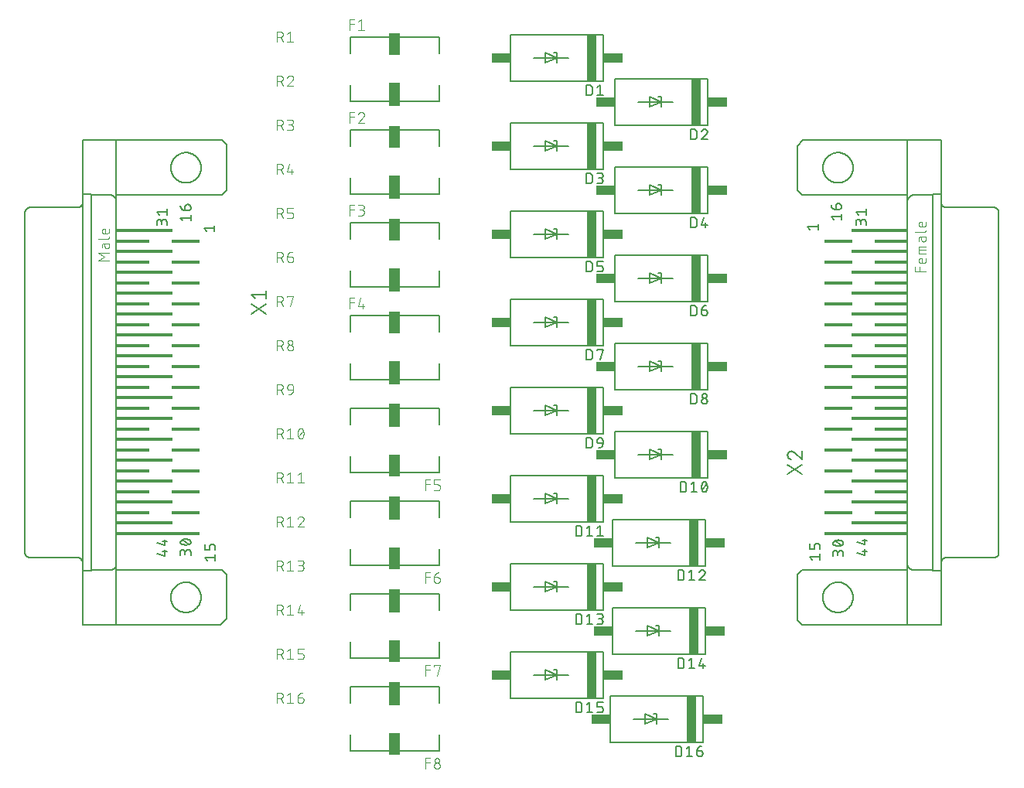
<source format=gbr>
G04 EAGLE Gerber RS-274X export*
G75*
%MOMM*%
%FSLAX34Y34*%
%LPD*%
%INSilkscreen Top*%
%IPPOS*%
%AMOC8*
5,1,8,0,0,1.08239X$1,22.5*%
G01*
%ADD10C,0.152400*%
%ADD11R,1.016000X5.080000*%
%ADD12R,2.159000X1.016000*%
%ADD13C,0.127000*%
%ADD14C,0.203200*%
%ADD15R,1.200000X2.500000*%
%ADD16R,1.200000X2.475000*%
%ADD17C,0.101600*%
%ADD18R,6.100000X0.400000*%
%ADD19R,3.600000X0.400000*%
%ADD20R,3.100000X0.400000*%
%ADD21C,0.177800*%


D10*
X533400Y762000D02*
X520700Y762000D01*
X508000Y756158D01*
X508000Y767842D01*
X520700Y762000D01*
X495300Y762000D01*
X520700Y762000D02*
X520700Y767842D01*
X571500Y787400D02*
X571500Y736600D01*
X469900Y736600D02*
X469900Y787400D01*
X469900Y736600D02*
X571500Y736600D01*
X571500Y787400D02*
X469900Y787400D01*
X516890Y767842D02*
X520700Y767842D01*
X520700Y762000D02*
X520700Y756158D01*
D11*
X558800Y762000D03*
D12*
X459105Y762000D03*
X582295Y762000D03*
D13*
X552704Y732155D02*
X552704Y720725D01*
X552704Y732155D02*
X555879Y732155D01*
X555990Y732153D01*
X556100Y732147D01*
X556211Y732138D01*
X556321Y732124D01*
X556430Y732107D01*
X556539Y732086D01*
X556647Y732061D01*
X556754Y732032D01*
X556860Y732000D01*
X556965Y731964D01*
X557068Y731924D01*
X557170Y731881D01*
X557271Y731834D01*
X557370Y731783D01*
X557467Y731730D01*
X557561Y731673D01*
X557654Y731612D01*
X557745Y731549D01*
X557834Y731482D01*
X557920Y731412D01*
X558003Y731339D01*
X558085Y731264D01*
X558163Y731186D01*
X558238Y731104D01*
X558311Y731021D01*
X558381Y730935D01*
X558448Y730846D01*
X558511Y730755D01*
X558572Y730662D01*
X558629Y730568D01*
X558682Y730471D01*
X558733Y730372D01*
X558780Y730271D01*
X558823Y730169D01*
X558863Y730066D01*
X558899Y729961D01*
X558931Y729855D01*
X558960Y729748D01*
X558985Y729640D01*
X559006Y729531D01*
X559023Y729422D01*
X559037Y729312D01*
X559046Y729201D01*
X559052Y729091D01*
X559054Y728980D01*
X559054Y723900D01*
X559052Y723789D01*
X559046Y723679D01*
X559037Y723568D01*
X559023Y723458D01*
X559006Y723349D01*
X558985Y723240D01*
X558960Y723132D01*
X558931Y723025D01*
X558899Y722919D01*
X558863Y722814D01*
X558823Y722711D01*
X558780Y722609D01*
X558733Y722508D01*
X558682Y722409D01*
X558629Y722313D01*
X558572Y722218D01*
X558511Y722125D01*
X558448Y722034D01*
X558381Y721945D01*
X558311Y721859D01*
X558238Y721776D01*
X558163Y721694D01*
X558085Y721616D01*
X558003Y721541D01*
X557920Y721468D01*
X557834Y721398D01*
X557745Y721331D01*
X557654Y721268D01*
X557561Y721207D01*
X557467Y721150D01*
X557370Y721097D01*
X557271Y721046D01*
X557170Y720999D01*
X557068Y720956D01*
X556965Y720916D01*
X556860Y720880D01*
X556754Y720848D01*
X556647Y720819D01*
X556539Y720794D01*
X556430Y720773D01*
X556321Y720756D01*
X556211Y720742D01*
X556100Y720733D01*
X555990Y720727D01*
X555879Y720725D01*
X552704Y720725D01*
X564515Y729615D02*
X567690Y732155D01*
X567690Y720725D01*
X564515Y720725D02*
X570865Y720725D01*
D10*
X635000Y327660D02*
X647700Y327660D01*
X635000Y327660D02*
X622300Y321818D01*
X622300Y333502D01*
X635000Y327660D01*
X609600Y327660D01*
X635000Y327660D02*
X635000Y333502D01*
X685800Y353060D02*
X685800Y302260D01*
X584200Y302260D02*
X584200Y353060D01*
X584200Y302260D02*
X685800Y302260D01*
X685800Y353060D02*
X584200Y353060D01*
X631190Y333502D02*
X635000Y333502D01*
X635000Y327660D02*
X635000Y321818D01*
D11*
X673100Y327660D03*
D12*
X573405Y327660D03*
X696595Y327660D03*
D13*
X655574Y297815D02*
X655574Y286385D01*
X655574Y297815D02*
X658749Y297815D01*
X658860Y297813D01*
X658970Y297807D01*
X659081Y297798D01*
X659191Y297784D01*
X659300Y297767D01*
X659409Y297746D01*
X659517Y297721D01*
X659624Y297692D01*
X659730Y297660D01*
X659835Y297624D01*
X659938Y297584D01*
X660040Y297541D01*
X660141Y297494D01*
X660240Y297443D01*
X660337Y297390D01*
X660431Y297333D01*
X660524Y297272D01*
X660615Y297209D01*
X660704Y297142D01*
X660790Y297072D01*
X660873Y296999D01*
X660955Y296924D01*
X661033Y296846D01*
X661108Y296764D01*
X661181Y296681D01*
X661251Y296595D01*
X661318Y296506D01*
X661381Y296415D01*
X661442Y296322D01*
X661499Y296228D01*
X661552Y296131D01*
X661603Y296032D01*
X661650Y295931D01*
X661693Y295829D01*
X661733Y295726D01*
X661769Y295621D01*
X661801Y295515D01*
X661830Y295408D01*
X661855Y295300D01*
X661876Y295191D01*
X661893Y295082D01*
X661907Y294972D01*
X661916Y294861D01*
X661922Y294751D01*
X661924Y294640D01*
X661924Y289560D01*
X661922Y289449D01*
X661916Y289339D01*
X661907Y289228D01*
X661893Y289118D01*
X661876Y289009D01*
X661855Y288900D01*
X661830Y288792D01*
X661801Y288685D01*
X661769Y288579D01*
X661733Y288474D01*
X661693Y288371D01*
X661650Y288269D01*
X661603Y288168D01*
X661552Y288069D01*
X661499Y287972D01*
X661442Y287878D01*
X661381Y287785D01*
X661318Y287694D01*
X661251Y287605D01*
X661181Y287519D01*
X661108Y287436D01*
X661033Y287354D01*
X660955Y287276D01*
X660873Y287201D01*
X660790Y287128D01*
X660704Y287058D01*
X660615Y286991D01*
X660524Y286928D01*
X660431Y286867D01*
X660337Y286810D01*
X660240Y286757D01*
X660141Y286706D01*
X660040Y286659D01*
X659938Y286616D01*
X659835Y286576D01*
X659730Y286540D01*
X659624Y286508D01*
X659517Y286479D01*
X659409Y286454D01*
X659300Y286433D01*
X659191Y286416D01*
X659081Y286402D01*
X658970Y286393D01*
X658860Y286387D01*
X658749Y286385D01*
X655574Y286385D01*
X667385Y295275D02*
X670560Y297815D01*
X670560Y286385D01*
X667385Y286385D02*
X673735Y286385D01*
X678815Y292100D02*
X678818Y292325D01*
X678826Y292550D01*
X678839Y292774D01*
X678858Y292998D01*
X678882Y293222D01*
X678911Y293445D01*
X678946Y293667D01*
X678986Y293888D01*
X679032Y294108D01*
X679082Y294327D01*
X679138Y294545D01*
X679199Y294762D01*
X679265Y294977D01*
X679336Y295190D01*
X679413Y295401D01*
X679494Y295611D01*
X679580Y295819D01*
X679671Y296024D01*
X679767Y296227D01*
X679767Y296228D02*
X679799Y296316D01*
X679835Y296403D01*
X679874Y296489D01*
X679917Y296573D01*
X679963Y296655D01*
X680012Y296735D01*
X680064Y296813D01*
X680120Y296889D01*
X680178Y296963D01*
X680240Y297034D01*
X680304Y297103D01*
X680371Y297169D01*
X680440Y297232D01*
X680512Y297293D01*
X680586Y297351D01*
X680663Y297405D01*
X680741Y297457D01*
X680822Y297505D01*
X680904Y297550D01*
X680989Y297592D01*
X681075Y297630D01*
X681162Y297665D01*
X681250Y297697D01*
X681340Y297724D01*
X681431Y297749D01*
X681523Y297769D01*
X681615Y297786D01*
X681709Y297799D01*
X681802Y297808D01*
X681896Y297814D01*
X681990Y297816D01*
X682084Y297814D01*
X682178Y297808D01*
X682271Y297799D01*
X682365Y297786D01*
X682457Y297769D01*
X682549Y297749D01*
X682640Y297724D01*
X682730Y297697D01*
X682818Y297665D01*
X682905Y297630D01*
X682991Y297592D01*
X683076Y297550D01*
X683158Y297505D01*
X683239Y297457D01*
X683317Y297405D01*
X683394Y297351D01*
X683468Y297293D01*
X683540Y297232D01*
X683609Y297169D01*
X683676Y297103D01*
X683740Y297034D01*
X683802Y296963D01*
X683860Y296889D01*
X683916Y296813D01*
X683968Y296735D01*
X684017Y296655D01*
X684063Y296573D01*
X684106Y296489D01*
X684145Y296403D01*
X684181Y296316D01*
X684213Y296228D01*
X684213Y296227D02*
X684309Y296024D01*
X684400Y295819D01*
X684486Y295611D01*
X684567Y295401D01*
X684644Y295190D01*
X684715Y294977D01*
X684781Y294762D01*
X684842Y294545D01*
X684898Y294327D01*
X684948Y294108D01*
X684994Y293888D01*
X685034Y293667D01*
X685069Y293445D01*
X685098Y293222D01*
X685122Y292998D01*
X685141Y292774D01*
X685154Y292550D01*
X685162Y292325D01*
X685165Y292100D01*
X678815Y292100D02*
X678818Y291875D01*
X678826Y291650D01*
X678839Y291426D01*
X678858Y291202D01*
X678882Y290978D01*
X678911Y290755D01*
X678946Y290533D01*
X678986Y290312D01*
X679032Y290092D01*
X679082Y289873D01*
X679138Y289655D01*
X679199Y289438D01*
X679265Y289223D01*
X679336Y289010D01*
X679413Y288799D01*
X679494Y288589D01*
X679580Y288381D01*
X679671Y288176D01*
X679767Y287973D01*
X679799Y287885D01*
X679835Y287798D01*
X679874Y287712D01*
X679917Y287628D01*
X679963Y287546D01*
X680012Y287466D01*
X680064Y287388D01*
X680120Y287312D01*
X680178Y287238D01*
X680240Y287167D01*
X680304Y287098D01*
X680371Y287032D01*
X680440Y286969D01*
X680512Y286908D01*
X680586Y286850D01*
X680663Y286796D01*
X680741Y286744D01*
X680822Y286696D01*
X680904Y286651D01*
X680989Y286609D01*
X681075Y286571D01*
X681162Y286536D01*
X681250Y286504D01*
X681340Y286477D01*
X681431Y286452D01*
X681523Y286432D01*
X681615Y286415D01*
X681709Y286402D01*
X681802Y286393D01*
X681896Y286387D01*
X681990Y286385D01*
X684213Y287973D02*
X684309Y288176D01*
X684400Y288381D01*
X684486Y288589D01*
X684567Y288799D01*
X684644Y289010D01*
X684715Y289223D01*
X684781Y289438D01*
X684842Y289655D01*
X684898Y289873D01*
X684948Y290092D01*
X684994Y290312D01*
X685034Y290533D01*
X685069Y290755D01*
X685098Y290978D01*
X685122Y291202D01*
X685141Y291426D01*
X685154Y291650D01*
X685162Y291875D01*
X685165Y292100D01*
X684213Y287973D02*
X684181Y287885D01*
X684145Y287798D01*
X684106Y287712D01*
X684063Y287628D01*
X684017Y287546D01*
X683968Y287466D01*
X683916Y287388D01*
X683860Y287312D01*
X683802Y287238D01*
X683740Y287167D01*
X683676Y287098D01*
X683609Y287032D01*
X683540Y286969D01*
X683468Y286908D01*
X683394Y286850D01*
X683317Y286796D01*
X683239Y286744D01*
X683158Y286696D01*
X683076Y286651D01*
X682991Y286609D01*
X682905Y286571D01*
X682818Y286536D01*
X682730Y286504D01*
X682640Y286477D01*
X682549Y286452D01*
X682457Y286432D01*
X682365Y286415D01*
X682271Y286402D01*
X682178Y286393D01*
X682084Y286387D01*
X681990Y286385D01*
X679450Y288925D02*
X684530Y295275D01*
D10*
X533400Y279400D02*
X520700Y279400D01*
X508000Y273558D01*
X508000Y285242D01*
X520700Y279400D01*
X495300Y279400D01*
X520700Y279400D02*
X520700Y285242D01*
X571500Y304800D02*
X571500Y254000D01*
X469900Y254000D02*
X469900Y304800D01*
X469900Y254000D02*
X571500Y254000D01*
X571500Y304800D02*
X469900Y304800D01*
X516890Y285242D02*
X520700Y285242D01*
X520700Y279400D02*
X520700Y273558D01*
D11*
X558800Y279400D03*
D12*
X459105Y279400D03*
X582295Y279400D03*
D13*
X541274Y249555D02*
X541274Y238125D01*
X541274Y249555D02*
X544449Y249555D01*
X544560Y249553D01*
X544670Y249547D01*
X544781Y249538D01*
X544891Y249524D01*
X545000Y249507D01*
X545109Y249486D01*
X545217Y249461D01*
X545324Y249432D01*
X545430Y249400D01*
X545535Y249364D01*
X545638Y249324D01*
X545740Y249281D01*
X545841Y249234D01*
X545940Y249183D01*
X546037Y249130D01*
X546131Y249073D01*
X546224Y249012D01*
X546315Y248949D01*
X546404Y248882D01*
X546490Y248812D01*
X546573Y248739D01*
X546655Y248664D01*
X546733Y248586D01*
X546808Y248504D01*
X546881Y248421D01*
X546951Y248335D01*
X547018Y248246D01*
X547081Y248155D01*
X547142Y248062D01*
X547199Y247968D01*
X547252Y247871D01*
X547303Y247772D01*
X547350Y247671D01*
X547393Y247569D01*
X547433Y247466D01*
X547469Y247361D01*
X547501Y247255D01*
X547530Y247148D01*
X547555Y247040D01*
X547576Y246931D01*
X547593Y246822D01*
X547607Y246712D01*
X547616Y246601D01*
X547622Y246491D01*
X547624Y246380D01*
X547624Y241300D01*
X547622Y241189D01*
X547616Y241079D01*
X547607Y240968D01*
X547593Y240858D01*
X547576Y240749D01*
X547555Y240640D01*
X547530Y240532D01*
X547501Y240425D01*
X547469Y240319D01*
X547433Y240214D01*
X547393Y240111D01*
X547350Y240009D01*
X547303Y239908D01*
X547252Y239809D01*
X547199Y239712D01*
X547142Y239618D01*
X547081Y239525D01*
X547018Y239434D01*
X546951Y239345D01*
X546881Y239259D01*
X546808Y239176D01*
X546733Y239094D01*
X546655Y239016D01*
X546573Y238941D01*
X546490Y238868D01*
X546404Y238798D01*
X546315Y238731D01*
X546224Y238668D01*
X546131Y238607D01*
X546037Y238550D01*
X545940Y238497D01*
X545841Y238446D01*
X545740Y238399D01*
X545638Y238356D01*
X545535Y238316D01*
X545430Y238280D01*
X545324Y238248D01*
X545217Y238219D01*
X545109Y238194D01*
X545000Y238173D01*
X544891Y238156D01*
X544781Y238142D01*
X544670Y238133D01*
X544560Y238127D01*
X544449Y238125D01*
X541274Y238125D01*
X553085Y247015D02*
X556260Y249555D01*
X556260Y238125D01*
X553085Y238125D02*
X559435Y238125D01*
X564515Y247015D02*
X567690Y249555D01*
X567690Y238125D01*
X564515Y238125D02*
X570865Y238125D01*
D10*
X632460Y231140D02*
X645160Y231140D01*
X632460Y231140D02*
X619760Y225298D01*
X619760Y236982D01*
X632460Y231140D01*
X607060Y231140D01*
X632460Y231140D02*
X632460Y236982D01*
X683260Y256540D02*
X683260Y205740D01*
X581660Y205740D02*
X581660Y256540D01*
X581660Y205740D02*
X683260Y205740D01*
X683260Y256540D02*
X581660Y256540D01*
X628650Y236982D02*
X632460Y236982D01*
X632460Y231140D02*
X632460Y225298D01*
D11*
X670560Y231140D03*
D12*
X570865Y231140D03*
X694055Y231140D03*
D13*
X653034Y201295D02*
X653034Y189865D01*
X653034Y201295D02*
X656209Y201295D01*
X656320Y201293D01*
X656430Y201287D01*
X656541Y201278D01*
X656651Y201264D01*
X656760Y201247D01*
X656869Y201226D01*
X656977Y201201D01*
X657084Y201172D01*
X657190Y201140D01*
X657295Y201104D01*
X657398Y201064D01*
X657500Y201021D01*
X657601Y200974D01*
X657700Y200923D01*
X657797Y200870D01*
X657891Y200813D01*
X657984Y200752D01*
X658075Y200689D01*
X658164Y200622D01*
X658250Y200552D01*
X658333Y200479D01*
X658415Y200404D01*
X658493Y200326D01*
X658568Y200244D01*
X658641Y200161D01*
X658711Y200075D01*
X658778Y199986D01*
X658841Y199895D01*
X658902Y199802D01*
X658959Y199708D01*
X659012Y199611D01*
X659063Y199512D01*
X659110Y199411D01*
X659153Y199309D01*
X659193Y199206D01*
X659229Y199101D01*
X659261Y198995D01*
X659290Y198888D01*
X659315Y198780D01*
X659336Y198671D01*
X659353Y198562D01*
X659367Y198452D01*
X659376Y198341D01*
X659382Y198231D01*
X659384Y198120D01*
X659384Y193040D01*
X659382Y192929D01*
X659376Y192819D01*
X659367Y192708D01*
X659353Y192598D01*
X659336Y192489D01*
X659315Y192380D01*
X659290Y192272D01*
X659261Y192165D01*
X659229Y192059D01*
X659193Y191954D01*
X659153Y191851D01*
X659110Y191749D01*
X659063Y191648D01*
X659012Y191549D01*
X658959Y191452D01*
X658902Y191358D01*
X658841Y191265D01*
X658778Y191174D01*
X658711Y191085D01*
X658641Y190999D01*
X658568Y190916D01*
X658493Y190834D01*
X658415Y190756D01*
X658333Y190681D01*
X658250Y190608D01*
X658164Y190538D01*
X658075Y190471D01*
X657984Y190408D01*
X657891Y190347D01*
X657797Y190290D01*
X657700Y190237D01*
X657601Y190186D01*
X657500Y190139D01*
X657398Y190096D01*
X657295Y190056D01*
X657190Y190020D01*
X657084Y189988D01*
X656977Y189959D01*
X656869Y189934D01*
X656760Y189913D01*
X656651Y189896D01*
X656541Y189882D01*
X656430Y189873D01*
X656320Y189867D01*
X656209Y189865D01*
X653034Y189865D01*
X664845Y198755D02*
X668020Y201295D01*
X668020Y189865D01*
X664845Y189865D02*
X671195Y189865D01*
X682626Y198438D02*
X682624Y198542D01*
X682618Y198647D01*
X682609Y198751D01*
X682596Y198854D01*
X682578Y198957D01*
X682558Y199059D01*
X682533Y199161D01*
X682505Y199261D01*
X682473Y199361D01*
X682437Y199459D01*
X682398Y199556D01*
X682356Y199651D01*
X682310Y199745D01*
X682260Y199837D01*
X682208Y199927D01*
X682152Y200015D01*
X682092Y200101D01*
X682030Y200185D01*
X681965Y200266D01*
X681897Y200345D01*
X681825Y200422D01*
X681752Y200495D01*
X681675Y200567D01*
X681596Y200635D01*
X681515Y200700D01*
X681431Y200762D01*
X681345Y200822D01*
X681257Y200878D01*
X681167Y200930D01*
X681075Y200980D01*
X680981Y201026D01*
X680886Y201068D01*
X680789Y201107D01*
X680691Y201143D01*
X680591Y201175D01*
X680491Y201203D01*
X680389Y201228D01*
X680287Y201248D01*
X680184Y201266D01*
X680081Y201279D01*
X679977Y201288D01*
X679872Y201294D01*
X679768Y201296D01*
X679768Y201295D02*
X679650Y201293D01*
X679531Y201287D01*
X679413Y201278D01*
X679296Y201265D01*
X679179Y201247D01*
X679062Y201227D01*
X678946Y201202D01*
X678831Y201174D01*
X678718Y201141D01*
X678605Y201106D01*
X678493Y201066D01*
X678383Y201024D01*
X678274Y200977D01*
X678166Y200927D01*
X678061Y200874D01*
X677957Y200817D01*
X677855Y200757D01*
X677755Y200694D01*
X677657Y200627D01*
X677561Y200558D01*
X677468Y200485D01*
X677377Y200409D01*
X677288Y200331D01*
X677202Y200249D01*
X677119Y200165D01*
X677038Y200079D01*
X676961Y199989D01*
X676886Y199898D01*
X676814Y199804D01*
X676745Y199707D01*
X676680Y199609D01*
X676617Y199508D01*
X676558Y199405D01*
X676502Y199301D01*
X676450Y199195D01*
X676401Y199087D01*
X676356Y198978D01*
X676314Y198867D01*
X676276Y198755D01*
X681673Y196216D02*
X681749Y196291D01*
X681824Y196370D01*
X681895Y196451D01*
X681964Y196535D01*
X682029Y196621D01*
X682091Y196709D01*
X682151Y196799D01*
X682207Y196891D01*
X682260Y196986D01*
X682309Y197082D01*
X682355Y197180D01*
X682398Y197279D01*
X682437Y197380D01*
X682472Y197482D01*
X682504Y197585D01*
X682532Y197689D01*
X682557Y197794D01*
X682578Y197901D01*
X682595Y198007D01*
X682608Y198114D01*
X682617Y198222D01*
X682623Y198330D01*
X682625Y198438D01*
X681673Y196215D02*
X676275Y189865D01*
X682625Y189865D01*
D10*
X533400Y182880D02*
X520700Y182880D01*
X508000Y177038D01*
X508000Y188722D01*
X520700Y182880D01*
X495300Y182880D01*
X520700Y182880D02*
X520700Y188722D01*
X571500Y208280D02*
X571500Y157480D01*
X469900Y157480D02*
X469900Y208280D01*
X469900Y157480D02*
X571500Y157480D01*
X571500Y208280D02*
X469900Y208280D01*
X516890Y188722D02*
X520700Y188722D01*
X520700Y182880D02*
X520700Y177038D01*
D11*
X558800Y182880D03*
D12*
X459105Y182880D03*
X582295Y182880D03*
D13*
X541274Y153035D02*
X541274Y141605D01*
X541274Y153035D02*
X544449Y153035D01*
X544560Y153033D01*
X544670Y153027D01*
X544781Y153018D01*
X544891Y153004D01*
X545000Y152987D01*
X545109Y152966D01*
X545217Y152941D01*
X545324Y152912D01*
X545430Y152880D01*
X545535Y152844D01*
X545638Y152804D01*
X545740Y152761D01*
X545841Y152714D01*
X545940Y152663D01*
X546037Y152610D01*
X546131Y152553D01*
X546224Y152492D01*
X546315Y152429D01*
X546404Y152362D01*
X546490Y152292D01*
X546573Y152219D01*
X546655Y152144D01*
X546733Y152066D01*
X546808Y151984D01*
X546881Y151901D01*
X546951Y151815D01*
X547018Y151726D01*
X547081Y151635D01*
X547142Y151542D01*
X547199Y151448D01*
X547252Y151351D01*
X547303Y151252D01*
X547350Y151151D01*
X547393Y151049D01*
X547433Y150946D01*
X547469Y150841D01*
X547501Y150735D01*
X547530Y150628D01*
X547555Y150520D01*
X547576Y150411D01*
X547593Y150302D01*
X547607Y150192D01*
X547616Y150081D01*
X547622Y149971D01*
X547624Y149860D01*
X547624Y144780D01*
X547622Y144669D01*
X547616Y144559D01*
X547607Y144448D01*
X547593Y144338D01*
X547576Y144229D01*
X547555Y144120D01*
X547530Y144012D01*
X547501Y143905D01*
X547469Y143799D01*
X547433Y143694D01*
X547393Y143591D01*
X547350Y143489D01*
X547303Y143388D01*
X547252Y143289D01*
X547199Y143192D01*
X547142Y143098D01*
X547081Y143005D01*
X547018Y142914D01*
X546951Y142825D01*
X546881Y142739D01*
X546808Y142656D01*
X546733Y142574D01*
X546655Y142496D01*
X546573Y142421D01*
X546490Y142348D01*
X546404Y142278D01*
X546315Y142211D01*
X546224Y142148D01*
X546131Y142087D01*
X546037Y142030D01*
X545940Y141977D01*
X545841Y141926D01*
X545740Y141879D01*
X545638Y141836D01*
X545535Y141796D01*
X545430Y141760D01*
X545324Y141728D01*
X545217Y141699D01*
X545109Y141674D01*
X545000Y141653D01*
X544891Y141636D01*
X544781Y141622D01*
X544670Y141613D01*
X544560Y141607D01*
X544449Y141605D01*
X541274Y141605D01*
X553085Y150495D02*
X556260Y153035D01*
X556260Y141605D01*
X553085Y141605D02*
X559435Y141605D01*
X564515Y141605D02*
X567690Y141605D01*
X567801Y141607D01*
X567911Y141613D01*
X568022Y141622D01*
X568132Y141636D01*
X568241Y141653D01*
X568350Y141674D01*
X568458Y141699D01*
X568565Y141728D01*
X568671Y141760D01*
X568776Y141796D01*
X568879Y141836D01*
X568981Y141879D01*
X569082Y141926D01*
X569181Y141977D01*
X569278Y142030D01*
X569372Y142087D01*
X569465Y142148D01*
X569556Y142211D01*
X569645Y142278D01*
X569731Y142348D01*
X569814Y142421D01*
X569896Y142496D01*
X569974Y142574D01*
X570049Y142656D01*
X570122Y142739D01*
X570192Y142825D01*
X570259Y142914D01*
X570322Y143005D01*
X570383Y143098D01*
X570440Y143192D01*
X570493Y143289D01*
X570544Y143388D01*
X570591Y143489D01*
X570634Y143591D01*
X570674Y143694D01*
X570710Y143799D01*
X570742Y143905D01*
X570771Y144012D01*
X570796Y144120D01*
X570817Y144229D01*
X570834Y144338D01*
X570848Y144448D01*
X570857Y144559D01*
X570863Y144669D01*
X570865Y144780D01*
X570863Y144891D01*
X570857Y145001D01*
X570848Y145112D01*
X570834Y145222D01*
X570817Y145331D01*
X570796Y145440D01*
X570771Y145548D01*
X570742Y145655D01*
X570710Y145761D01*
X570674Y145866D01*
X570634Y145969D01*
X570591Y146071D01*
X570544Y146172D01*
X570493Y146271D01*
X570440Y146367D01*
X570383Y146462D01*
X570322Y146555D01*
X570259Y146646D01*
X570192Y146735D01*
X570122Y146821D01*
X570049Y146904D01*
X569974Y146986D01*
X569896Y147064D01*
X569814Y147139D01*
X569731Y147212D01*
X569645Y147282D01*
X569556Y147349D01*
X569465Y147412D01*
X569372Y147473D01*
X569278Y147530D01*
X569181Y147583D01*
X569082Y147634D01*
X568981Y147681D01*
X568879Y147724D01*
X568776Y147764D01*
X568671Y147800D01*
X568565Y147832D01*
X568458Y147861D01*
X568350Y147886D01*
X568241Y147907D01*
X568132Y147924D01*
X568022Y147938D01*
X567911Y147947D01*
X567801Y147953D01*
X567690Y147955D01*
X568325Y153035D02*
X564515Y153035D01*
X568325Y153035D02*
X568425Y153033D01*
X568524Y153027D01*
X568624Y153017D01*
X568722Y153004D01*
X568821Y152986D01*
X568918Y152965D01*
X569014Y152940D01*
X569110Y152911D01*
X569204Y152878D01*
X569297Y152842D01*
X569388Y152802D01*
X569478Y152758D01*
X569566Y152711D01*
X569652Y152661D01*
X569736Y152607D01*
X569818Y152550D01*
X569897Y152490D01*
X569975Y152426D01*
X570049Y152360D01*
X570121Y152291D01*
X570190Y152219D01*
X570256Y152145D01*
X570320Y152067D01*
X570380Y151988D01*
X570437Y151906D01*
X570491Y151822D01*
X570541Y151736D01*
X570588Y151648D01*
X570632Y151558D01*
X570672Y151467D01*
X570708Y151374D01*
X570741Y151280D01*
X570770Y151184D01*
X570795Y151088D01*
X570816Y150991D01*
X570834Y150892D01*
X570847Y150794D01*
X570857Y150694D01*
X570863Y150595D01*
X570865Y150495D01*
X570863Y150395D01*
X570857Y150296D01*
X570847Y150196D01*
X570834Y150098D01*
X570816Y149999D01*
X570795Y149902D01*
X570770Y149806D01*
X570741Y149710D01*
X570708Y149616D01*
X570672Y149523D01*
X570632Y149432D01*
X570588Y149342D01*
X570541Y149254D01*
X570491Y149168D01*
X570437Y149084D01*
X570380Y149002D01*
X570320Y148923D01*
X570256Y148845D01*
X570190Y148771D01*
X570121Y148699D01*
X570049Y148630D01*
X569975Y148564D01*
X569897Y148500D01*
X569818Y148440D01*
X569736Y148383D01*
X569652Y148329D01*
X569566Y148279D01*
X569478Y148232D01*
X569388Y148188D01*
X569297Y148148D01*
X569204Y148112D01*
X569110Y148079D01*
X569014Y148050D01*
X568918Y148025D01*
X568821Y148004D01*
X568722Y147986D01*
X568624Y147973D01*
X568524Y147963D01*
X568425Y147957D01*
X568325Y147955D01*
X565785Y147955D01*
D10*
X632460Y134620D02*
X645160Y134620D01*
X632460Y134620D02*
X619760Y128778D01*
X619760Y140462D01*
X632460Y134620D01*
X607060Y134620D01*
X632460Y134620D02*
X632460Y140462D01*
X683260Y160020D02*
X683260Y109220D01*
X581660Y109220D02*
X581660Y160020D01*
X581660Y109220D02*
X683260Y109220D01*
X683260Y160020D02*
X581660Y160020D01*
X628650Y140462D02*
X632460Y140462D01*
X632460Y134620D02*
X632460Y128778D01*
D11*
X670560Y134620D03*
D12*
X570865Y134620D03*
X694055Y134620D03*
D13*
X653034Y104775D02*
X653034Y93345D01*
X653034Y104775D02*
X656209Y104775D01*
X656320Y104773D01*
X656430Y104767D01*
X656541Y104758D01*
X656651Y104744D01*
X656760Y104727D01*
X656869Y104706D01*
X656977Y104681D01*
X657084Y104652D01*
X657190Y104620D01*
X657295Y104584D01*
X657398Y104544D01*
X657500Y104501D01*
X657601Y104454D01*
X657700Y104403D01*
X657797Y104350D01*
X657891Y104293D01*
X657984Y104232D01*
X658075Y104169D01*
X658164Y104102D01*
X658250Y104032D01*
X658333Y103959D01*
X658415Y103884D01*
X658493Y103806D01*
X658568Y103724D01*
X658641Y103641D01*
X658711Y103555D01*
X658778Y103466D01*
X658841Y103375D01*
X658902Y103282D01*
X658959Y103188D01*
X659012Y103091D01*
X659063Y102992D01*
X659110Y102891D01*
X659153Y102789D01*
X659193Y102686D01*
X659229Y102581D01*
X659261Y102475D01*
X659290Y102368D01*
X659315Y102260D01*
X659336Y102151D01*
X659353Y102042D01*
X659367Y101932D01*
X659376Y101821D01*
X659382Y101711D01*
X659384Y101600D01*
X659384Y96520D01*
X659382Y96409D01*
X659376Y96299D01*
X659367Y96188D01*
X659353Y96078D01*
X659336Y95969D01*
X659315Y95860D01*
X659290Y95752D01*
X659261Y95645D01*
X659229Y95539D01*
X659193Y95434D01*
X659153Y95331D01*
X659110Y95229D01*
X659063Y95128D01*
X659012Y95029D01*
X658959Y94932D01*
X658902Y94838D01*
X658841Y94745D01*
X658778Y94654D01*
X658711Y94565D01*
X658641Y94479D01*
X658568Y94396D01*
X658493Y94314D01*
X658415Y94236D01*
X658333Y94161D01*
X658250Y94088D01*
X658164Y94018D01*
X658075Y93951D01*
X657984Y93888D01*
X657891Y93827D01*
X657797Y93770D01*
X657700Y93717D01*
X657601Y93666D01*
X657500Y93619D01*
X657398Y93576D01*
X657295Y93536D01*
X657190Y93500D01*
X657084Y93468D01*
X656977Y93439D01*
X656869Y93414D01*
X656760Y93393D01*
X656651Y93376D01*
X656541Y93362D01*
X656430Y93353D01*
X656320Y93347D01*
X656209Y93345D01*
X653034Y93345D01*
X664845Y102235D02*
X668020Y104775D01*
X668020Y93345D01*
X664845Y93345D02*
X671195Y93345D01*
X676275Y95885D02*
X678815Y104775D01*
X676275Y95885D02*
X682625Y95885D01*
X680720Y98425D02*
X680720Y93345D01*
D10*
X533400Y86360D02*
X520700Y86360D01*
X508000Y80518D01*
X508000Y92202D01*
X520700Y86360D01*
X495300Y86360D01*
X520700Y86360D02*
X520700Y92202D01*
X571500Y111760D02*
X571500Y60960D01*
X469900Y60960D02*
X469900Y111760D01*
X469900Y60960D02*
X571500Y60960D01*
X571500Y111760D02*
X469900Y111760D01*
X516890Y92202D02*
X520700Y92202D01*
X520700Y86360D02*
X520700Y80518D01*
D11*
X558800Y86360D03*
D12*
X459105Y86360D03*
X582295Y86360D03*
D13*
X541274Y56515D02*
X541274Y45085D01*
X541274Y56515D02*
X544449Y56515D01*
X544560Y56513D01*
X544670Y56507D01*
X544781Y56498D01*
X544891Y56484D01*
X545000Y56467D01*
X545109Y56446D01*
X545217Y56421D01*
X545324Y56392D01*
X545430Y56360D01*
X545535Y56324D01*
X545638Y56284D01*
X545740Y56241D01*
X545841Y56194D01*
X545940Y56143D01*
X546037Y56090D01*
X546131Y56033D01*
X546224Y55972D01*
X546315Y55909D01*
X546404Y55842D01*
X546490Y55772D01*
X546573Y55699D01*
X546655Y55624D01*
X546733Y55546D01*
X546808Y55464D01*
X546881Y55381D01*
X546951Y55295D01*
X547018Y55206D01*
X547081Y55115D01*
X547142Y55022D01*
X547199Y54928D01*
X547252Y54831D01*
X547303Y54732D01*
X547350Y54631D01*
X547393Y54529D01*
X547433Y54426D01*
X547469Y54321D01*
X547501Y54215D01*
X547530Y54108D01*
X547555Y54000D01*
X547576Y53891D01*
X547593Y53782D01*
X547607Y53672D01*
X547616Y53561D01*
X547622Y53451D01*
X547624Y53340D01*
X547624Y48260D01*
X547622Y48149D01*
X547616Y48039D01*
X547607Y47928D01*
X547593Y47818D01*
X547576Y47709D01*
X547555Y47600D01*
X547530Y47492D01*
X547501Y47385D01*
X547469Y47279D01*
X547433Y47174D01*
X547393Y47071D01*
X547350Y46969D01*
X547303Y46868D01*
X547252Y46769D01*
X547199Y46672D01*
X547142Y46578D01*
X547081Y46485D01*
X547018Y46394D01*
X546951Y46305D01*
X546881Y46219D01*
X546808Y46136D01*
X546733Y46054D01*
X546655Y45976D01*
X546573Y45901D01*
X546490Y45828D01*
X546404Y45758D01*
X546315Y45691D01*
X546224Y45628D01*
X546131Y45567D01*
X546037Y45510D01*
X545940Y45457D01*
X545841Y45406D01*
X545740Y45359D01*
X545638Y45316D01*
X545535Y45276D01*
X545430Y45240D01*
X545324Y45208D01*
X545217Y45179D01*
X545109Y45154D01*
X545000Y45133D01*
X544891Y45116D01*
X544781Y45102D01*
X544670Y45093D01*
X544560Y45087D01*
X544449Y45085D01*
X541274Y45085D01*
X553085Y53975D02*
X556260Y56515D01*
X556260Y45085D01*
X553085Y45085D02*
X559435Y45085D01*
X564515Y45085D02*
X568325Y45085D01*
X568425Y45087D01*
X568524Y45093D01*
X568624Y45103D01*
X568722Y45116D01*
X568821Y45134D01*
X568918Y45155D01*
X569014Y45180D01*
X569110Y45209D01*
X569204Y45242D01*
X569297Y45278D01*
X569388Y45318D01*
X569478Y45362D01*
X569566Y45409D01*
X569652Y45459D01*
X569736Y45513D01*
X569818Y45570D01*
X569897Y45630D01*
X569975Y45694D01*
X570049Y45760D01*
X570121Y45829D01*
X570190Y45901D01*
X570256Y45975D01*
X570320Y46053D01*
X570380Y46132D01*
X570437Y46214D01*
X570491Y46298D01*
X570541Y46384D01*
X570588Y46472D01*
X570632Y46562D01*
X570672Y46653D01*
X570708Y46746D01*
X570741Y46840D01*
X570770Y46936D01*
X570795Y47032D01*
X570816Y47129D01*
X570834Y47228D01*
X570847Y47326D01*
X570857Y47426D01*
X570863Y47525D01*
X570865Y47625D01*
X570865Y48895D01*
X570863Y48995D01*
X570857Y49094D01*
X570847Y49194D01*
X570834Y49292D01*
X570816Y49391D01*
X570795Y49488D01*
X570770Y49584D01*
X570741Y49680D01*
X570708Y49774D01*
X570672Y49867D01*
X570632Y49958D01*
X570588Y50048D01*
X570541Y50136D01*
X570491Y50222D01*
X570437Y50306D01*
X570380Y50388D01*
X570320Y50467D01*
X570256Y50545D01*
X570190Y50619D01*
X570121Y50691D01*
X570049Y50760D01*
X569975Y50826D01*
X569897Y50890D01*
X569818Y50950D01*
X569736Y51007D01*
X569652Y51061D01*
X569566Y51111D01*
X569478Y51158D01*
X569388Y51202D01*
X569297Y51242D01*
X569204Y51278D01*
X569110Y51311D01*
X569014Y51340D01*
X568918Y51365D01*
X568821Y51386D01*
X568722Y51404D01*
X568624Y51417D01*
X568524Y51427D01*
X568425Y51433D01*
X568325Y51435D01*
X564515Y51435D01*
X564515Y56515D01*
X570865Y56515D01*
D10*
X629920Y38100D02*
X642620Y38100D01*
X629920Y38100D02*
X617220Y32258D01*
X617220Y43942D01*
X629920Y38100D01*
X604520Y38100D01*
X629920Y38100D02*
X629920Y43942D01*
X680720Y63500D02*
X680720Y12700D01*
X579120Y12700D02*
X579120Y63500D01*
X579120Y12700D02*
X680720Y12700D01*
X680720Y63500D02*
X579120Y63500D01*
X626110Y43942D02*
X629920Y43942D01*
X629920Y38100D02*
X629920Y32258D01*
D11*
X668020Y38100D03*
D12*
X568325Y38100D03*
X691515Y38100D03*
D13*
X650494Y8255D02*
X650494Y-3175D01*
X650494Y8255D02*
X653669Y8255D01*
X653780Y8253D01*
X653890Y8247D01*
X654001Y8238D01*
X654111Y8224D01*
X654220Y8207D01*
X654329Y8186D01*
X654437Y8161D01*
X654544Y8132D01*
X654650Y8100D01*
X654755Y8064D01*
X654858Y8024D01*
X654960Y7981D01*
X655061Y7934D01*
X655160Y7883D01*
X655257Y7830D01*
X655351Y7773D01*
X655444Y7712D01*
X655535Y7649D01*
X655624Y7582D01*
X655710Y7512D01*
X655793Y7439D01*
X655875Y7364D01*
X655953Y7286D01*
X656028Y7204D01*
X656101Y7121D01*
X656171Y7035D01*
X656238Y6946D01*
X656301Y6855D01*
X656362Y6762D01*
X656419Y6668D01*
X656472Y6571D01*
X656523Y6472D01*
X656570Y6371D01*
X656613Y6269D01*
X656653Y6166D01*
X656689Y6061D01*
X656721Y5955D01*
X656750Y5848D01*
X656775Y5740D01*
X656796Y5631D01*
X656813Y5522D01*
X656827Y5412D01*
X656836Y5301D01*
X656842Y5191D01*
X656844Y5080D01*
X656844Y0D01*
X656842Y-111D01*
X656836Y-221D01*
X656827Y-332D01*
X656813Y-442D01*
X656796Y-551D01*
X656775Y-660D01*
X656750Y-768D01*
X656721Y-875D01*
X656689Y-981D01*
X656653Y-1086D01*
X656613Y-1189D01*
X656570Y-1291D01*
X656523Y-1392D01*
X656472Y-1491D01*
X656419Y-1588D01*
X656362Y-1682D01*
X656301Y-1775D01*
X656238Y-1866D01*
X656171Y-1955D01*
X656101Y-2041D01*
X656028Y-2124D01*
X655953Y-2206D01*
X655875Y-2284D01*
X655793Y-2359D01*
X655710Y-2432D01*
X655624Y-2502D01*
X655535Y-2569D01*
X655444Y-2632D01*
X655351Y-2693D01*
X655257Y-2750D01*
X655160Y-2803D01*
X655061Y-2854D01*
X654960Y-2901D01*
X654858Y-2944D01*
X654755Y-2984D01*
X654650Y-3020D01*
X654544Y-3052D01*
X654437Y-3081D01*
X654329Y-3106D01*
X654220Y-3127D01*
X654111Y-3144D01*
X654001Y-3158D01*
X653890Y-3167D01*
X653780Y-3173D01*
X653669Y-3175D01*
X650494Y-3175D01*
X662305Y5715D02*
X665480Y8255D01*
X665480Y-3175D01*
X662305Y-3175D02*
X668655Y-3175D01*
X673735Y3175D02*
X677545Y3175D01*
X677645Y3173D01*
X677744Y3167D01*
X677844Y3157D01*
X677942Y3144D01*
X678041Y3126D01*
X678138Y3105D01*
X678234Y3080D01*
X678330Y3051D01*
X678424Y3018D01*
X678517Y2982D01*
X678608Y2942D01*
X678698Y2898D01*
X678786Y2851D01*
X678872Y2801D01*
X678956Y2747D01*
X679038Y2690D01*
X679117Y2630D01*
X679195Y2566D01*
X679269Y2500D01*
X679341Y2431D01*
X679410Y2359D01*
X679476Y2285D01*
X679540Y2207D01*
X679600Y2128D01*
X679657Y2046D01*
X679711Y1962D01*
X679761Y1876D01*
X679808Y1788D01*
X679852Y1698D01*
X679892Y1607D01*
X679928Y1514D01*
X679961Y1420D01*
X679990Y1324D01*
X680015Y1228D01*
X680036Y1131D01*
X680054Y1032D01*
X680067Y934D01*
X680077Y834D01*
X680083Y735D01*
X680085Y635D01*
X680085Y0D01*
X680083Y-111D01*
X680077Y-221D01*
X680068Y-332D01*
X680054Y-442D01*
X680037Y-551D01*
X680016Y-660D01*
X679991Y-768D01*
X679962Y-875D01*
X679930Y-981D01*
X679894Y-1086D01*
X679854Y-1189D01*
X679811Y-1291D01*
X679764Y-1392D01*
X679713Y-1491D01*
X679660Y-1588D01*
X679603Y-1682D01*
X679542Y-1775D01*
X679479Y-1866D01*
X679412Y-1955D01*
X679342Y-2041D01*
X679269Y-2124D01*
X679194Y-2206D01*
X679116Y-2284D01*
X679034Y-2359D01*
X678951Y-2432D01*
X678865Y-2502D01*
X678776Y-2569D01*
X678685Y-2632D01*
X678592Y-2693D01*
X678498Y-2750D01*
X678401Y-2803D01*
X678302Y-2854D01*
X678201Y-2901D01*
X678099Y-2944D01*
X677996Y-2984D01*
X677891Y-3020D01*
X677785Y-3052D01*
X677678Y-3081D01*
X677570Y-3106D01*
X677461Y-3127D01*
X677352Y-3144D01*
X677242Y-3158D01*
X677131Y-3167D01*
X677021Y-3173D01*
X676910Y-3175D01*
X676799Y-3173D01*
X676689Y-3167D01*
X676578Y-3158D01*
X676468Y-3144D01*
X676359Y-3127D01*
X676250Y-3106D01*
X676142Y-3081D01*
X676035Y-3052D01*
X675929Y-3020D01*
X675824Y-2984D01*
X675721Y-2944D01*
X675619Y-2901D01*
X675518Y-2854D01*
X675419Y-2803D01*
X675323Y-2750D01*
X675228Y-2693D01*
X675135Y-2632D01*
X675044Y-2569D01*
X674955Y-2502D01*
X674869Y-2432D01*
X674786Y-2359D01*
X674704Y-2284D01*
X674626Y-2206D01*
X674551Y-2124D01*
X674478Y-2041D01*
X674408Y-1955D01*
X674341Y-1866D01*
X674278Y-1775D01*
X674217Y-1682D01*
X674160Y-1588D01*
X674107Y-1491D01*
X674056Y-1392D01*
X674009Y-1291D01*
X673966Y-1189D01*
X673926Y-1086D01*
X673890Y-981D01*
X673858Y-875D01*
X673829Y-768D01*
X673804Y-660D01*
X673783Y-551D01*
X673766Y-442D01*
X673752Y-332D01*
X673743Y-221D01*
X673737Y-111D01*
X673735Y0D01*
X673735Y3175D01*
X673737Y3315D01*
X673743Y3455D01*
X673752Y3595D01*
X673766Y3734D01*
X673783Y3873D01*
X673804Y4011D01*
X673829Y4149D01*
X673858Y4286D01*
X673890Y4422D01*
X673927Y4557D01*
X673967Y4691D01*
X674010Y4824D01*
X674058Y4956D01*
X674108Y5087D01*
X674163Y5216D01*
X674221Y5343D01*
X674282Y5469D01*
X674347Y5593D01*
X674416Y5715D01*
X674487Y5835D01*
X674562Y5953D01*
X674640Y6070D01*
X674722Y6184D01*
X674806Y6295D01*
X674894Y6404D01*
X674984Y6511D01*
X675078Y6616D01*
X675174Y6717D01*
X675273Y6816D01*
X675374Y6912D01*
X675479Y7006D01*
X675586Y7096D01*
X675695Y7184D01*
X675806Y7268D01*
X675920Y7350D01*
X676037Y7428D01*
X676155Y7503D01*
X676275Y7574D01*
X676397Y7643D01*
X676521Y7708D01*
X676647Y7769D01*
X676774Y7827D01*
X676903Y7882D01*
X677034Y7932D01*
X677166Y7980D01*
X677299Y8023D01*
X677433Y8063D01*
X677568Y8100D01*
X677704Y8132D01*
X677841Y8161D01*
X677979Y8186D01*
X678117Y8207D01*
X678256Y8224D01*
X678395Y8238D01*
X678535Y8247D01*
X678675Y8253D01*
X678815Y8255D01*
D10*
X647700Y713740D02*
X635000Y713740D01*
X622300Y707898D01*
X622300Y719582D01*
X635000Y713740D01*
X609600Y713740D01*
X635000Y713740D02*
X635000Y719582D01*
X685800Y739140D02*
X685800Y688340D01*
X584200Y688340D02*
X584200Y739140D01*
X584200Y688340D02*
X685800Y688340D01*
X685800Y739140D02*
X584200Y739140D01*
X631190Y719582D02*
X635000Y719582D01*
X635000Y713740D02*
X635000Y707898D01*
D11*
X673100Y713740D03*
D12*
X573405Y713740D03*
X696595Y713740D03*
D13*
X667004Y683895D02*
X667004Y672465D01*
X667004Y683895D02*
X670179Y683895D01*
X670290Y683893D01*
X670400Y683887D01*
X670511Y683878D01*
X670621Y683864D01*
X670730Y683847D01*
X670839Y683826D01*
X670947Y683801D01*
X671054Y683772D01*
X671160Y683740D01*
X671265Y683704D01*
X671368Y683664D01*
X671470Y683621D01*
X671571Y683574D01*
X671670Y683523D01*
X671767Y683470D01*
X671861Y683413D01*
X671954Y683352D01*
X672045Y683289D01*
X672134Y683222D01*
X672220Y683152D01*
X672303Y683079D01*
X672385Y683004D01*
X672463Y682926D01*
X672538Y682844D01*
X672611Y682761D01*
X672681Y682675D01*
X672748Y682586D01*
X672811Y682495D01*
X672872Y682402D01*
X672929Y682308D01*
X672982Y682211D01*
X673033Y682112D01*
X673080Y682011D01*
X673123Y681909D01*
X673163Y681806D01*
X673199Y681701D01*
X673231Y681595D01*
X673260Y681488D01*
X673285Y681380D01*
X673306Y681271D01*
X673323Y681162D01*
X673337Y681052D01*
X673346Y680941D01*
X673352Y680831D01*
X673354Y680720D01*
X673354Y675640D01*
X673352Y675529D01*
X673346Y675419D01*
X673337Y675308D01*
X673323Y675198D01*
X673306Y675089D01*
X673285Y674980D01*
X673260Y674872D01*
X673231Y674765D01*
X673199Y674659D01*
X673163Y674554D01*
X673123Y674451D01*
X673080Y674349D01*
X673033Y674248D01*
X672982Y674149D01*
X672929Y674053D01*
X672872Y673958D01*
X672811Y673865D01*
X672748Y673774D01*
X672681Y673685D01*
X672611Y673599D01*
X672538Y673516D01*
X672463Y673434D01*
X672385Y673356D01*
X672303Y673281D01*
X672220Y673208D01*
X672134Y673138D01*
X672045Y673071D01*
X671954Y673008D01*
X671861Y672947D01*
X671767Y672890D01*
X671670Y672837D01*
X671571Y672786D01*
X671470Y672739D01*
X671368Y672696D01*
X671265Y672656D01*
X671160Y672620D01*
X671054Y672588D01*
X670947Y672559D01*
X670839Y672534D01*
X670730Y672513D01*
X670621Y672496D01*
X670511Y672482D01*
X670400Y672473D01*
X670290Y672467D01*
X670179Y672465D01*
X667004Y672465D01*
X682308Y683896D02*
X682412Y683894D01*
X682517Y683888D01*
X682621Y683879D01*
X682724Y683866D01*
X682827Y683848D01*
X682929Y683828D01*
X683031Y683803D01*
X683131Y683775D01*
X683231Y683743D01*
X683329Y683707D01*
X683426Y683668D01*
X683521Y683626D01*
X683615Y683580D01*
X683707Y683530D01*
X683797Y683478D01*
X683885Y683422D01*
X683971Y683362D01*
X684055Y683300D01*
X684136Y683235D01*
X684215Y683167D01*
X684292Y683095D01*
X684365Y683022D01*
X684437Y682945D01*
X684505Y682866D01*
X684570Y682785D01*
X684632Y682701D01*
X684692Y682615D01*
X684748Y682527D01*
X684800Y682437D01*
X684850Y682345D01*
X684896Y682251D01*
X684938Y682156D01*
X684977Y682059D01*
X685013Y681961D01*
X685045Y681861D01*
X685073Y681761D01*
X685098Y681659D01*
X685118Y681557D01*
X685136Y681454D01*
X685149Y681351D01*
X685158Y681247D01*
X685164Y681142D01*
X685166Y681038D01*
X682308Y683895D02*
X682190Y683893D01*
X682071Y683887D01*
X681953Y683878D01*
X681836Y683865D01*
X681719Y683847D01*
X681602Y683827D01*
X681486Y683802D01*
X681371Y683774D01*
X681258Y683741D01*
X681145Y683706D01*
X681033Y683666D01*
X680923Y683624D01*
X680814Y683577D01*
X680706Y683527D01*
X680601Y683474D01*
X680497Y683417D01*
X680395Y683357D01*
X680295Y683294D01*
X680197Y683227D01*
X680101Y683158D01*
X680008Y683085D01*
X679917Y683009D01*
X679828Y682931D01*
X679742Y682849D01*
X679659Y682765D01*
X679578Y682679D01*
X679501Y682589D01*
X679426Y682498D01*
X679354Y682404D01*
X679285Y682307D01*
X679220Y682209D01*
X679157Y682108D01*
X679098Y682005D01*
X679042Y681901D01*
X678990Y681795D01*
X678941Y681687D01*
X678896Y681578D01*
X678854Y681467D01*
X678816Y681355D01*
X684213Y678816D02*
X684289Y678891D01*
X684364Y678970D01*
X684435Y679051D01*
X684504Y679135D01*
X684569Y679221D01*
X684631Y679309D01*
X684691Y679399D01*
X684747Y679491D01*
X684800Y679586D01*
X684849Y679682D01*
X684895Y679780D01*
X684938Y679879D01*
X684977Y679980D01*
X685012Y680082D01*
X685044Y680185D01*
X685072Y680289D01*
X685097Y680394D01*
X685118Y680501D01*
X685135Y680607D01*
X685148Y680714D01*
X685157Y680822D01*
X685163Y680930D01*
X685165Y681038D01*
X684213Y678815D02*
X678815Y672465D01*
X685165Y672465D01*
D10*
X533400Y665480D02*
X520700Y665480D01*
X508000Y659638D01*
X508000Y671322D01*
X520700Y665480D01*
X495300Y665480D01*
X520700Y665480D02*
X520700Y671322D01*
X571500Y690880D02*
X571500Y640080D01*
X469900Y640080D02*
X469900Y690880D01*
X469900Y640080D02*
X571500Y640080D01*
X571500Y690880D02*
X469900Y690880D01*
X516890Y671322D02*
X520700Y671322D01*
X520700Y665480D02*
X520700Y659638D01*
D11*
X558800Y665480D03*
D12*
X459105Y665480D03*
X582295Y665480D03*
D13*
X552704Y635635D02*
X552704Y624205D01*
X552704Y635635D02*
X555879Y635635D01*
X555990Y635633D01*
X556100Y635627D01*
X556211Y635618D01*
X556321Y635604D01*
X556430Y635587D01*
X556539Y635566D01*
X556647Y635541D01*
X556754Y635512D01*
X556860Y635480D01*
X556965Y635444D01*
X557068Y635404D01*
X557170Y635361D01*
X557271Y635314D01*
X557370Y635263D01*
X557467Y635210D01*
X557561Y635153D01*
X557654Y635092D01*
X557745Y635029D01*
X557834Y634962D01*
X557920Y634892D01*
X558003Y634819D01*
X558085Y634744D01*
X558163Y634666D01*
X558238Y634584D01*
X558311Y634501D01*
X558381Y634415D01*
X558448Y634326D01*
X558511Y634235D01*
X558572Y634142D01*
X558629Y634048D01*
X558682Y633951D01*
X558733Y633852D01*
X558780Y633751D01*
X558823Y633649D01*
X558863Y633546D01*
X558899Y633441D01*
X558931Y633335D01*
X558960Y633228D01*
X558985Y633120D01*
X559006Y633011D01*
X559023Y632902D01*
X559037Y632792D01*
X559046Y632681D01*
X559052Y632571D01*
X559054Y632460D01*
X559054Y627380D01*
X559052Y627269D01*
X559046Y627159D01*
X559037Y627048D01*
X559023Y626938D01*
X559006Y626829D01*
X558985Y626720D01*
X558960Y626612D01*
X558931Y626505D01*
X558899Y626399D01*
X558863Y626294D01*
X558823Y626191D01*
X558780Y626089D01*
X558733Y625988D01*
X558682Y625889D01*
X558629Y625793D01*
X558572Y625698D01*
X558511Y625605D01*
X558448Y625514D01*
X558381Y625425D01*
X558311Y625339D01*
X558238Y625256D01*
X558163Y625174D01*
X558085Y625096D01*
X558003Y625021D01*
X557920Y624948D01*
X557834Y624878D01*
X557745Y624811D01*
X557654Y624748D01*
X557561Y624687D01*
X557467Y624630D01*
X557370Y624577D01*
X557271Y624526D01*
X557170Y624479D01*
X557068Y624436D01*
X556965Y624396D01*
X556860Y624360D01*
X556754Y624328D01*
X556647Y624299D01*
X556539Y624274D01*
X556430Y624253D01*
X556321Y624236D01*
X556211Y624222D01*
X556100Y624213D01*
X555990Y624207D01*
X555879Y624205D01*
X552704Y624205D01*
X564515Y624205D02*
X567690Y624205D01*
X567801Y624207D01*
X567911Y624213D01*
X568022Y624222D01*
X568132Y624236D01*
X568241Y624253D01*
X568350Y624274D01*
X568458Y624299D01*
X568565Y624328D01*
X568671Y624360D01*
X568776Y624396D01*
X568879Y624436D01*
X568981Y624479D01*
X569082Y624526D01*
X569181Y624577D01*
X569278Y624630D01*
X569372Y624687D01*
X569465Y624748D01*
X569556Y624811D01*
X569645Y624878D01*
X569731Y624948D01*
X569814Y625021D01*
X569896Y625096D01*
X569974Y625174D01*
X570049Y625256D01*
X570122Y625339D01*
X570192Y625425D01*
X570259Y625514D01*
X570322Y625605D01*
X570383Y625698D01*
X570440Y625793D01*
X570493Y625889D01*
X570544Y625988D01*
X570591Y626089D01*
X570634Y626191D01*
X570674Y626294D01*
X570710Y626399D01*
X570742Y626505D01*
X570771Y626612D01*
X570796Y626720D01*
X570817Y626829D01*
X570834Y626938D01*
X570848Y627048D01*
X570857Y627159D01*
X570863Y627269D01*
X570865Y627380D01*
X570863Y627491D01*
X570857Y627601D01*
X570848Y627712D01*
X570834Y627822D01*
X570817Y627931D01*
X570796Y628040D01*
X570771Y628148D01*
X570742Y628255D01*
X570710Y628361D01*
X570674Y628466D01*
X570634Y628569D01*
X570591Y628671D01*
X570544Y628772D01*
X570493Y628871D01*
X570440Y628967D01*
X570383Y629062D01*
X570322Y629155D01*
X570259Y629246D01*
X570192Y629335D01*
X570122Y629421D01*
X570049Y629504D01*
X569974Y629586D01*
X569896Y629664D01*
X569814Y629739D01*
X569731Y629812D01*
X569645Y629882D01*
X569556Y629949D01*
X569465Y630012D01*
X569372Y630073D01*
X569278Y630130D01*
X569181Y630183D01*
X569082Y630234D01*
X568981Y630281D01*
X568879Y630324D01*
X568776Y630364D01*
X568671Y630400D01*
X568565Y630432D01*
X568458Y630461D01*
X568350Y630486D01*
X568241Y630507D01*
X568132Y630524D01*
X568022Y630538D01*
X567911Y630547D01*
X567801Y630553D01*
X567690Y630555D01*
X568325Y635635D02*
X564515Y635635D01*
X568325Y635635D02*
X568425Y635633D01*
X568524Y635627D01*
X568624Y635617D01*
X568722Y635604D01*
X568821Y635586D01*
X568918Y635565D01*
X569014Y635540D01*
X569110Y635511D01*
X569204Y635478D01*
X569297Y635442D01*
X569388Y635402D01*
X569478Y635358D01*
X569566Y635311D01*
X569652Y635261D01*
X569736Y635207D01*
X569818Y635150D01*
X569897Y635090D01*
X569975Y635026D01*
X570049Y634960D01*
X570121Y634891D01*
X570190Y634819D01*
X570256Y634745D01*
X570320Y634667D01*
X570380Y634588D01*
X570437Y634506D01*
X570491Y634422D01*
X570541Y634336D01*
X570588Y634248D01*
X570632Y634158D01*
X570672Y634067D01*
X570708Y633974D01*
X570741Y633880D01*
X570770Y633784D01*
X570795Y633688D01*
X570816Y633591D01*
X570834Y633492D01*
X570847Y633394D01*
X570857Y633294D01*
X570863Y633195D01*
X570865Y633095D01*
X570863Y632995D01*
X570857Y632896D01*
X570847Y632796D01*
X570834Y632698D01*
X570816Y632599D01*
X570795Y632502D01*
X570770Y632406D01*
X570741Y632310D01*
X570708Y632216D01*
X570672Y632123D01*
X570632Y632032D01*
X570588Y631942D01*
X570541Y631854D01*
X570491Y631768D01*
X570437Y631684D01*
X570380Y631602D01*
X570320Y631523D01*
X570256Y631445D01*
X570190Y631371D01*
X570121Y631299D01*
X570049Y631230D01*
X569975Y631164D01*
X569897Y631100D01*
X569818Y631040D01*
X569736Y630983D01*
X569652Y630929D01*
X569566Y630879D01*
X569478Y630832D01*
X569388Y630788D01*
X569297Y630748D01*
X569204Y630712D01*
X569110Y630679D01*
X569014Y630650D01*
X568918Y630625D01*
X568821Y630604D01*
X568722Y630586D01*
X568624Y630573D01*
X568524Y630563D01*
X568425Y630557D01*
X568325Y630555D01*
X565785Y630555D01*
D10*
X635000Y617220D02*
X647700Y617220D01*
X635000Y617220D02*
X622300Y611378D01*
X622300Y623062D01*
X635000Y617220D01*
X609600Y617220D01*
X635000Y617220D02*
X635000Y623062D01*
X685800Y642620D02*
X685800Y591820D01*
X584200Y591820D02*
X584200Y642620D01*
X584200Y591820D02*
X685800Y591820D01*
X685800Y642620D02*
X584200Y642620D01*
X631190Y623062D02*
X635000Y623062D01*
X635000Y617220D02*
X635000Y611378D01*
D11*
X673100Y617220D03*
D12*
X573405Y617220D03*
X696595Y617220D03*
D13*
X667004Y587375D02*
X667004Y575945D01*
X667004Y587375D02*
X670179Y587375D01*
X670290Y587373D01*
X670400Y587367D01*
X670511Y587358D01*
X670621Y587344D01*
X670730Y587327D01*
X670839Y587306D01*
X670947Y587281D01*
X671054Y587252D01*
X671160Y587220D01*
X671265Y587184D01*
X671368Y587144D01*
X671470Y587101D01*
X671571Y587054D01*
X671670Y587003D01*
X671767Y586950D01*
X671861Y586893D01*
X671954Y586832D01*
X672045Y586769D01*
X672134Y586702D01*
X672220Y586632D01*
X672303Y586559D01*
X672385Y586484D01*
X672463Y586406D01*
X672538Y586324D01*
X672611Y586241D01*
X672681Y586155D01*
X672748Y586066D01*
X672811Y585975D01*
X672872Y585882D01*
X672929Y585788D01*
X672982Y585691D01*
X673033Y585592D01*
X673080Y585491D01*
X673123Y585389D01*
X673163Y585286D01*
X673199Y585181D01*
X673231Y585075D01*
X673260Y584968D01*
X673285Y584860D01*
X673306Y584751D01*
X673323Y584642D01*
X673337Y584532D01*
X673346Y584421D01*
X673352Y584311D01*
X673354Y584200D01*
X673354Y579120D01*
X673352Y579009D01*
X673346Y578899D01*
X673337Y578788D01*
X673323Y578678D01*
X673306Y578569D01*
X673285Y578460D01*
X673260Y578352D01*
X673231Y578245D01*
X673199Y578139D01*
X673163Y578034D01*
X673123Y577931D01*
X673080Y577829D01*
X673033Y577728D01*
X672982Y577629D01*
X672929Y577533D01*
X672872Y577438D01*
X672811Y577345D01*
X672748Y577254D01*
X672681Y577165D01*
X672611Y577079D01*
X672538Y576996D01*
X672463Y576914D01*
X672385Y576836D01*
X672303Y576761D01*
X672220Y576688D01*
X672134Y576618D01*
X672045Y576551D01*
X671954Y576488D01*
X671861Y576427D01*
X671767Y576370D01*
X671670Y576317D01*
X671571Y576266D01*
X671470Y576219D01*
X671368Y576176D01*
X671265Y576136D01*
X671160Y576100D01*
X671054Y576068D01*
X670947Y576039D01*
X670839Y576014D01*
X670730Y575993D01*
X670621Y575976D01*
X670511Y575962D01*
X670400Y575953D01*
X670290Y575947D01*
X670179Y575945D01*
X667004Y575945D01*
X678815Y578485D02*
X681355Y587375D01*
X678815Y578485D02*
X685165Y578485D01*
X683260Y581025D02*
X683260Y575945D01*
D10*
X533400Y568960D02*
X520700Y568960D01*
X508000Y563118D01*
X508000Y574802D01*
X520700Y568960D01*
X495300Y568960D01*
X520700Y568960D02*
X520700Y574802D01*
X571500Y594360D02*
X571500Y543560D01*
X469900Y543560D02*
X469900Y594360D01*
X469900Y543560D02*
X571500Y543560D01*
X571500Y594360D02*
X469900Y594360D01*
X516890Y574802D02*
X520700Y574802D01*
X520700Y568960D02*
X520700Y563118D01*
D11*
X558800Y568960D03*
D12*
X459105Y568960D03*
X582295Y568960D03*
D13*
X552704Y539115D02*
X552704Y527685D01*
X552704Y539115D02*
X555879Y539115D01*
X555990Y539113D01*
X556100Y539107D01*
X556211Y539098D01*
X556321Y539084D01*
X556430Y539067D01*
X556539Y539046D01*
X556647Y539021D01*
X556754Y538992D01*
X556860Y538960D01*
X556965Y538924D01*
X557068Y538884D01*
X557170Y538841D01*
X557271Y538794D01*
X557370Y538743D01*
X557467Y538690D01*
X557561Y538633D01*
X557654Y538572D01*
X557745Y538509D01*
X557834Y538442D01*
X557920Y538372D01*
X558003Y538299D01*
X558085Y538224D01*
X558163Y538146D01*
X558238Y538064D01*
X558311Y537981D01*
X558381Y537895D01*
X558448Y537806D01*
X558511Y537715D01*
X558572Y537622D01*
X558629Y537528D01*
X558682Y537431D01*
X558733Y537332D01*
X558780Y537231D01*
X558823Y537129D01*
X558863Y537026D01*
X558899Y536921D01*
X558931Y536815D01*
X558960Y536708D01*
X558985Y536600D01*
X559006Y536491D01*
X559023Y536382D01*
X559037Y536272D01*
X559046Y536161D01*
X559052Y536051D01*
X559054Y535940D01*
X559054Y530860D01*
X559052Y530749D01*
X559046Y530639D01*
X559037Y530528D01*
X559023Y530418D01*
X559006Y530309D01*
X558985Y530200D01*
X558960Y530092D01*
X558931Y529985D01*
X558899Y529879D01*
X558863Y529774D01*
X558823Y529671D01*
X558780Y529569D01*
X558733Y529468D01*
X558682Y529369D01*
X558629Y529273D01*
X558572Y529178D01*
X558511Y529085D01*
X558448Y528994D01*
X558381Y528905D01*
X558311Y528819D01*
X558238Y528736D01*
X558163Y528654D01*
X558085Y528576D01*
X558003Y528501D01*
X557920Y528428D01*
X557834Y528358D01*
X557745Y528291D01*
X557654Y528228D01*
X557561Y528167D01*
X557467Y528110D01*
X557370Y528057D01*
X557271Y528006D01*
X557170Y527959D01*
X557068Y527916D01*
X556965Y527876D01*
X556860Y527840D01*
X556754Y527808D01*
X556647Y527779D01*
X556539Y527754D01*
X556430Y527733D01*
X556321Y527716D01*
X556211Y527702D01*
X556100Y527693D01*
X555990Y527687D01*
X555879Y527685D01*
X552704Y527685D01*
X564515Y527685D02*
X568325Y527685D01*
X568425Y527687D01*
X568524Y527693D01*
X568624Y527703D01*
X568722Y527716D01*
X568821Y527734D01*
X568918Y527755D01*
X569014Y527780D01*
X569110Y527809D01*
X569204Y527842D01*
X569297Y527878D01*
X569388Y527918D01*
X569478Y527962D01*
X569566Y528009D01*
X569652Y528059D01*
X569736Y528113D01*
X569818Y528170D01*
X569897Y528230D01*
X569975Y528294D01*
X570049Y528360D01*
X570121Y528429D01*
X570190Y528501D01*
X570256Y528575D01*
X570320Y528653D01*
X570380Y528732D01*
X570437Y528814D01*
X570491Y528898D01*
X570541Y528984D01*
X570588Y529072D01*
X570632Y529162D01*
X570672Y529253D01*
X570708Y529346D01*
X570741Y529440D01*
X570770Y529536D01*
X570795Y529632D01*
X570816Y529729D01*
X570834Y529828D01*
X570847Y529926D01*
X570857Y530026D01*
X570863Y530125D01*
X570865Y530225D01*
X570865Y531495D01*
X570863Y531595D01*
X570857Y531694D01*
X570847Y531794D01*
X570834Y531892D01*
X570816Y531991D01*
X570795Y532088D01*
X570770Y532184D01*
X570741Y532280D01*
X570708Y532374D01*
X570672Y532467D01*
X570632Y532558D01*
X570588Y532648D01*
X570541Y532736D01*
X570491Y532822D01*
X570437Y532906D01*
X570380Y532988D01*
X570320Y533067D01*
X570256Y533145D01*
X570190Y533219D01*
X570121Y533291D01*
X570049Y533360D01*
X569975Y533426D01*
X569897Y533490D01*
X569818Y533550D01*
X569736Y533607D01*
X569652Y533661D01*
X569566Y533711D01*
X569478Y533758D01*
X569388Y533802D01*
X569297Y533842D01*
X569204Y533878D01*
X569110Y533911D01*
X569014Y533940D01*
X568918Y533965D01*
X568821Y533986D01*
X568722Y534004D01*
X568624Y534017D01*
X568524Y534027D01*
X568425Y534033D01*
X568325Y534035D01*
X564515Y534035D01*
X564515Y539115D01*
X570865Y539115D01*
D10*
X635000Y520700D02*
X647700Y520700D01*
X635000Y520700D02*
X622300Y514858D01*
X622300Y526542D01*
X635000Y520700D01*
X609600Y520700D01*
X635000Y520700D02*
X635000Y526542D01*
X685800Y546100D02*
X685800Y495300D01*
X584200Y495300D02*
X584200Y546100D01*
X584200Y495300D02*
X685800Y495300D01*
X685800Y546100D02*
X584200Y546100D01*
X631190Y526542D02*
X635000Y526542D01*
X635000Y520700D02*
X635000Y514858D01*
D11*
X673100Y520700D03*
D12*
X573405Y520700D03*
X696595Y520700D03*
D13*
X667004Y490855D02*
X667004Y479425D01*
X667004Y490855D02*
X670179Y490855D01*
X670290Y490853D01*
X670400Y490847D01*
X670511Y490838D01*
X670621Y490824D01*
X670730Y490807D01*
X670839Y490786D01*
X670947Y490761D01*
X671054Y490732D01*
X671160Y490700D01*
X671265Y490664D01*
X671368Y490624D01*
X671470Y490581D01*
X671571Y490534D01*
X671670Y490483D01*
X671767Y490430D01*
X671861Y490373D01*
X671954Y490312D01*
X672045Y490249D01*
X672134Y490182D01*
X672220Y490112D01*
X672303Y490039D01*
X672385Y489964D01*
X672463Y489886D01*
X672538Y489804D01*
X672611Y489721D01*
X672681Y489635D01*
X672748Y489546D01*
X672811Y489455D01*
X672872Y489362D01*
X672929Y489268D01*
X672982Y489171D01*
X673033Y489072D01*
X673080Y488971D01*
X673123Y488869D01*
X673163Y488766D01*
X673199Y488661D01*
X673231Y488555D01*
X673260Y488448D01*
X673285Y488340D01*
X673306Y488231D01*
X673323Y488122D01*
X673337Y488012D01*
X673346Y487901D01*
X673352Y487791D01*
X673354Y487680D01*
X673354Y482600D01*
X673352Y482489D01*
X673346Y482379D01*
X673337Y482268D01*
X673323Y482158D01*
X673306Y482049D01*
X673285Y481940D01*
X673260Y481832D01*
X673231Y481725D01*
X673199Y481619D01*
X673163Y481514D01*
X673123Y481411D01*
X673080Y481309D01*
X673033Y481208D01*
X672982Y481109D01*
X672929Y481012D01*
X672872Y480918D01*
X672811Y480825D01*
X672748Y480734D01*
X672681Y480645D01*
X672611Y480559D01*
X672538Y480476D01*
X672463Y480394D01*
X672385Y480316D01*
X672303Y480241D01*
X672220Y480168D01*
X672134Y480098D01*
X672045Y480031D01*
X671954Y479968D01*
X671861Y479907D01*
X671767Y479850D01*
X671670Y479797D01*
X671571Y479746D01*
X671470Y479699D01*
X671368Y479656D01*
X671265Y479616D01*
X671160Y479580D01*
X671054Y479548D01*
X670947Y479519D01*
X670839Y479494D01*
X670730Y479473D01*
X670621Y479456D01*
X670511Y479442D01*
X670400Y479433D01*
X670290Y479427D01*
X670179Y479425D01*
X667004Y479425D01*
X678815Y485775D02*
X682625Y485775D01*
X682725Y485773D01*
X682824Y485767D01*
X682924Y485757D01*
X683022Y485744D01*
X683121Y485726D01*
X683218Y485705D01*
X683314Y485680D01*
X683410Y485651D01*
X683504Y485618D01*
X683597Y485582D01*
X683688Y485542D01*
X683778Y485498D01*
X683866Y485451D01*
X683952Y485401D01*
X684036Y485347D01*
X684118Y485290D01*
X684197Y485230D01*
X684275Y485166D01*
X684349Y485100D01*
X684421Y485031D01*
X684490Y484959D01*
X684556Y484885D01*
X684620Y484807D01*
X684680Y484728D01*
X684737Y484646D01*
X684791Y484562D01*
X684841Y484476D01*
X684888Y484388D01*
X684932Y484298D01*
X684972Y484207D01*
X685008Y484114D01*
X685041Y484020D01*
X685070Y483924D01*
X685095Y483828D01*
X685116Y483731D01*
X685134Y483632D01*
X685147Y483534D01*
X685157Y483434D01*
X685163Y483335D01*
X685165Y483235D01*
X685165Y482600D01*
X685163Y482489D01*
X685157Y482379D01*
X685148Y482268D01*
X685134Y482158D01*
X685117Y482049D01*
X685096Y481940D01*
X685071Y481832D01*
X685042Y481725D01*
X685010Y481619D01*
X684974Y481514D01*
X684934Y481411D01*
X684891Y481309D01*
X684844Y481208D01*
X684793Y481109D01*
X684740Y481012D01*
X684683Y480918D01*
X684622Y480825D01*
X684559Y480734D01*
X684492Y480645D01*
X684422Y480559D01*
X684349Y480476D01*
X684274Y480394D01*
X684196Y480316D01*
X684114Y480241D01*
X684031Y480168D01*
X683945Y480098D01*
X683856Y480031D01*
X683765Y479968D01*
X683672Y479907D01*
X683578Y479850D01*
X683481Y479797D01*
X683382Y479746D01*
X683281Y479699D01*
X683179Y479656D01*
X683076Y479616D01*
X682971Y479580D01*
X682865Y479548D01*
X682758Y479519D01*
X682650Y479494D01*
X682541Y479473D01*
X682432Y479456D01*
X682322Y479442D01*
X682211Y479433D01*
X682101Y479427D01*
X681990Y479425D01*
X681879Y479427D01*
X681769Y479433D01*
X681658Y479442D01*
X681548Y479456D01*
X681439Y479473D01*
X681330Y479494D01*
X681222Y479519D01*
X681115Y479548D01*
X681009Y479580D01*
X680904Y479616D01*
X680801Y479656D01*
X680699Y479699D01*
X680598Y479746D01*
X680499Y479797D01*
X680403Y479850D01*
X680308Y479907D01*
X680215Y479968D01*
X680124Y480031D01*
X680035Y480098D01*
X679949Y480168D01*
X679866Y480241D01*
X679784Y480316D01*
X679706Y480394D01*
X679631Y480476D01*
X679558Y480559D01*
X679488Y480645D01*
X679421Y480734D01*
X679358Y480825D01*
X679297Y480918D01*
X679240Y481013D01*
X679187Y481109D01*
X679136Y481208D01*
X679089Y481309D01*
X679046Y481411D01*
X679006Y481514D01*
X678970Y481619D01*
X678938Y481725D01*
X678909Y481832D01*
X678884Y481940D01*
X678863Y482049D01*
X678846Y482158D01*
X678832Y482268D01*
X678823Y482379D01*
X678817Y482489D01*
X678815Y482600D01*
X678815Y485775D01*
X678817Y485915D01*
X678823Y486055D01*
X678832Y486195D01*
X678846Y486334D01*
X678863Y486473D01*
X678884Y486611D01*
X678909Y486749D01*
X678938Y486886D01*
X678970Y487022D01*
X679007Y487157D01*
X679047Y487291D01*
X679090Y487424D01*
X679138Y487556D01*
X679188Y487687D01*
X679243Y487816D01*
X679301Y487943D01*
X679362Y488069D01*
X679427Y488193D01*
X679496Y488315D01*
X679567Y488435D01*
X679642Y488553D01*
X679720Y488670D01*
X679802Y488784D01*
X679886Y488895D01*
X679974Y489004D01*
X680064Y489111D01*
X680158Y489216D01*
X680254Y489317D01*
X680353Y489416D01*
X680454Y489512D01*
X680559Y489606D01*
X680666Y489696D01*
X680775Y489784D01*
X680886Y489868D01*
X681000Y489950D01*
X681117Y490028D01*
X681235Y490103D01*
X681355Y490174D01*
X681477Y490243D01*
X681601Y490308D01*
X681727Y490369D01*
X681854Y490427D01*
X681983Y490482D01*
X682114Y490532D01*
X682246Y490580D01*
X682379Y490623D01*
X682513Y490663D01*
X682648Y490700D01*
X682784Y490732D01*
X682921Y490761D01*
X683059Y490786D01*
X683197Y490807D01*
X683336Y490824D01*
X683475Y490838D01*
X683615Y490847D01*
X683755Y490853D01*
X683895Y490855D01*
D10*
X533400Y472440D02*
X520700Y472440D01*
X508000Y466598D01*
X508000Y478282D01*
X520700Y472440D01*
X495300Y472440D01*
X520700Y472440D02*
X520700Y478282D01*
X571500Y497840D02*
X571500Y447040D01*
X469900Y447040D02*
X469900Y497840D01*
X469900Y447040D02*
X571500Y447040D01*
X571500Y497840D02*
X469900Y497840D01*
X516890Y478282D02*
X520700Y478282D01*
X520700Y472440D02*
X520700Y466598D01*
D11*
X558800Y472440D03*
D12*
X459105Y472440D03*
X582295Y472440D03*
D13*
X552704Y442595D02*
X552704Y431165D01*
X552704Y442595D02*
X555879Y442595D01*
X555990Y442593D01*
X556100Y442587D01*
X556211Y442578D01*
X556321Y442564D01*
X556430Y442547D01*
X556539Y442526D01*
X556647Y442501D01*
X556754Y442472D01*
X556860Y442440D01*
X556965Y442404D01*
X557068Y442364D01*
X557170Y442321D01*
X557271Y442274D01*
X557370Y442223D01*
X557467Y442170D01*
X557561Y442113D01*
X557654Y442052D01*
X557745Y441989D01*
X557834Y441922D01*
X557920Y441852D01*
X558003Y441779D01*
X558085Y441704D01*
X558163Y441626D01*
X558238Y441544D01*
X558311Y441461D01*
X558381Y441375D01*
X558448Y441286D01*
X558511Y441195D01*
X558572Y441102D01*
X558629Y441008D01*
X558682Y440911D01*
X558733Y440812D01*
X558780Y440711D01*
X558823Y440609D01*
X558863Y440506D01*
X558899Y440401D01*
X558931Y440295D01*
X558960Y440188D01*
X558985Y440080D01*
X559006Y439971D01*
X559023Y439862D01*
X559037Y439752D01*
X559046Y439641D01*
X559052Y439531D01*
X559054Y439420D01*
X559054Y434340D01*
X559052Y434229D01*
X559046Y434119D01*
X559037Y434008D01*
X559023Y433898D01*
X559006Y433789D01*
X558985Y433680D01*
X558960Y433572D01*
X558931Y433465D01*
X558899Y433359D01*
X558863Y433254D01*
X558823Y433151D01*
X558780Y433049D01*
X558733Y432948D01*
X558682Y432849D01*
X558629Y432752D01*
X558572Y432658D01*
X558511Y432565D01*
X558448Y432474D01*
X558381Y432385D01*
X558311Y432299D01*
X558238Y432216D01*
X558163Y432134D01*
X558085Y432056D01*
X558003Y431981D01*
X557920Y431908D01*
X557834Y431838D01*
X557745Y431771D01*
X557654Y431708D01*
X557561Y431647D01*
X557467Y431590D01*
X557370Y431537D01*
X557271Y431486D01*
X557170Y431439D01*
X557068Y431396D01*
X556965Y431356D01*
X556860Y431320D01*
X556754Y431288D01*
X556647Y431259D01*
X556539Y431234D01*
X556430Y431213D01*
X556321Y431196D01*
X556211Y431182D01*
X556100Y431173D01*
X555990Y431167D01*
X555879Y431165D01*
X552704Y431165D01*
X564515Y441325D02*
X564515Y442595D01*
X570865Y442595D01*
X567690Y431165D01*
D10*
X635000Y424180D02*
X647700Y424180D01*
X635000Y424180D02*
X622300Y418338D01*
X622300Y430022D01*
X635000Y424180D01*
X609600Y424180D01*
X635000Y424180D02*
X635000Y430022D01*
X685800Y449580D02*
X685800Y398780D01*
X584200Y398780D02*
X584200Y449580D01*
X584200Y398780D02*
X685800Y398780D01*
X685800Y449580D02*
X584200Y449580D01*
X631190Y430022D02*
X635000Y430022D01*
X635000Y424180D02*
X635000Y418338D01*
D11*
X673100Y424180D03*
D12*
X573405Y424180D03*
X696595Y424180D03*
D13*
X667004Y394335D02*
X667004Y382905D01*
X667004Y394335D02*
X670179Y394335D01*
X670290Y394333D01*
X670400Y394327D01*
X670511Y394318D01*
X670621Y394304D01*
X670730Y394287D01*
X670839Y394266D01*
X670947Y394241D01*
X671054Y394212D01*
X671160Y394180D01*
X671265Y394144D01*
X671368Y394104D01*
X671470Y394061D01*
X671571Y394014D01*
X671670Y393963D01*
X671767Y393910D01*
X671861Y393853D01*
X671954Y393792D01*
X672045Y393729D01*
X672134Y393662D01*
X672220Y393592D01*
X672303Y393519D01*
X672385Y393444D01*
X672463Y393366D01*
X672538Y393284D01*
X672611Y393201D01*
X672681Y393115D01*
X672748Y393026D01*
X672811Y392935D01*
X672872Y392842D01*
X672929Y392748D01*
X672982Y392651D01*
X673033Y392552D01*
X673080Y392451D01*
X673123Y392349D01*
X673163Y392246D01*
X673199Y392141D01*
X673231Y392035D01*
X673260Y391928D01*
X673285Y391820D01*
X673306Y391711D01*
X673323Y391602D01*
X673337Y391492D01*
X673346Y391381D01*
X673352Y391271D01*
X673354Y391160D01*
X673354Y386080D01*
X673352Y385969D01*
X673346Y385859D01*
X673337Y385748D01*
X673323Y385638D01*
X673306Y385529D01*
X673285Y385420D01*
X673260Y385312D01*
X673231Y385205D01*
X673199Y385099D01*
X673163Y384994D01*
X673123Y384891D01*
X673080Y384789D01*
X673033Y384688D01*
X672982Y384589D01*
X672929Y384492D01*
X672872Y384398D01*
X672811Y384305D01*
X672748Y384214D01*
X672681Y384125D01*
X672611Y384039D01*
X672538Y383956D01*
X672463Y383874D01*
X672385Y383796D01*
X672303Y383721D01*
X672220Y383648D01*
X672134Y383578D01*
X672045Y383511D01*
X671954Y383448D01*
X671861Y383387D01*
X671767Y383330D01*
X671670Y383277D01*
X671571Y383226D01*
X671470Y383179D01*
X671368Y383136D01*
X671265Y383096D01*
X671160Y383060D01*
X671054Y383028D01*
X670947Y382999D01*
X670839Y382974D01*
X670730Y382953D01*
X670621Y382936D01*
X670511Y382922D01*
X670400Y382913D01*
X670290Y382907D01*
X670179Y382905D01*
X667004Y382905D01*
X678815Y386080D02*
X678817Y386191D01*
X678823Y386301D01*
X678832Y386412D01*
X678846Y386522D01*
X678863Y386631D01*
X678884Y386740D01*
X678909Y386848D01*
X678938Y386955D01*
X678970Y387061D01*
X679006Y387166D01*
X679046Y387269D01*
X679089Y387371D01*
X679136Y387472D01*
X679187Y387571D01*
X679240Y387668D01*
X679297Y387762D01*
X679358Y387855D01*
X679421Y387946D01*
X679488Y388035D01*
X679558Y388121D01*
X679631Y388204D01*
X679706Y388286D01*
X679784Y388364D01*
X679866Y388439D01*
X679949Y388512D01*
X680035Y388582D01*
X680124Y388649D01*
X680215Y388712D01*
X680308Y388773D01*
X680403Y388830D01*
X680499Y388883D01*
X680598Y388934D01*
X680699Y388981D01*
X680801Y389024D01*
X680904Y389064D01*
X681009Y389100D01*
X681115Y389132D01*
X681222Y389161D01*
X681330Y389186D01*
X681439Y389207D01*
X681548Y389224D01*
X681658Y389238D01*
X681769Y389247D01*
X681879Y389253D01*
X681990Y389255D01*
X682101Y389253D01*
X682211Y389247D01*
X682322Y389238D01*
X682432Y389224D01*
X682541Y389207D01*
X682650Y389186D01*
X682758Y389161D01*
X682865Y389132D01*
X682971Y389100D01*
X683076Y389064D01*
X683179Y389024D01*
X683281Y388981D01*
X683382Y388934D01*
X683481Y388883D01*
X683578Y388830D01*
X683672Y388773D01*
X683765Y388712D01*
X683856Y388649D01*
X683945Y388582D01*
X684031Y388512D01*
X684114Y388439D01*
X684196Y388364D01*
X684274Y388286D01*
X684349Y388204D01*
X684422Y388121D01*
X684492Y388035D01*
X684559Y387946D01*
X684622Y387855D01*
X684683Y387762D01*
X684740Y387668D01*
X684793Y387571D01*
X684844Y387472D01*
X684891Y387371D01*
X684934Y387269D01*
X684974Y387166D01*
X685010Y387061D01*
X685042Y386955D01*
X685071Y386848D01*
X685096Y386740D01*
X685117Y386631D01*
X685134Y386522D01*
X685148Y386412D01*
X685157Y386301D01*
X685163Y386191D01*
X685165Y386080D01*
X685163Y385969D01*
X685157Y385859D01*
X685148Y385748D01*
X685134Y385638D01*
X685117Y385529D01*
X685096Y385420D01*
X685071Y385312D01*
X685042Y385205D01*
X685010Y385099D01*
X684974Y384994D01*
X684934Y384891D01*
X684891Y384789D01*
X684844Y384688D01*
X684793Y384589D01*
X684740Y384492D01*
X684683Y384398D01*
X684622Y384305D01*
X684559Y384214D01*
X684492Y384125D01*
X684422Y384039D01*
X684349Y383956D01*
X684274Y383874D01*
X684196Y383796D01*
X684114Y383721D01*
X684031Y383648D01*
X683945Y383578D01*
X683856Y383511D01*
X683765Y383448D01*
X683672Y383387D01*
X683578Y383330D01*
X683481Y383277D01*
X683382Y383226D01*
X683281Y383179D01*
X683179Y383136D01*
X683076Y383096D01*
X682971Y383060D01*
X682865Y383028D01*
X682758Y382999D01*
X682650Y382974D01*
X682541Y382953D01*
X682432Y382936D01*
X682322Y382922D01*
X682211Y382913D01*
X682101Y382907D01*
X681990Y382905D01*
X681879Y382907D01*
X681769Y382913D01*
X681658Y382922D01*
X681548Y382936D01*
X681439Y382953D01*
X681330Y382974D01*
X681222Y382999D01*
X681115Y383028D01*
X681009Y383060D01*
X680904Y383096D01*
X680801Y383136D01*
X680699Y383179D01*
X680598Y383226D01*
X680499Y383277D01*
X680403Y383330D01*
X680308Y383387D01*
X680215Y383448D01*
X680124Y383511D01*
X680035Y383578D01*
X679949Y383648D01*
X679866Y383721D01*
X679784Y383796D01*
X679706Y383874D01*
X679631Y383956D01*
X679558Y384039D01*
X679488Y384125D01*
X679421Y384214D01*
X679358Y384305D01*
X679297Y384398D01*
X679240Y384493D01*
X679187Y384589D01*
X679136Y384688D01*
X679089Y384789D01*
X679046Y384891D01*
X679006Y384994D01*
X678970Y385099D01*
X678938Y385205D01*
X678909Y385312D01*
X678884Y385420D01*
X678863Y385529D01*
X678846Y385638D01*
X678832Y385748D01*
X678823Y385859D01*
X678817Y385969D01*
X678815Y386080D01*
X679450Y391795D02*
X679452Y391895D01*
X679458Y391994D01*
X679468Y392094D01*
X679481Y392192D01*
X679499Y392291D01*
X679520Y392388D01*
X679545Y392484D01*
X679574Y392580D01*
X679607Y392674D01*
X679643Y392767D01*
X679683Y392858D01*
X679727Y392948D01*
X679774Y393036D01*
X679824Y393122D01*
X679878Y393206D01*
X679935Y393288D01*
X679995Y393367D01*
X680059Y393445D01*
X680125Y393519D01*
X680194Y393591D01*
X680266Y393660D01*
X680340Y393726D01*
X680418Y393790D01*
X680497Y393850D01*
X680579Y393907D01*
X680663Y393961D01*
X680749Y394011D01*
X680837Y394058D01*
X680927Y394102D01*
X681018Y394142D01*
X681111Y394178D01*
X681205Y394211D01*
X681301Y394240D01*
X681397Y394265D01*
X681494Y394286D01*
X681593Y394304D01*
X681691Y394317D01*
X681791Y394327D01*
X681890Y394333D01*
X681990Y394335D01*
X682090Y394333D01*
X682189Y394327D01*
X682289Y394317D01*
X682387Y394304D01*
X682486Y394286D01*
X682583Y394265D01*
X682679Y394240D01*
X682775Y394211D01*
X682869Y394178D01*
X682962Y394142D01*
X683053Y394102D01*
X683143Y394058D01*
X683231Y394011D01*
X683317Y393961D01*
X683401Y393907D01*
X683483Y393850D01*
X683562Y393790D01*
X683640Y393726D01*
X683714Y393660D01*
X683786Y393591D01*
X683855Y393519D01*
X683921Y393445D01*
X683985Y393367D01*
X684045Y393288D01*
X684102Y393206D01*
X684156Y393122D01*
X684206Y393036D01*
X684253Y392948D01*
X684297Y392858D01*
X684337Y392767D01*
X684373Y392674D01*
X684406Y392580D01*
X684435Y392484D01*
X684460Y392388D01*
X684481Y392291D01*
X684499Y392192D01*
X684512Y392094D01*
X684522Y391994D01*
X684528Y391895D01*
X684530Y391795D01*
X684528Y391695D01*
X684522Y391596D01*
X684512Y391496D01*
X684499Y391398D01*
X684481Y391299D01*
X684460Y391202D01*
X684435Y391106D01*
X684406Y391010D01*
X684373Y390916D01*
X684337Y390823D01*
X684297Y390732D01*
X684253Y390642D01*
X684206Y390554D01*
X684156Y390468D01*
X684102Y390384D01*
X684045Y390302D01*
X683985Y390223D01*
X683921Y390145D01*
X683855Y390071D01*
X683786Y389999D01*
X683714Y389930D01*
X683640Y389864D01*
X683562Y389800D01*
X683483Y389740D01*
X683401Y389683D01*
X683317Y389629D01*
X683231Y389579D01*
X683143Y389532D01*
X683053Y389488D01*
X682962Y389448D01*
X682869Y389412D01*
X682775Y389379D01*
X682679Y389350D01*
X682583Y389325D01*
X682486Y389304D01*
X682387Y389286D01*
X682289Y389273D01*
X682189Y389263D01*
X682090Y389257D01*
X681990Y389255D01*
X681890Y389257D01*
X681791Y389263D01*
X681691Y389273D01*
X681593Y389286D01*
X681494Y389304D01*
X681397Y389325D01*
X681301Y389350D01*
X681205Y389379D01*
X681111Y389412D01*
X681018Y389448D01*
X680927Y389488D01*
X680837Y389532D01*
X680749Y389579D01*
X680663Y389629D01*
X680579Y389683D01*
X680497Y389740D01*
X680418Y389800D01*
X680340Y389864D01*
X680266Y389930D01*
X680194Y389999D01*
X680125Y390071D01*
X680059Y390145D01*
X679995Y390223D01*
X679935Y390302D01*
X679878Y390384D01*
X679824Y390468D01*
X679774Y390554D01*
X679727Y390642D01*
X679683Y390732D01*
X679643Y390823D01*
X679607Y390916D01*
X679574Y391010D01*
X679545Y391106D01*
X679520Y391202D01*
X679499Y391299D01*
X679481Y391398D01*
X679468Y391496D01*
X679458Y391596D01*
X679452Y391695D01*
X679450Y391795D01*
D10*
X533400Y375920D02*
X520700Y375920D01*
X508000Y370078D01*
X508000Y381762D01*
X520700Y375920D01*
X495300Y375920D01*
X520700Y375920D02*
X520700Y381762D01*
X571500Y401320D02*
X571500Y350520D01*
X469900Y350520D02*
X469900Y401320D01*
X469900Y350520D02*
X571500Y350520D01*
X571500Y401320D02*
X469900Y401320D01*
X516890Y381762D02*
X520700Y381762D01*
X520700Y375920D02*
X520700Y370078D01*
D11*
X558800Y375920D03*
D12*
X459105Y375920D03*
X582295Y375920D03*
D13*
X552704Y346075D02*
X552704Y334645D01*
X552704Y346075D02*
X555879Y346075D01*
X555990Y346073D01*
X556100Y346067D01*
X556211Y346058D01*
X556321Y346044D01*
X556430Y346027D01*
X556539Y346006D01*
X556647Y345981D01*
X556754Y345952D01*
X556860Y345920D01*
X556965Y345884D01*
X557068Y345844D01*
X557170Y345801D01*
X557271Y345754D01*
X557370Y345703D01*
X557467Y345650D01*
X557561Y345593D01*
X557654Y345532D01*
X557745Y345469D01*
X557834Y345402D01*
X557920Y345332D01*
X558003Y345259D01*
X558085Y345184D01*
X558163Y345106D01*
X558238Y345024D01*
X558311Y344941D01*
X558381Y344855D01*
X558448Y344766D01*
X558511Y344675D01*
X558572Y344582D01*
X558629Y344488D01*
X558682Y344391D01*
X558733Y344292D01*
X558780Y344191D01*
X558823Y344089D01*
X558863Y343986D01*
X558899Y343881D01*
X558931Y343775D01*
X558960Y343668D01*
X558985Y343560D01*
X559006Y343451D01*
X559023Y343342D01*
X559037Y343232D01*
X559046Y343121D01*
X559052Y343011D01*
X559054Y342900D01*
X559054Y337820D01*
X559052Y337709D01*
X559046Y337599D01*
X559037Y337488D01*
X559023Y337378D01*
X559006Y337269D01*
X558985Y337160D01*
X558960Y337052D01*
X558931Y336945D01*
X558899Y336839D01*
X558863Y336734D01*
X558823Y336631D01*
X558780Y336529D01*
X558733Y336428D01*
X558682Y336329D01*
X558629Y336232D01*
X558572Y336138D01*
X558511Y336045D01*
X558448Y335954D01*
X558381Y335865D01*
X558311Y335779D01*
X558238Y335696D01*
X558163Y335614D01*
X558085Y335536D01*
X558003Y335461D01*
X557920Y335388D01*
X557834Y335318D01*
X557745Y335251D01*
X557654Y335188D01*
X557561Y335127D01*
X557467Y335070D01*
X557370Y335017D01*
X557271Y334966D01*
X557170Y334919D01*
X557068Y334876D01*
X556965Y334836D01*
X556860Y334800D01*
X556754Y334768D01*
X556647Y334739D01*
X556539Y334714D01*
X556430Y334693D01*
X556321Y334676D01*
X556211Y334662D01*
X556100Y334653D01*
X555990Y334647D01*
X555879Y334645D01*
X552704Y334645D01*
X567055Y339725D02*
X570865Y339725D01*
X567055Y339725D02*
X566955Y339727D01*
X566856Y339733D01*
X566756Y339743D01*
X566658Y339756D01*
X566559Y339774D01*
X566462Y339795D01*
X566366Y339820D01*
X566270Y339849D01*
X566176Y339882D01*
X566083Y339918D01*
X565992Y339958D01*
X565902Y340002D01*
X565814Y340049D01*
X565728Y340099D01*
X565644Y340153D01*
X565562Y340210D01*
X565483Y340270D01*
X565405Y340334D01*
X565331Y340400D01*
X565259Y340469D01*
X565190Y340541D01*
X565124Y340615D01*
X565060Y340693D01*
X565000Y340772D01*
X564943Y340854D01*
X564889Y340938D01*
X564839Y341024D01*
X564792Y341112D01*
X564748Y341202D01*
X564708Y341293D01*
X564672Y341386D01*
X564639Y341480D01*
X564610Y341576D01*
X564585Y341672D01*
X564564Y341769D01*
X564546Y341868D01*
X564533Y341966D01*
X564523Y342066D01*
X564517Y342165D01*
X564515Y342265D01*
X564515Y342900D01*
X564517Y343011D01*
X564523Y343121D01*
X564532Y343232D01*
X564546Y343342D01*
X564563Y343451D01*
X564584Y343560D01*
X564609Y343668D01*
X564638Y343775D01*
X564670Y343881D01*
X564706Y343986D01*
X564746Y344089D01*
X564789Y344191D01*
X564836Y344292D01*
X564887Y344391D01*
X564940Y344488D01*
X564997Y344582D01*
X565058Y344675D01*
X565121Y344766D01*
X565188Y344855D01*
X565258Y344941D01*
X565331Y345024D01*
X565406Y345106D01*
X565484Y345184D01*
X565566Y345259D01*
X565649Y345332D01*
X565735Y345402D01*
X565824Y345469D01*
X565915Y345532D01*
X566008Y345593D01*
X566103Y345650D01*
X566199Y345703D01*
X566298Y345754D01*
X566399Y345801D01*
X566501Y345844D01*
X566604Y345884D01*
X566709Y345920D01*
X566815Y345952D01*
X566922Y345981D01*
X567030Y346006D01*
X567139Y346027D01*
X567248Y346044D01*
X567358Y346058D01*
X567469Y346067D01*
X567579Y346073D01*
X567690Y346075D01*
X567801Y346073D01*
X567911Y346067D01*
X568022Y346058D01*
X568132Y346044D01*
X568241Y346027D01*
X568350Y346006D01*
X568458Y345981D01*
X568565Y345952D01*
X568671Y345920D01*
X568776Y345884D01*
X568879Y345844D01*
X568981Y345801D01*
X569082Y345754D01*
X569181Y345703D01*
X569278Y345650D01*
X569372Y345593D01*
X569465Y345532D01*
X569556Y345469D01*
X569645Y345402D01*
X569731Y345332D01*
X569814Y345259D01*
X569896Y345184D01*
X569974Y345106D01*
X570049Y345024D01*
X570122Y344941D01*
X570192Y344855D01*
X570259Y344766D01*
X570322Y344675D01*
X570383Y344582D01*
X570440Y344488D01*
X570493Y344391D01*
X570544Y344292D01*
X570591Y344191D01*
X570634Y344089D01*
X570674Y343986D01*
X570710Y343881D01*
X570742Y343775D01*
X570771Y343668D01*
X570796Y343560D01*
X570817Y343451D01*
X570834Y343342D01*
X570848Y343232D01*
X570857Y343121D01*
X570863Y343011D01*
X570865Y342900D01*
X570865Y339725D01*
X570863Y339585D01*
X570857Y339445D01*
X570848Y339305D01*
X570834Y339166D01*
X570817Y339027D01*
X570796Y338889D01*
X570771Y338751D01*
X570742Y338614D01*
X570710Y338478D01*
X570673Y338343D01*
X570633Y338209D01*
X570590Y338076D01*
X570542Y337944D01*
X570492Y337813D01*
X570437Y337684D01*
X570379Y337557D01*
X570318Y337431D01*
X570253Y337307D01*
X570184Y337185D01*
X570113Y337065D01*
X570038Y336947D01*
X569960Y336830D01*
X569878Y336716D01*
X569794Y336605D01*
X569706Y336496D01*
X569616Y336389D01*
X569522Y336284D01*
X569426Y336183D01*
X569327Y336084D01*
X569226Y335988D01*
X569121Y335894D01*
X569014Y335804D01*
X568905Y335716D01*
X568794Y335632D01*
X568680Y335550D01*
X568563Y335472D01*
X568445Y335397D01*
X568325Y335326D01*
X568203Y335257D01*
X568079Y335192D01*
X567953Y335131D01*
X567826Y335073D01*
X567697Y335018D01*
X567566Y334968D01*
X567434Y334920D01*
X567301Y334877D01*
X567167Y334837D01*
X567032Y334800D01*
X566896Y334768D01*
X566759Y334739D01*
X566621Y334714D01*
X566483Y334693D01*
X566344Y334676D01*
X566205Y334662D01*
X566065Y334653D01*
X565925Y334647D01*
X565785Y334645D01*
D14*
X391900Y784300D02*
X293900Y784300D01*
X293900Y714300D02*
X391900Y714300D01*
X293900Y766800D02*
X293900Y784300D01*
X293900Y731800D02*
X293900Y714300D01*
X391900Y766800D02*
X391900Y784300D01*
X391900Y731800D02*
X391900Y714300D01*
D15*
X342900Y721800D03*
D16*
X342900Y776675D03*
D17*
X293408Y792308D02*
X293408Y803992D01*
X298601Y803992D01*
X298601Y798799D02*
X293408Y798799D01*
X302910Y801396D02*
X306156Y803992D01*
X306156Y792308D01*
X302910Y792308D02*
X309402Y792308D01*
D14*
X293900Y682700D02*
X391900Y682700D01*
X391900Y612700D02*
X293900Y612700D01*
X293900Y665200D02*
X293900Y682700D01*
X293900Y630200D02*
X293900Y612700D01*
X391900Y665200D02*
X391900Y682700D01*
X391900Y630200D02*
X391900Y612700D01*
D15*
X342900Y620200D03*
D16*
X342900Y675075D03*
D17*
X293408Y690708D02*
X293408Y702392D01*
X298601Y702392D01*
X298601Y697199D02*
X293408Y697199D01*
X306481Y702392D02*
X306588Y702390D01*
X306694Y702384D01*
X306800Y702374D01*
X306906Y702361D01*
X307012Y702343D01*
X307116Y702322D01*
X307220Y702297D01*
X307323Y702268D01*
X307424Y702236D01*
X307524Y702199D01*
X307623Y702159D01*
X307721Y702116D01*
X307817Y702069D01*
X307911Y702018D01*
X308003Y701964D01*
X308093Y701907D01*
X308181Y701847D01*
X308266Y701783D01*
X308349Y701716D01*
X308430Y701646D01*
X308508Y701574D01*
X308584Y701498D01*
X308656Y701420D01*
X308726Y701339D01*
X308793Y701256D01*
X308857Y701171D01*
X308917Y701083D01*
X308974Y700993D01*
X309028Y700901D01*
X309079Y700807D01*
X309126Y700711D01*
X309169Y700613D01*
X309209Y700514D01*
X309246Y700414D01*
X309278Y700313D01*
X309307Y700210D01*
X309332Y700106D01*
X309353Y700002D01*
X309371Y699896D01*
X309384Y699790D01*
X309394Y699684D01*
X309400Y699578D01*
X309402Y699471D01*
X306481Y702392D02*
X306360Y702390D01*
X306239Y702384D01*
X306119Y702374D01*
X305998Y702361D01*
X305879Y702343D01*
X305759Y702322D01*
X305641Y702297D01*
X305524Y702268D01*
X305407Y702235D01*
X305292Y702199D01*
X305178Y702158D01*
X305065Y702115D01*
X304953Y702067D01*
X304844Y702016D01*
X304736Y701961D01*
X304629Y701903D01*
X304525Y701842D01*
X304423Y701777D01*
X304323Y701709D01*
X304225Y701638D01*
X304129Y701564D01*
X304036Y701487D01*
X303946Y701406D01*
X303858Y701323D01*
X303773Y701237D01*
X303690Y701148D01*
X303611Y701057D01*
X303534Y700963D01*
X303461Y700867D01*
X303391Y700769D01*
X303324Y700668D01*
X303260Y700565D01*
X303200Y700460D01*
X303143Y700353D01*
X303089Y700245D01*
X303039Y700135D01*
X302993Y700023D01*
X302950Y699910D01*
X302911Y699795D01*
X308428Y697199D02*
X308507Y697276D01*
X308583Y697357D01*
X308656Y697440D01*
X308726Y697525D01*
X308793Y697613D01*
X308857Y697703D01*
X308917Y697795D01*
X308974Y697890D01*
X309028Y697986D01*
X309079Y698084D01*
X309126Y698184D01*
X309170Y698286D01*
X309210Y698389D01*
X309246Y698493D01*
X309278Y698599D01*
X309307Y698705D01*
X309332Y698813D01*
X309354Y698921D01*
X309371Y699031D01*
X309385Y699140D01*
X309394Y699250D01*
X309400Y699361D01*
X309402Y699471D01*
X308428Y697199D02*
X302910Y690708D01*
X309402Y690708D01*
D14*
X293900Y581100D02*
X391900Y581100D01*
X391900Y511100D02*
X293900Y511100D01*
X293900Y563600D02*
X293900Y581100D01*
X293900Y528600D02*
X293900Y511100D01*
X391900Y563600D02*
X391900Y581100D01*
X391900Y528600D02*
X391900Y511100D01*
D15*
X342900Y518600D03*
D16*
X342900Y573475D03*
D17*
X293408Y589108D02*
X293408Y600792D01*
X298601Y600792D01*
X298601Y595599D02*
X293408Y595599D01*
X302910Y589108D02*
X306156Y589108D01*
X306269Y589110D01*
X306382Y589116D01*
X306495Y589126D01*
X306608Y589140D01*
X306720Y589157D01*
X306831Y589179D01*
X306941Y589204D01*
X307051Y589234D01*
X307159Y589267D01*
X307266Y589304D01*
X307372Y589344D01*
X307476Y589389D01*
X307579Y589437D01*
X307680Y589488D01*
X307779Y589543D01*
X307876Y589601D01*
X307971Y589663D01*
X308064Y589728D01*
X308154Y589796D01*
X308242Y589867D01*
X308328Y589942D01*
X308411Y590019D01*
X308491Y590099D01*
X308568Y590182D01*
X308643Y590268D01*
X308714Y590356D01*
X308782Y590446D01*
X308847Y590539D01*
X308909Y590634D01*
X308967Y590731D01*
X309022Y590830D01*
X309073Y590931D01*
X309121Y591034D01*
X309166Y591138D01*
X309206Y591244D01*
X309243Y591351D01*
X309276Y591459D01*
X309306Y591569D01*
X309331Y591679D01*
X309353Y591790D01*
X309370Y591902D01*
X309384Y592015D01*
X309394Y592128D01*
X309400Y592241D01*
X309402Y592354D01*
X309400Y592467D01*
X309394Y592580D01*
X309384Y592693D01*
X309370Y592806D01*
X309353Y592918D01*
X309331Y593029D01*
X309306Y593139D01*
X309276Y593249D01*
X309243Y593357D01*
X309206Y593464D01*
X309166Y593570D01*
X309121Y593674D01*
X309073Y593777D01*
X309022Y593878D01*
X308967Y593977D01*
X308909Y594074D01*
X308847Y594169D01*
X308782Y594262D01*
X308714Y594352D01*
X308643Y594440D01*
X308568Y594526D01*
X308491Y594609D01*
X308411Y594689D01*
X308328Y594766D01*
X308242Y594841D01*
X308154Y594912D01*
X308064Y594980D01*
X307971Y595045D01*
X307876Y595107D01*
X307779Y595165D01*
X307680Y595220D01*
X307579Y595271D01*
X307476Y595319D01*
X307372Y595364D01*
X307266Y595404D01*
X307159Y595441D01*
X307051Y595474D01*
X306941Y595504D01*
X306831Y595529D01*
X306720Y595551D01*
X306608Y595568D01*
X306495Y595582D01*
X306382Y595592D01*
X306269Y595598D01*
X306156Y595600D01*
X306805Y600792D02*
X302910Y600792D01*
X306805Y600792D02*
X306906Y600790D01*
X307006Y600784D01*
X307106Y600774D01*
X307206Y600761D01*
X307305Y600743D01*
X307404Y600722D01*
X307501Y600697D01*
X307598Y600668D01*
X307693Y600635D01*
X307787Y600599D01*
X307879Y600559D01*
X307970Y600516D01*
X308059Y600469D01*
X308146Y600419D01*
X308232Y600365D01*
X308315Y600308D01*
X308395Y600248D01*
X308474Y600185D01*
X308550Y600118D01*
X308623Y600049D01*
X308693Y599977D01*
X308761Y599903D01*
X308826Y599826D01*
X308887Y599746D01*
X308946Y599664D01*
X309001Y599580D01*
X309053Y599494D01*
X309102Y599406D01*
X309147Y599316D01*
X309189Y599224D01*
X309227Y599131D01*
X309261Y599036D01*
X309292Y598941D01*
X309319Y598844D01*
X309342Y598746D01*
X309362Y598647D01*
X309377Y598547D01*
X309389Y598447D01*
X309397Y598347D01*
X309401Y598246D01*
X309401Y598146D01*
X309397Y598045D01*
X309389Y597945D01*
X309377Y597845D01*
X309362Y597745D01*
X309342Y597646D01*
X309319Y597548D01*
X309292Y597451D01*
X309261Y597356D01*
X309227Y597261D01*
X309189Y597168D01*
X309147Y597076D01*
X309102Y596986D01*
X309053Y596898D01*
X309001Y596812D01*
X308946Y596728D01*
X308887Y596646D01*
X308826Y596566D01*
X308761Y596489D01*
X308693Y596415D01*
X308623Y596343D01*
X308550Y596274D01*
X308474Y596207D01*
X308395Y596144D01*
X308315Y596084D01*
X308232Y596027D01*
X308146Y595973D01*
X308059Y595923D01*
X307970Y595876D01*
X307879Y595833D01*
X307787Y595793D01*
X307693Y595757D01*
X307598Y595724D01*
X307501Y595695D01*
X307404Y595670D01*
X307305Y595649D01*
X307206Y595631D01*
X307106Y595618D01*
X307006Y595608D01*
X306906Y595602D01*
X306805Y595600D01*
X306805Y595599D02*
X304209Y595599D01*
D14*
X293900Y479500D02*
X391900Y479500D01*
X391900Y409500D02*
X293900Y409500D01*
X293900Y462000D02*
X293900Y479500D01*
X293900Y427000D02*
X293900Y409500D01*
X391900Y462000D02*
X391900Y479500D01*
X391900Y427000D02*
X391900Y409500D01*
D15*
X342900Y417000D03*
D16*
X342900Y471875D03*
D17*
X293408Y487508D02*
X293408Y499192D01*
X298601Y499192D01*
X298601Y493999D02*
X293408Y493999D01*
X302910Y490104D02*
X305507Y499192D01*
X302910Y490104D02*
X309402Y490104D01*
X307454Y487508D02*
X307454Y492701D01*
D14*
X293900Y307900D02*
X391900Y307900D01*
X391900Y377900D02*
X293900Y377900D01*
X391900Y325400D02*
X391900Y307900D01*
X391900Y360400D02*
X391900Y377900D01*
X293900Y325400D02*
X293900Y307900D01*
X293900Y360400D02*
X293900Y377900D01*
D15*
X342900Y370400D03*
D16*
X342900Y315525D03*
D17*
X376399Y299892D02*
X376399Y288208D01*
X376399Y299892D02*
X381591Y299892D01*
X381591Y294699D02*
X376399Y294699D01*
X385901Y288208D02*
X389796Y288208D01*
X389895Y288210D01*
X389995Y288216D01*
X390094Y288225D01*
X390192Y288238D01*
X390290Y288255D01*
X390388Y288276D01*
X390484Y288301D01*
X390579Y288329D01*
X390673Y288361D01*
X390766Y288396D01*
X390858Y288435D01*
X390948Y288478D01*
X391036Y288523D01*
X391123Y288573D01*
X391207Y288625D01*
X391290Y288681D01*
X391370Y288739D01*
X391448Y288801D01*
X391523Y288866D01*
X391596Y288934D01*
X391666Y289004D01*
X391734Y289077D01*
X391799Y289152D01*
X391861Y289230D01*
X391919Y289310D01*
X391975Y289393D01*
X392027Y289477D01*
X392077Y289564D01*
X392122Y289652D01*
X392165Y289742D01*
X392204Y289834D01*
X392239Y289927D01*
X392271Y290021D01*
X392299Y290116D01*
X392324Y290212D01*
X392345Y290310D01*
X392362Y290408D01*
X392375Y290506D01*
X392384Y290605D01*
X392390Y290705D01*
X392392Y290804D01*
X392392Y292103D01*
X392390Y292202D01*
X392384Y292302D01*
X392375Y292401D01*
X392362Y292499D01*
X392345Y292597D01*
X392324Y292695D01*
X392299Y292791D01*
X392271Y292886D01*
X392239Y292980D01*
X392204Y293073D01*
X392165Y293165D01*
X392122Y293255D01*
X392077Y293343D01*
X392027Y293430D01*
X391975Y293514D01*
X391919Y293597D01*
X391861Y293677D01*
X391799Y293755D01*
X391734Y293830D01*
X391666Y293903D01*
X391596Y293973D01*
X391523Y294041D01*
X391448Y294106D01*
X391370Y294168D01*
X391290Y294226D01*
X391207Y294282D01*
X391123Y294334D01*
X391036Y294384D01*
X390948Y294429D01*
X390858Y294472D01*
X390766Y294511D01*
X390673Y294546D01*
X390579Y294578D01*
X390484Y294606D01*
X390388Y294631D01*
X390290Y294652D01*
X390192Y294669D01*
X390094Y294682D01*
X389995Y294691D01*
X389895Y294697D01*
X389796Y294699D01*
X385901Y294699D01*
X385901Y299892D01*
X392392Y299892D01*
D14*
X391900Y206300D02*
X293900Y206300D01*
X293900Y276300D02*
X391900Y276300D01*
X391900Y223800D02*
X391900Y206300D01*
X391900Y258800D02*
X391900Y276300D01*
X293900Y223800D02*
X293900Y206300D01*
X293900Y258800D02*
X293900Y276300D01*
D15*
X342900Y268800D03*
D16*
X342900Y213925D03*
D17*
X376399Y198292D02*
X376399Y186608D01*
X376399Y198292D02*
X381591Y198292D01*
X381591Y193099D02*
X376399Y193099D01*
X385901Y193099D02*
X389796Y193099D01*
X389895Y193097D01*
X389995Y193091D01*
X390094Y193082D01*
X390192Y193069D01*
X390290Y193052D01*
X390388Y193031D01*
X390484Y193006D01*
X390579Y192978D01*
X390673Y192946D01*
X390766Y192911D01*
X390858Y192872D01*
X390948Y192829D01*
X391036Y192784D01*
X391123Y192734D01*
X391207Y192682D01*
X391290Y192626D01*
X391370Y192568D01*
X391448Y192506D01*
X391523Y192441D01*
X391596Y192373D01*
X391666Y192303D01*
X391734Y192230D01*
X391799Y192155D01*
X391861Y192077D01*
X391919Y191997D01*
X391975Y191914D01*
X392027Y191830D01*
X392077Y191743D01*
X392122Y191655D01*
X392165Y191565D01*
X392204Y191473D01*
X392239Y191380D01*
X392271Y191286D01*
X392299Y191191D01*
X392324Y191095D01*
X392345Y190997D01*
X392362Y190899D01*
X392375Y190801D01*
X392384Y190702D01*
X392390Y190602D01*
X392392Y190503D01*
X392392Y189854D01*
X392390Y189741D01*
X392384Y189628D01*
X392374Y189515D01*
X392360Y189402D01*
X392343Y189290D01*
X392321Y189179D01*
X392296Y189069D01*
X392266Y188959D01*
X392233Y188851D01*
X392196Y188744D01*
X392156Y188638D01*
X392111Y188534D01*
X392063Y188431D01*
X392012Y188330D01*
X391957Y188231D01*
X391899Y188134D01*
X391837Y188039D01*
X391772Y187946D01*
X391704Y187856D01*
X391633Y187768D01*
X391558Y187682D01*
X391481Y187599D01*
X391401Y187519D01*
X391318Y187442D01*
X391232Y187367D01*
X391144Y187296D01*
X391054Y187228D01*
X390961Y187163D01*
X390866Y187101D01*
X390769Y187043D01*
X390670Y186988D01*
X390569Y186937D01*
X390466Y186889D01*
X390362Y186844D01*
X390256Y186804D01*
X390149Y186767D01*
X390041Y186734D01*
X389931Y186704D01*
X389821Y186679D01*
X389710Y186657D01*
X389598Y186640D01*
X389485Y186626D01*
X389372Y186616D01*
X389259Y186610D01*
X389146Y186608D01*
X389033Y186610D01*
X388920Y186616D01*
X388807Y186626D01*
X388694Y186640D01*
X388582Y186657D01*
X388471Y186679D01*
X388361Y186704D01*
X388251Y186734D01*
X388143Y186767D01*
X388036Y186804D01*
X387930Y186844D01*
X387826Y186889D01*
X387723Y186937D01*
X387622Y186988D01*
X387523Y187043D01*
X387426Y187101D01*
X387331Y187163D01*
X387238Y187228D01*
X387148Y187296D01*
X387060Y187367D01*
X386974Y187442D01*
X386891Y187519D01*
X386811Y187599D01*
X386734Y187682D01*
X386659Y187768D01*
X386588Y187856D01*
X386520Y187946D01*
X386455Y188039D01*
X386393Y188134D01*
X386335Y188231D01*
X386280Y188330D01*
X386229Y188431D01*
X386181Y188534D01*
X386136Y188638D01*
X386096Y188744D01*
X386059Y188851D01*
X386026Y188959D01*
X385996Y189069D01*
X385971Y189179D01*
X385949Y189290D01*
X385932Y189402D01*
X385918Y189515D01*
X385908Y189628D01*
X385902Y189741D01*
X385900Y189854D01*
X385901Y189854D02*
X385901Y193099D01*
X385903Y193242D01*
X385909Y193385D01*
X385919Y193528D01*
X385933Y193670D01*
X385950Y193812D01*
X385972Y193954D01*
X385997Y194095D01*
X386027Y194235D01*
X386060Y194374D01*
X386097Y194512D01*
X386138Y194649D01*
X386182Y194785D01*
X386231Y194920D01*
X386283Y195053D01*
X386338Y195185D01*
X386398Y195315D01*
X386461Y195444D01*
X386527Y195571D01*
X386597Y195695D01*
X386670Y195818D01*
X386747Y195939D01*
X386827Y196058D01*
X386910Y196174D01*
X386996Y196289D01*
X387085Y196400D01*
X387178Y196510D01*
X387273Y196616D01*
X387372Y196720D01*
X387473Y196821D01*
X387577Y196920D01*
X387683Y197015D01*
X387793Y197108D01*
X387904Y197197D01*
X388019Y197283D01*
X388135Y197366D01*
X388254Y197446D01*
X388375Y197523D01*
X388497Y197596D01*
X388622Y197666D01*
X388749Y197732D01*
X388878Y197795D01*
X389008Y197855D01*
X389140Y197910D01*
X389273Y197962D01*
X389408Y198011D01*
X389544Y198055D01*
X389681Y198096D01*
X389819Y198133D01*
X389958Y198166D01*
X390098Y198196D01*
X390239Y198221D01*
X390381Y198243D01*
X390523Y198260D01*
X390665Y198274D01*
X390808Y198284D01*
X390951Y198290D01*
X391094Y198292D01*
D14*
X391900Y104700D02*
X293900Y104700D01*
X293900Y174700D02*
X391900Y174700D01*
X391900Y122200D02*
X391900Y104700D01*
X391900Y157200D02*
X391900Y174700D01*
X293900Y122200D02*
X293900Y104700D01*
X293900Y157200D02*
X293900Y174700D01*
D15*
X342900Y167200D03*
D16*
X342900Y112325D03*
D17*
X376399Y96692D02*
X376399Y85008D01*
X376399Y96692D02*
X381591Y96692D01*
X381591Y91499D02*
X376399Y91499D01*
X385901Y95394D02*
X385901Y96692D01*
X392392Y96692D01*
X389146Y85008D01*
D14*
X391900Y3100D02*
X293900Y3100D01*
X293900Y73100D02*
X391900Y73100D01*
X391900Y20600D02*
X391900Y3100D01*
X391900Y55600D02*
X391900Y73100D01*
X293900Y20600D02*
X293900Y3100D01*
X293900Y55600D02*
X293900Y73100D01*
D15*
X342900Y65600D03*
D16*
X342900Y10725D03*
D17*
X376399Y-4908D02*
X376399Y-16592D01*
X376399Y-4908D02*
X381591Y-4908D01*
X381591Y-10101D02*
X376399Y-10101D01*
X385900Y-13346D02*
X385902Y-13233D01*
X385908Y-13120D01*
X385918Y-13007D01*
X385932Y-12894D01*
X385949Y-12782D01*
X385971Y-12671D01*
X385996Y-12561D01*
X386026Y-12451D01*
X386059Y-12343D01*
X386096Y-12236D01*
X386136Y-12130D01*
X386181Y-12026D01*
X386229Y-11923D01*
X386280Y-11822D01*
X386335Y-11723D01*
X386393Y-11626D01*
X386455Y-11531D01*
X386520Y-11438D01*
X386588Y-11348D01*
X386659Y-11260D01*
X386734Y-11174D01*
X386811Y-11091D01*
X386891Y-11011D01*
X386974Y-10934D01*
X387060Y-10859D01*
X387148Y-10788D01*
X387238Y-10720D01*
X387331Y-10655D01*
X387426Y-10593D01*
X387523Y-10535D01*
X387622Y-10480D01*
X387723Y-10429D01*
X387826Y-10381D01*
X387930Y-10336D01*
X388036Y-10296D01*
X388143Y-10259D01*
X388251Y-10226D01*
X388361Y-10196D01*
X388471Y-10171D01*
X388582Y-10149D01*
X388694Y-10132D01*
X388807Y-10118D01*
X388920Y-10108D01*
X389033Y-10102D01*
X389146Y-10100D01*
X389259Y-10102D01*
X389372Y-10108D01*
X389485Y-10118D01*
X389598Y-10132D01*
X389710Y-10149D01*
X389821Y-10171D01*
X389931Y-10196D01*
X390041Y-10226D01*
X390149Y-10259D01*
X390256Y-10296D01*
X390362Y-10336D01*
X390466Y-10381D01*
X390569Y-10429D01*
X390670Y-10480D01*
X390769Y-10535D01*
X390866Y-10593D01*
X390961Y-10655D01*
X391054Y-10720D01*
X391144Y-10788D01*
X391232Y-10859D01*
X391318Y-10934D01*
X391401Y-11011D01*
X391481Y-11091D01*
X391558Y-11174D01*
X391633Y-11260D01*
X391704Y-11348D01*
X391772Y-11438D01*
X391837Y-11531D01*
X391899Y-11626D01*
X391957Y-11723D01*
X392012Y-11822D01*
X392063Y-11923D01*
X392111Y-12026D01*
X392156Y-12130D01*
X392196Y-12236D01*
X392233Y-12343D01*
X392266Y-12451D01*
X392296Y-12561D01*
X392321Y-12671D01*
X392343Y-12782D01*
X392360Y-12894D01*
X392374Y-13007D01*
X392384Y-13120D01*
X392390Y-13233D01*
X392392Y-13346D01*
X392390Y-13459D01*
X392384Y-13572D01*
X392374Y-13685D01*
X392360Y-13798D01*
X392343Y-13910D01*
X392321Y-14021D01*
X392296Y-14131D01*
X392266Y-14241D01*
X392233Y-14349D01*
X392196Y-14456D01*
X392156Y-14562D01*
X392111Y-14666D01*
X392063Y-14769D01*
X392012Y-14870D01*
X391957Y-14969D01*
X391899Y-15066D01*
X391837Y-15161D01*
X391772Y-15254D01*
X391704Y-15344D01*
X391633Y-15432D01*
X391558Y-15518D01*
X391481Y-15601D01*
X391401Y-15681D01*
X391318Y-15758D01*
X391232Y-15833D01*
X391144Y-15904D01*
X391054Y-15972D01*
X390961Y-16037D01*
X390866Y-16099D01*
X390769Y-16157D01*
X390670Y-16212D01*
X390569Y-16263D01*
X390466Y-16311D01*
X390362Y-16356D01*
X390256Y-16396D01*
X390149Y-16433D01*
X390041Y-16466D01*
X389931Y-16496D01*
X389821Y-16521D01*
X389710Y-16543D01*
X389598Y-16560D01*
X389485Y-16574D01*
X389372Y-16584D01*
X389259Y-16590D01*
X389146Y-16592D01*
X389033Y-16590D01*
X388920Y-16584D01*
X388807Y-16574D01*
X388694Y-16560D01*
X388582Y-16543D01*
X388471Y-16521D01*
X388361Y-16496D01*
X388251Y-16466D01*
X388143Y-16433D01*
X388036Y-16396D01*
X387930Y-16356D01*
X387826Y-16311D01*
X387723Y-16263D01*
X387622Y-16212D01*
X387523Y-16157D01*
X387426Y-16099D01*
X387331Y-16037D01*
X387238Y-15972D01*
X387148Y-15904D01*
X387060Y-15833D01*
X386974Y-15758D01*
X386891Y-15681D01*
X386811Y-15601D01*
X386734Y-15518D01*
X386659Y-15432D01*
X386588Y-15344D01*
X386520Y-15254D01*
X386455Y-15161D01*
X386393Y-15066D01*
X386335Y-14969D01*
X386280Y-14870D01*
X386229Y-14769D01*
X386181Y-14666D01*
X386136Y-14562D01*
X386096Y-14456D01*
X386059Y-14349D01*
X386026Y-14241D01*
X385996Y-14131D01*
X385971Y-14021D01*
X385949Y-13910D01*
X385932Y-13798D01*
X385918Y-13685D01*
X385908Y-13572D01*
X385902Y-13459D01*
X385900Y-13346D01*
X386550Y-7504D02*
X386552Y-7403D01*
X386558Y-7303D01*
X386568Y-7203D01*
X386581Y-7103D01*
X386599Y-7004D01*
X386620Y-6905D01*
X386645Y-6808D01*
X386674Y-6711D01*
X386707Y-6616D01*
X386743Y-6522D01*
X386783Y-6430D01*
X386826Y-6339D01*
X386873Y-6250D01*
X386923Y-6163D01*
X386977Y-6077D01*
X387034Y-5994D01*
X387094Y-5914D01*
X387157Y-5835D01*
X387224Y-5759D01*
X387293Y-5686D01*
X387365Y-5616D01*
X387439Y-5548D01*
X387516Y-5483D01*
X387596Y-5422D01*
X387678Y-5363D01*
X387762Y-5308D01*
X387848Y-5256D01*
X387936Y-5207D01*
X388026Y-5162D01*
X388118Y-5120D01*
X388211Y-5082D01*
X388306Y-5048D01*
X388401Y-5017D01*
X388498Y-4990D01*
X388596Y-4967D01*
X388695Y-4947D01*
X388795Y-4932D01*
X388895Y-4920D01*
X388995Y-4912D01*
X389096Y-4908D01*
X389196Y-4908D01*
X389297Y-4912D01*
X389397Y-4920D01*
X389497Y-4932D01*
X389597Y-4947D01*
X389696Y-4967D01*
X389794Y-4990D01*
X389891Y-5017D01*
X389986Y-5048D01*
X390081Y-5082D01*
X390174Y-5120D01*
X390266Y-5162D01*
X390356Y-5207D01*
X390444Y-5256D01*
X390530Y-5308D01*
X390614Y-5363D01*
X390696Y-5422D01*
X390776Y-5483D01*
X390853Y-5548D01*
X390927Y-5616D01*
X390999Y-5686D01*
X391068Y-5759D01*
X391135Y-5835D01*
X391198Y-5914D01*
X391258Y-5994D01*
X391315Y-6077D01*
X391369Y-6163D01*
X391419Y-6250D01*
X391466Y-6339D01*
X391509Y-6430D01*
X391549Y-6522D01*
X391585Y-6616D01*
X391618Y-6711D01*
X391647Y-6808D01*
X391672Y-6905D01*
X391693Y-7004D01*
X391711Y-7103D01*
X391724Y-7203D01*
X391734Y-7303D01*
X391740Y-7403D01*
X391742Y-7504D01*
X391740Y-7605D01*
X391734Y-7705D01*
X391724Y-7805D01*
X391711Y-7905D01*
X391693Y-8004D01*
X391672Y-8103D01*
X391647Y-8200D01*
X391618Y-8297D01*
X391585Y-8392D01*
X391549Y-8486D01*
X391509Y-8578D01*
X391466Y-8669D01*
X391419Y-8758D01*
X391369Y-8845D01*
X391315Y-8931D01*
X391258Y-9014D01*
X391198Y-9094D01*
X391135Y-9173D01*
X391068Y-9249D01*
X390999Y-9322D01*
X390927Y-9392D01*
X390853Y-9460D01*
X390776Y-9525D01*
X390696Y-9586D01*
X390614Y-9645D01*
X390530Y-9700D01*
X390444Y-9752D01*
X390356Y-9801D01*
X390266Y-9846D01*
X390174Y-9888D01*
X390081Y-9926D01*
X389986Y-9960D01*
X389891Y-9991D01*
X389794Y-10018D01*
X389696Y-10041D01*
X389597Y-10061D01*
X389497Y-10076D01*
X389397Y-10088D01*
X389297Y-10096D01*
X389196Y-10100D01*
X389096Y-10100D01*
X388995Y-10096D01*
X388895Y-10088D01*
X388795Y-10076D01*
X388695Y-10061D01*
X388596Y-10041D01*
X388498Y-10018D01*
X388401Y-9991D01*
X388306Y-9960D01*
X388211Y-9926D01*
X388118Y-9888D01*
X388026Y-9846D01*
X387936Y-9801D01*
X387848Y-9752D01*
X387762Y-9700D01*
X387678Y-9645D01*
X387596Y-9586D01*
X387516Y-9525D01*
X387439Y-9460D01*
X387365Y-9392D01*
X387293Y-9322D01*
X387224Y-9249D01*
X387157Y-9173D01*
X387094Y-9094D01*
X387034Y-9014D01*
X386977Y-8931D01*
X386923Y-8845D01*
X386873Y-8758D01*
X386826Y-8669D01*
X386783Y-8578D01*
X386743Y-8486D01*
X386707Y-8392D01*
X386674Y-8297D01*
X386645Y-8200D01*
X386620Y-8103D01*
X386599Y-8004D01*
X386581Y-7905D01*
X386568Y-7805D01*
X386558Y-7705D01*
X386552Y-7605D01*
X386550Y-7504D01*
D10*
X-56690Y214920D02*
X-56830Y214922D01*
X-56970Y214928D01*
X-57110Y214937D01*
X-57249Y214951D01*
X-57388Y214968D01*
X-57526Y214989D01*
X-57664Y215014D01*
X-57801Y215043D01*
X-57937Y215075D01*
X-58072Y215112D01*
X-58206Y215152D01*
X-58339Y215195D01*
X-58471Y215243D01*
X-58602Y215293D01*
X-58731Y215348D01*
X-58858Y215406D01*
X-58984Y215467D01*
X-59108Y215532D01*
X-59230Y215601D01*
X-59350Y215672D01*
X-59468Y215747D01*
X-59585Y215825D01*
X-59699Y215907D01*
X-59810Y215991D01*
X-59919Y216079D01*
X-60026Y216169D01*
X-60131Y216263D01*
X-60232Y216359D01*
X-60331Y216458D01*
X-60427Y216559D01*
X-60521Y216664D01*
X-60611Y216771D01*
X-60699Y216880D01*
X-60783Y216991D01*
X-60865Y217105D01*
X-60943Y217222D01*
X-61018Y217340D01*
X-61089Y217460D01*
X-61158Y217582D01*
X-61223Y217706D01*
X-61284Y217832D01*
X-61342Y217959D01*
X-61397Y218088D01*
X-61447Y218219D01*
X-61495Y218351D01*
X-61538Y218484D01*
X-61578Y218618D01*
X-61615Y218753D01*
X-61647Y218889D01*
X-61676Y219026D01*
X-61701Y219164D01*
X-61722Y219302D01*
X-61739Y219441D01*
X-61753Y219580D01*
X-61762Y219720D01*
X-61768Y219860D01*
X-61770Y220000D01*
X-61770Y592800D02*
X-61768Y592940D01*
X-61762Y593080D01*
X-61753Y593220D01*
X-61739Y593359D01*
X-61722Y593498D01*
X-61701Y593636D01*
X-61676Y593774D01*
X-61647Y593911D01*
X-61615Y594047D01*
X-61578Y594182D01*
X-61538Y594316D01*
X-61495Y594449D01*
X-61447Y594581D01*
X-61397Y594712D01*
X-61342Y594841D01*
X-61284Y594968D01*
X-61223Y595094D01*
X-61158Y595218D01*
X-61089Y595340D01*
X-61018Y595460D01*
X-60943Y595578D01*
X-60865Y595695D01*
X-60783Y595809D01*
X-60699Y595920D01*
X-60611Y596029D01*
X-60521Y596136D01*
X-60427Y596241D01*
X-60331Y596342D01*
X-60232Y596441D01*
X-60131Y596537D01*
X-60026Y596631D01*
X-59919Y596721D01*
X-59810Y596809D01*
X-59699Y596893D01*
X-59585Y596975D01*
X-59468Y597053D01*
X-59350Y597128D01*
X-59230Y597199D01*
X-59108Y597268D01*
X-58984Y597333D01*
X-58858Y597394D01*
X-58731Y597452D01*
X-58602Y597507D01*
X-58471Y597557D01*
X-58339Y597605D01*
X-58206Y597648D01*
X-58072Y597688D01*
X-57937Y597725D01*
X-57801Y597757D01*
X-57664Y597786D01*
X-57526Y597811D01*
X-57388Y597832D01*
X-57249Y597849D01*
X-57110Y597863D01*
X-56970Y597872D01*
X-56830Y597878D01*
X-56690Y597880D01*
X1540Y671540D02*
X38100Y671540D01*
X10620Y200060D02*
X1540Y200060D01*
X10620Y200060D02*
X10620Y201330D01*
X10620Y611470D01*
X38100Y207680D02*
X38098Y207522D01*
X38092Y207363D01*
X38082Y207205D01*
X38068Y207048D01*
X38051Y206890D01*
X38029Y206734D01*
X38004Y206577D01*
X37974Y206422D01*
X37941Y206267D01*
X37904Y206113D01*
X37863Y205960D01*
X37818Y205808D01*
X37769Y205658D01*
X37717Y205508D01*
X37661Y205360D01*
X37601Y205213D01*
X37538Y205068D01*
X37471Y204925D01*
X37401Y204783D01*
X37327Y204643D01*
X37249Y204505D01*
X37168Y204369D01*
X37084Y204235D01*
X36997Y204103D01*
X36906Y203973D01*
X36812Y203846D01*
X36715Y203721D01*
X36614Y203598D01*
X36511Y203478D01*
X36405Y203361D01*
X36296Y203246D01*
X36184Y203134D01*
X36069Y203025D01*
X35952Y202919D01*
X35832Y202816D01*
X35709Y202715D01*
X35584Y202618D01*
X35457Y202524D01*
X35327Y202433D01*
X35195Y202346D01*
X35061Y202262D01*
X34925Y202181D01*
X34787Y202103D01*
X34647Y202029D01*
X34505Y201959D01*
X34362Y201892D01*
X34217Y201829D01*
X34070Y201769D01*
X33922Y201713D01*
X33772Y201661D01*
X33622Y201612D01*
X33470Y201567D01*
X33317Y201526D01*
X33163Y201489D01*
X33008Y201456D01*
X32853Y201426D01*
X32696Y201401D01*
X32540Y201379D01*
X32382Y201362D01*
X32225Y201348D01*
X32067Y201338D01*
X31908Y201332D01*
X31750Y201330D01*
X10620Y201330D01*
X10620Y612740D02*
X1540Y612740D01*
X10620Y611470D02*
X31750Y611470D01*
X10620Y611470D02*
X10620Y612740D01*
X31750Y611470D02*
X31908Y611468D01*
X32067Y611462D01*
X32225Y611452D01*
X32382Y611438D01*
X32540Y611421D01*
X32696Y611399D01*
X32853Y611374D01*
X33008Y611344D01*
X33163Y611311D01*
X33317Y611274D01*
X33470Y611233D01*
X33622Y611188D01*
X33772Y611139D01*
X33922Y611087D01*
X34070Y611031D01*
X34217Y610971D01*
X34362Y610908D01*
X34505Y610841D01*
X34647Y610771D01*
X34787Y610697D01*
X34925Y610619D01*
X35061Y610538D01*
X35195Y610454D01*
X35327Y610367D01*
X35457Y610276D01*
X35584Y610182D01*
X35709Y610085D01*
X35832Y609984D01*
X35952Y609881D01*
X36069Y609775D01*
X36184Y609666D01*
X36296Y609554D01*
X36405Y609439D01*
X36511Y609322D01*
X36614Y609202D01*
X36715Y609079D01*
X36812Y608954D01*
X36906Y608827D01*
X36997Y608697D01*
X37084Y608565D01*
X37168Y608431D01*
X37249Y608295D01*
X37327Y608157D01*
X37401Y608017D01*
X37471Y607875D01*
X37538Y607732D01*
X37601Y607587D01*
X37661Y607440D01*
X37717Y607292D01*
X37769Y607142D01*
X37818Y606992D01*
X37863Y606840D01*
X37904Y606687D01*
X37941Y606533D01*
X37974Y606378D01*
X38004Y606223D01*
X38029Y606066D01*
X38051Y605910D01*
X38068Y605752D01*
X38082Y605595D01*
X38092Y605437D01*
X38098Y605278D01*
X38100Y605120D01*
X158750Y147610D02*
X152400Y141260D01*
X1540Y141260D01*
X158750Y147610D02*
X158750Y195870D01*
X153670Y200950D01*
X38100Y200950D01*
X38100Y611850D02*
X153670Y611850D01*
X158750Y616930D01*
X158750Y666460D01*
X153670Y671540D01*
X38100Y671540D01*
X38100Y142140D01*
X-4890Y214920D02*
X-56690Y214920D01*
X-4890Y214920D02*
X-4732Y214918D01*
X-4573Y214912D01*
X-4415Y214902D01*
X-4258Y214888D01*
X-4100Y214871D01*
X-3944Y214849D01*
X-3787Y214824D01*
X-3632Y214794D01*
X-3477Y214761D01*
X-3323Y214724D01*
X-3170Y214683D01*
X-3018Y214638D01*
X-2868Y214589D01*
X-2718Y214537D01*
X-2570Y214481D01*
X-2423Y214421D01*
X-2278Y214358D01*
X-2135Y214291D01*
X-1993Y214221D01*
X-1853Y214147D01*
X-1715Y214069D01*
X-1579Y213988D01*
X-1445Y213904D01*
X-1313Y213817D01*
X-1183Y213726D01*
X-1056Y213632D01*
X-931Y213535D01*
X-808Y213434D01*
X-688Y213331D01*
X-571Y213225D01*
X-456Y213116D01*
X-344Y213004D01*
X-235Y212889D01*
X-129Y212772D01*
X-26Y212652D01*
X75Y212529D01*
X172Y212404D01*
X266Y212277D01*
X357Y212147D01*
X444Y212015D01*
X528Y211881D01*
X609Y211745D01*
X687Y211607D01*
X761Y211467D01*
X831Y211325D01*
X898Y211182D01*
X961Y211037D01*
X1021Y210890D01*
X1077Y210742D01*
X1129Y210592D01*
X1178Y210442D01*
X1223Y210290D01*
X1264Y210137D01*
X1301Y209983D01*
X1334Y209828D01*
X1364Y209673D01*
X1389Y209516D01*
X1411Y209360D01*
X1428Y209202D01*
X1442Y209045D01*
X1452Y208887D01*
X1458Y208728D01*
X1460Y208570D01*
X-4890Y597880D02*
X-56690Y597880D01*
X-4890Y597880D02*
X-4732Y597882D01*
X-4573Y597888D01*
X-4415Y597898D01*
X-4258Y597912D01*
X-4100Y597929D01*
X-3944Y597951D01*
X-3787Y597976D01*
X-3632Y598006D01*
X-3477Y598039D01*
X-3323Y598076D01*
X-3170Y598117D01*
X-3018Y598162D01*
X-2868Y598211D01*
X-2718Y598263D01*
X-2570Y598319D01*
X-2423Y598379D01*
X-2278Y598442D01*
X-2135Y598509D01*
X-1993Y598579D01*
X-1853Y598653D01*
X-1715Y598731D01*
X-1579Y598812D01*
X-1445Y598896D01*
X-1313Y598983D01*
X-1183Y599074D01*
X-1056Y599168D01*
X-931Y599265D01*
X-808Y599366D01*
X-688Y599469D01*
X-571Y599575D01*
X-456Y599684D01*
X-344Y599796D01*
X-235Y599911D01*
X-129Y600028D01*
X-26Y600148D01*
X75Y600271D01*
X172Y600396D01*
X266Y600523D01*
X357Y600653D01*
X444Y600785D01*
X528Y600919D01*
X609Y601055D01*
X687Y601193D01*
X761Y601333D01*
X831Y601475D01*
X898Y601618D01*
X961Y601763D01*
X1021Y601910D01*
X1077Y602058D01*
X1129Y602208D01*
X1178Y602358D01*
X1223Y602510D01*
X1264Y602663D01*
X1301Y602817D01*
X1334Y602972D01*
X1364Y603127D01*
X1389Y603284D01*
X1411Y603440D01*
X1428Y603598D01*
X1442Y603755D01*
X1452Y603913D01*
X1458Y604072D01*
X1460Y604230D01*
X-61770Y592800D02*
X-61770Y220000D01*
X1300Y141700D02*
X1300Y671100D01*
X97790Y171200D02*
X97795Y171605D01*
X97810Y172010D01*
X97835Y172415D01*
X97870Y172818D01*
X97914Y173221D01*
X97969Y173623D01*
X98033Y174023D01*
X98107Y174421D01*
X98191Y174817D01*
X98285Y175212D01*
X98388Y175603D01*
X98501Y175993D01*
X98623Y176379D01*
X98755Y176762D01*
X98896Y177142D01*
X99047Y177518D01*
X99206Y177891D01*
X99375Y178259D01*
X99553Y178623D01*
X99739Y178983D01*
X99935Y179338D01*
X100139Y179688D01*
X100351Y180033D01*
X100572Y180372D01*
X100802Y180707D01*
X101039Y181035D01*
X101284Y181357D01*
X101538Y181674D01*
X101798Y181984D01*
X102067Y182287D01*
X102343Y182584D01*
X102626Y182874D01*
X102916Y183157D01*
X103213Y183433D01*
X103516Y183702D01*
X103826Y183962D01*
X104143Y184216D01*
X104465Y184461D01*
X104793Y184698D01*
X105128Y184928D01*
X105467Y185149D01*
X105812Y185361D01*
X106162Y185565D01*
X106517Y185761D01*
X106877Y185947D01*
X107241Y186125D01*
X107609Y186294D01*
X107982Y186453D01*
X108358Y186604D01*
X108738Y186745D01*
X109121Y186877D01*
X109507Y186999D01*
X109897Y187112D01*
X110288Y187215D01*
X110683Y187309D01*
X111079Y187393D01*
X111477Y187467D01*
X111877Y187531D01*
X112279Y187586D01*
X112682Y187630D01*
X113085Y187665D01*
X113490Y187690D01*
X113895Y187705D01*
X114300Y187710D01*
X114705Y187705D01*
X115110Y187690D01*
X115515Y187665D01*
X115918Y187630D01*
X116321Y187586D01*
X116723Y187531D01*
X117123Y187467D01*
X117521Y187393D01*
X117917Y187309D01*
X118312Y187215D01*
X118703Y187112D01*
X119093Y186999D01*
X119479Y186877D01*
X119862Y186745D01*
X120242Y186604D01*
X120618Y186453D01*
X120991Y186294D01*
X121359Y186125D01*
X121723Y185947D01*
X122083Y185761D01*
X122438Y185565D01*
X122788Y185361D01*
X123133Y185149D01*
X123472Y184928D01*
X123807Y184698D01*
X124135Y184461D01*
X124457Y184216D01*
X124774Y183962D01*
X125084Y183702D01*
X125387Y183433D01*
X125684Y183157D01*
X125974Y182874D01*
X126257Y182584D01*
X126533Y182287D01*
X126802Y181984D01*
X127062Y181674D01*
X127316Y181357D01*
X127561Y181035D01*
X127798Y180707D01*
X128028Y180372D01*
X128249Y180033D01*
X128461Y179688D01*
X128665Y179338D01*
X128861Y178983D01*
X129047Y178623D01*
X129225Y178259D01*
X129394Y177891D01*
X129553Y177518D01*
X129704Y177142D01*
X129845Y176762D01*
X129977Y176379D01*
X130099Y175993D01*
X130212Y175603D01*
X130315Y175212D01*
X130409Y174817D01*
X130493Y174421D01*
X130567Y174023D01*
X130631Y173623D01*
X130686Y173221D01*
X130730Y172818D01*
X130765Y172415D01*
X130790Y172010D01*
X130805Y171605D01*
X130810Y171200D01*
X130805Y170795D01*
X130790Y170390D01*
X130765Y169985D01*
X130730Y169582D01*
X130686Y169179D01*
X130631Y168777D01*
X130567Y168377D01*
X130493Y167979D01*
X130409Y167583D01*
X130315Y167188D01*
X130212Y166797D01*
X130099Y166407D01*
X129977Y166021D01*
X129845Y165638D01*
X129704Y165258D01*
X129553Y164882D01*
X129394Y164509D01*
X129225Y164141D01*
X129047Y163777D01*
X128861Y163417D01*
X128665Y163062D01*
X128461Y162712D01*
X128249Y162367D01*
X128028Y162028D01*
X127798Y161693D01*
X127561Y161365D01*
X127316Y161043D01*
X127062Y160726D01*
X126802Y160416D01*
X126533Y160113D01*
X126257Y159816D01*
X125974Y159526D01*
X125684Y159243D01*
X125387Y158967D01*
X125084Y158698D01*
X124774Y158438D01*
X124457Y158184D01*
X124135Y157939D01*
X123807Y157702D01*
X123472Y157472D01*
X123133Y157251D01*
X122788Y157039D01*
X122438Y156835D01*
X122083Y156639D01*
X121723Y156453D01*
X121359Y156275D01*
X120991Y156106D01*
X120618Y155947D01*
X120242Y155796D01*
X119862Y155655D01*
X119479Y155523D01*
X119093Y155401D01*
X118703Y155288D01*
X118312Y155185D01*
X117917Y155091D01*
X117521Y155007D01*
X117123Y154933D01*
X116723Y154869D01*
X116321Y154814D01*
X115918Y154770D01*
X115515Y154735D01*
X115110Y154710D01*
X114705Y154695D01*
X114300Y154690D01*
X113895Y154695D01*
X113490Y154710D01*
X113085Y154735D01*
X112682Y154770D01*
X112279Y154814D01*
X111877Y154869D01*
X111477Y154933D01*
X111079Y155007D01*
X110683Y155091D01*
X110288Y155185D01*
X109897Y155288D01*
X109507Y155401D01*
X109121Y155523D01*
X108738Y155655D01*
X108358Y155796D01*
X107982Y155947D01*
X107609Y156106D01*
X107241Y156275D01*
X106877Y156453D01*
X106517Y156639D01*
X106162Y156835D01*
X105812Y157039D01*
X105467Y157251D01*
X105128Y157472D01*
X104793Y157702D01*
X104465Y157939D01*
X104143Y158184D01*
X103826Y158438D01*
X103516Y158698D01*
X103213Y158967D01*
X102916Y159243D01*
X102626Y159526D01*
X102343Y159816D01*
X102067Y160113D01*
X101798Y160416D01*
X101538Y160726D01*
X101284Y161043D01*
X101039Y161365D01*
X100802Y161693D01*
X100572Y162028D01*
X100351Y162367D01*
X100139Y162712D01*
X99935Y163062D01*
X99739Y163417D01*
X99553Y163777D01*
X99375Y164141D01*
X99206Y164509D01*
X99047Y164882D01*
X98896Y165258D01*
X98755Y165638D01*
X98623Y166021D01*
X98501Y166407D01*
X98388Y166797D01*
X98285Y167188D01*
X98191Y167583D01*
X98107Y167979D01*
X98033Y168377D01*
X97969Y168777D01*
X97914Y169179D01*
X97870Y169582D01*
X97835Y169985D01*
X97810Y170390D01*
X97795Y170795D01*
X97790Y171200D01*
X97790Y641600D02*
X97795Y642005D01*
X97810Y642410D01*
X97835Y642815D01*
X97870Y643218D01*
X97914Y643621D01*
X97969Y644023D01*
X98033Y644423D01*
X98107Y644821D01*
X98191Y645217D01*
X98285Y645612D01*
X98388Y646003D01*
X98501Y646393D01*
X98623Y646779D01*
X98755Y647162D01*
X98896Y647542D01*
X99047Y647918D01*
X99206Y648291D01*
X99375Y648659D01*
X99553Y649023D01*
X99739Y649383D01*
X99935Y649738D01*
X100139Y650088D01*
X100351Y650433D01*
X100572Y650772D01*
X100802Y651107D01*
X101039Y651435D01*
X101284Y651757D01*
X101538Y652074D01*
X101798Y652384D01*
X102067Y652687D01*
X102343Y652984D01*
X102626Y653274D01*
X102916Y653557D01*
X103213Y653833D01*
X103516Y654102D01*
X103826Y654362D01*
X104143Y654616D01*
X104465Y654861D01*
X104793Y655098D01*
X105128Y655328D01*
X105467Y655549D01*
X105812Y655761D01*
X106162Y655965D01*
X106517Y656161D01*
X106877Y656347D01*
X107241Y656525D01*
X107609Y656694D01*
X107982Y656853D01*
X108358Y657004D01*
X108738Y657145D01*
X109121Y657277D01*
X109507Y657399D01*
X109897Y657512D01*
X110288Y657615D01*
X110683Y657709D01*
X111079Y657793D01*
X111477Y657867D01*
X111877Y657931D01*
X112279Y657986D01*
X112682Y658030D01*
X113085Y658065D01*
X113490Y658090D01*
X113895Y658105D01*
X114300Y658110D01*
X114705Y658105D01*
X115110Y658090D01*
X115515Y658065D01*
X115918Y658030D01*
X116321Y657986D01*
X116723Y657931D01*
X117123Y657867D01*
X117521Y657793D01*
X117917Y657709D01*
X118312Y657615D01*
X118703Y657512D01*
X119093Y657399D01*
X119479Y657277D01*
X119862Y657145D01*
X120242Y657004D01*
X120618Y656853D01*
X120991Y656694D01*
X121359Y656525D01*
X121723Y656347D01*
X122083Y656161D01*
X122438Y655965D01*
X122788Y655761D01*
X123133Y655549D01*
X123472Y655328D01*
X123807Y655098D01*
X124135Y654861D01*
X124457Y654616D01*
X124774Y654362D01*
X125084Y654102D01*
X125387Y653833D01*
X125684Y653557D01*
X125974Y653274D01*
X126257Y652984D01*
X126533Y652687D01*
X126802Y652384D01*
X127062Y652074D01*
X127316Y651757D01*
X127561Y651435D01*
X127798Y651107D01*
X128028Y650772D01*
X128249Y650433D01*
X128461Y650088D01*
X128665Y649738D01*
X128861Y649383D01*
X129047Y649023D01*
X129225Y648659D01*
X129394Y648291D01*
X129553Y647918D01*
X129704Y647542D01*
X129845Y647162D01*
X129977Y646779D01*
X130099Y646393D01*
X130212Y646003D01*
X130315Y645612D01*
X130409Y645217D01*
X130493Y644821D01*
X130567Y644423D01*
X130631Y644023D01*
X130686Y643621D01*
X130730Y643218D01*
X130765Y642815D01*
X130790Y642410D01*
X130805Y642005D01*
X130810Y641600D01*
X130805Y641195D01*
X130790Y640790D01*
X130765Y640385D01*
X130730Y639982D01*
X130686Y639579D01*
X130631Y639177D01*
X130567Y638777D01*
X130493Y638379D01*
X130409Y637983D01*
X130315Y637588D01*
X130212Y637197D01*
X130099Y636807D01*
X129977Y636421D01*
X129845Y636038D01*
X129704Y635658D01*
X129553Y635282D01*
X129394Y634909D01*
X129225Y634541D01*
X129047Y634177D01*
X128861Y633817D01*
X128665Y633462D01*
X128461Y633112D01*
X128249Y632767D01*
X128028Y632428D01*
X127798Y632093D01*
X127561Y631765D01*
X127316Y631443D01*
X127062Y631126D01*
X126802Y630816D01*
X126533Y630513D01*
X126257Y630216D01*
X125974Y629926D01*
X125684Y629643D01*
X125387Y629367D01*
X125084Y629098D01*
X124774Y628838D01*
X124457Y628584D01*
X124135Y628339D01*
X123807Y628102D01*
X123472Y627872D01*
X123133Y627651D01*
X122788Y627439D01*
X122438Y627235D01*
X122083Y627039D01*
X121723Y626853D01*
X121359Y626675D01*
X120991Y626506D01*
X120618Y626347D01*
X120242Y626196D01*
X119862Y626055D01*
X119479Y625923D01*
X119093Y625801D01*
X118703Y625688D01*
X118312Y625585D01*
X117917Y625491D01*
X117521Y625407D01*
X117123Y625333D01*
X116723Y625269D01*
X116321Y625214D01*
X115918Y625170D01*
X115515Y625135D01*
X115110Y625110D01*
X114705Y625095D01*
X114300Y625090D01*
X113895Y625095D01*
X113490Y625110D01*
X113085Y625135D01*
X112682Y625170D01*
X112279Y625214D01*
X111877Y625269D01*
X111477Y625333D01*
X111079Y625407D01*
X110683Y625491D01*
X110288Y625585D01*
X109897Y625688D01*
X109507Y625801D01*
X109121Y625923D01*
X108738Y626055D01*
X108358Y626196D01*
X107982Y626347D01*
X107609Y626506D01*
X107241Y626675D01*
X106877Y626853D01*
X106517Y627039D01*
X106162Y627235D01*
X105812Y627439D01*
X105467Y627651D01*
X105128Y627872D01*
X104793Y628102D01*
X104465Y628339D01*
X104143Y628584D01*
X103826Y628838D01*
X103516Y629098D01*
X103213Y629367D01*
X102916Y629643D01*
X102626Y629926D01*
X102343Y630216D01*
X102067Y630513D01*
X101798Y630816D01*
X101538Y631126D01*
X101284Y631443D01*
X101039Y631765D01*
X100802Y632093D01*
X100572Y632428D01*
X100351Y632767D01*
X100139Y633112D01*
X99935Y633462D01*
X99739Y633817D01*
X99553Y634177D01*
X99375Y634541D01*
X99206Y634909D01*
X99047Y635282D01*
X98896Y635658D01*
X98755Y636038D01*
X98623Y636421D01*
X98501Y636807D01*
X98388Y637197D01*
X98285Y637588D01*
X98191Y637983D01*
X98107Y638379D01*
X98033Y638777D01*
X97969Y639177D01*
X97914Y639579D01*
X97870Y639982D01*
X97835Y640385D01*
X97810Y640790D01*
X97795Y641195D01*
X97790Y641600D01*
D13*
X133885Y574930D02*
X136425Y571755D01*
X133885Y574930D02*
X145315Y574930D01*
X145315Y571755D02*
X145315Y578105D01*
X110825Y583455D02*
X108285Y586630D01*
X119715Y586630D01*
X119715Y583455D02*
X119715Y589805D01*
X113365Y594885D02*
X113365Y598695D01*
X113367Y598795D01*
X113373Y598894D01*
X113383Y598994D01*
X113396Y599092D01*
X113414Y599191D01*
X113435Y599288D01*
X113460Y599384D01*
X113489Y599480D01*
X113522Y599574D01*
X113558Y599667D01*
X113598Y599758D01*
X113642Y599848D01*
X113689Y599936D01*
X113739Y600022D01*
X113793Y600106D01*
X113850Y600188D01*
X113910Y600267D01*
X113974Y600345D01*
X114040Y600419D01*
X114109Y600491D01*
X114181Y600560D01*
X114255Y600626D01*
X114333Y600690D01*
X114412Y600750D01*
X114494Y600807D01*
X114578Y600861D01*
X114664Y600911D01*
X114752Y600958D01*
X114842Y601002D01*
X114933Y601042D01*
X115026Y601078D01*
X115120Y601111D01*
X115216Y601140D01*
X115312Y601165D01*
X115409Y601186D01*
X115508Y601204D01*
X115606Y601217D01*
X115706Y601227D01*
X115805Y601233D01*
X115905Y601235D01*
X116540Y601235D01*
X116651Y601233D01*
X116761Y601227D01*
X116872Y601218D01*
X116982Y601204D01*
X117091Y601187D01*
X117200Y601166D01*
X117308Y601141D01*
X117415Y601112D01*
X117521Y601080D01*
X117626Y601044D01*
X117729Y601004D01*
X117831Y600961D01*
X117932Y600914D01*
X118031Y600863D01*
X118128Y600810D01*
X118222Y600753D01*
X118315Y600692D01*
X118406Y600629D01*
X118495Y600562D01*
X118581Y600492D01*
X118664Y600419D01*
X118746Y600344D01*
X118824Y600266D01*
X118899Y600184D01*
X118972Y600101D01*
X119042Y600015D01*
X119109Y599926D01*
X119172Y599835D01*
X119233Y599742D01*
X119290Y599647D01*
X119343Y599551D01*
X119394Y599452D01*
X119441Y599351D01*
X119484Y599249D01*
X119524Y599146D01*
X119560Y599041D01*
X119592Y598935D01*
X119621Y598828D01*
X119646Y598720D01*
X119667Y598611D01*
X119684Y598502D01*
X119698Y598392D01*
X119707Y598281D01*
X119713Y598171D01*
X119715Y598060D01*
X119713Y597949D01*
X119707Y597839D01*
X119698Y597728D01*
X119684Y597618D01*
X119667Y597509D01*
X119646Y597400D01*
X119621Y597292D01*
X119592Y597185D01*
X119560Y597079D01*
X119524Y596974D01*
X119484Y596871D01*
X119441Y596769D01*
X119394Y596668D01*
X119343Y596569D01*
X119290Y596473D01*
X119233Y596378D01*
X119172Y596285D01*
X119109Y596194D01*
X119042Y596105D01*
X118972Y596019D01*
X118899Y595936D01*
X118824Y595854D01*
X118746Y595776D01*
X118664Y595701D01*
X118581Y595628D01*
X118495Y595558D01*
X118406Y595491D01*
X118315Y595428D01*
X118222Y595367D01*
X118127Y595310D01*
X118031Y595257D01*
X117932Y595206D01*
X117831Y595159D01*
X117729Y595116D01*
X117626Y595076D01*
X117521Y595040D01*
X117415Y595008D01*
X117308Y594979D01*
X117200Y594954D01*
X117091Y594933D01*
X116982Y594916D01*
X116872Y594902D01*
X116761Y594893D01*
X116651Y594887D01*
X116540Y594885D01*
X113365Y594885D01*
X113225Y594887D01*
X113085Y594893D01*
X112945Y594902D01*
X112806Y594916D01*
X112667Y594933D01*
X112529Y594954D01*
X112391Y594979D01*
X112254Y595008D01*
X112118Y595040D01*
X111983Y595077D01*
X111849Y595117D01*
X111716Y595160D01*
X111584Y595208D01*
X111453Y595258D01*
X111324Y595313D01*
X111197Y595371D01*
X111071Y595432D01*
X110947Y595497D01*
X110825Y595566D01*
X110705Y595637D01*
X110587Y595712D01*
X110470Y595790D01*
X110356Y595872D01*
X110245Y595956D01*
X110136Y596044D01*
X110029Y596134D01*
X109924Y596228D01*
X109823Y596324D01*
X109724Y596423D01*
X109628Y596524D01*
X109534Y596629D01*
X109444Y596736D01*
X109356Y596845D01*
X109272Y596956D01*
X109190Y597070D01*
X109112Y597187D01*
X109037Y597305D01*
X108966Y597425D01*
X108897Y597547D01*
X108832Y597671D01*
X108771Y597797D01*
X108713Y597924D01*
X108658Y598053D01*
X108608Y598184D01*
X108560Y598316D01*
X108517Y598449D01*
X108477Y598583D01*
X108440Y598718D01*
X108408Y598854D01*
X108379Y598991D01*
X108354Y599129D01*
X108333Y599267D01*
X108316Y599406D01*
X108302Y599545D01*
X108293Y599685D01*
X108287Y599825D01*
X108285Y599965D01*
X93715Y581630D02*
X93715Y578455D01*
X93715Y581630D02*
X93713Y581741D01*
X93707Y581851D01*
X93698Y581962D01*
X93684Y582072D01*
X93667Y582181D01*
X93646Y582290D01*
X93621Y582398D01*
X93592Y582505D01*
X93560Y582611D01*
X93524Y582716D01*
X93484Y582819D01*
X93441Y582921D01*
X93394Y583022D01*
X93343Y583121D01*
X93290Y583218D01*
X93233Y583312D01*
X93172Y583405D01*
X93109Y583496D01*
X93042Y583585D01*
X92972Y583671D01*
X92899Y583754D01*
X92824Y583836D01*
X92746Y583914D01*
X92664Y583989D01*
X92581Y584062D01*
X92495Y584132D01*
X92406Y584199D01*
X92315Y584262D01*
X92222Y584323D01*
X92128Y584380D01*
X92031Y584433D01*
X91932Y584484D01*
X91831Y584531D01*
X91729Y584574D01*
X91626Y584614D01*
X91521Y584650D01*
X91415Y584682D01*
X91308Y584711D01*
X91200Y584736D01*
X91091Y584757D01*
X90982Y584774D01*
X90872Y584788D01*
X90761Y584797D01*
X90651Y584803D01*
X90540Y584805D01*
X90429Y584803D01*
X90319Y584797D01*
X90208Y584788D01*
X90098Y584774D01*
X89989Y584757D01*
X89880Y584736D01*
X89772Y584711D01*
X89665Y584682D01*
X89559Y584650D01*
X89454Y584614D01*
X89351Y584574D01*
X89249Y584531D01*
X89148Y584484D01*
X89049Y584433D01*
X88953Y584380D01*
X88858Y584323D01*
X88765Y584262D01*
X88674Y584199D01*
X88585Y584132D01*
X88499Y584062D01*
X88416Y583989D01*
X88334Y583914D01*
X88256Y583836D01*
X88181Y583754D01*
X88108Y583671D01*
X88038Y583585D01*
X87971Y583496D01*
X87908Y583405D01*
X87847Y583312D01*
X87790Y583218D01*
X87737Y583121D01*
X87686Y583022D01*
X87639Y582921D01*
X87596Y582819D01*
X87556Y582716D01*
X87520Y582611D01*
X87488Y582505D01*
X87459Y582398D01*
X87434Y582290D01*
X87413Y582181D01*
X87396Y582072D01*
X87382Y581962D01*
X87373Y581851D01*
X87367Y581741D01*
X87365Y581630D01*
X82285Y582265D02*
X82285Y578455D01*
X82285Y582265D02*
X82287Y582365D01*
X82293Y582464D01*
X82303Y582564D01*
X82316Y582662D01*
X82334Y582761D01*
X82355Y582858D01*
X82380Y582954D01*
X82409Y583050D01*
X82442Y583144D01*
X82478Y583237D01*
X82518Y583328D01*
X82562Y583418D01*
X82609Y583506D01*
X82659Y583592D01*
X82713Y583676D01*
X82770Y583758D01*
X82830Y583837D01*
X82894Y583915D01*
X82960Y583989D01*
X83029Y584061D01*
X83101Y584130D01*
X83175Y584196D01*
X83253Y584260D01*
X83332Y584320D01*
X83414Y584377D01*
X83498Y584431D01*
X83584Y584481D01*
X83672Y584528D01*
X83762Y584572D01*
X83853Y584612D01*
X83946Y584648D01*
X84040Y584681D01*
X84136Y584710D01*
X84232Y584735D01*
X84329Y584756D01*
X84428Y584774D01*
X84526Y584787D01*
X84626Y584797D01*
X84725Y584803D01*
X84825Y584805D01*
X84925Y584803D01*
X85024Y584797D01*
X85124Y584787D01*
X85222Y584774D01*
X85321Y584756D01*
X85418Y584735D01*
X85514Y584710D01*
X85610Y584681D01*
X85704Y584648D01*
X85797Y584612D01*
X85888Y584572D01*
X85978Y584528D01*
X86066Y584481D01*
X86152Y584431D01*
X86236Y584377D01*
X86318Y584320D01*
X86397Y584260D01*
X86475Y584196D01*
X86549Y584130D01*
X86621Y584061D01*
X86690Y583989D01*
X86756Y583915D01*
X86820Y583837D01*
X86880Y583758D01*
X86937Y583676D01*
X86991Y583592D01*
X87041Y583506D01*
X87088Y583418D01*
X87132Y583328D01*
X87172Y583237D01*
X87208Y583144D01*
X87241Y583050D01*
X87270Y582954D01*
X87295Y582858D01*
X87316Y582761D01*
X87334Y582662D01*
X87347Y582564D01*
X87357Y582464D01*
X87363Y582365D01*
X87365Y582265D01*
X87365Y579725D01*
X84825Y589885D02*
X82285Y593060D01*
X93715Y593060D01*
X93715Y589885D02*
X93715Y596235D01*
X134885Y214720D02*
X137425Y211545D01*
X134885Y214720D02*
X146315Y214720D01*
X146315Y211545D02*
X146315Y217895D01*
X146315Y222975D02*
X146315Y226785D01*
X146313Y226885D01*
X146307Y226984D01*
X146297Y227084D01*
X146284Y227182D01*
X146266Y227281D01*
X146245Y227378D01*
X146220Y227474D01*
X146191Y227570D01*
X146158Y227664D01*
X146122Y227757D01*
X146082Y227848D01*
X146038Y227938D01*
X145991Y228026D01*
X145941Y228112D01*
X145887Y228196D01*
X145830Y228278D01*
X145770Y228357D01*
X145706Y228435D01*
X145640Y228509D01*
X145571Y228581D01*
X145499Y228650D01*
X145425Y228716D01*
X145347Y228780D01*
X145268Y228840D01*
X145186Y228897D01*
X145102Y228951D01*
X145016Y229001D01*
X144928Y229048D01*
X144838Y229092D01*
X144747Y229132D01*
X144654Y229168D01*
X144560Y229201D01*
X144464Y229230D01*
X144368Y229255D01*
X144271Y229276D01*
X144172Y229294D01*
X144074Y229307D01*
X143974Y229317D01*
X143875Y229323D01*
X143775Y229325D01*
X142505Y229325D01*
X142405Y229323D01*
X142306Y229317D01*
X142206Y229307D01*
X142108Y229294D01*
X142009Y229276D01*
X141912Y229255D01*
X141816Y229230D01*
X141720Y229201D01*
X141626Y229168D01*
X141533Y229132D01*
X141442Y229092D01*
X141352Y229048D01*
X141264Y229001D01*
X141178Y228951D01*
X141094Y228897D01*
X141012Y228840D01*
X140933Y228780D01*
X140855Y228716D01*
X140781Y228650D01*
X140709Y228581D01*
X140640Y228509D01*
X140574Y228435D01*
X140510Y228357D01*
X140450Y228278D01*
X140393Y228196D01*
X140339Y228112D01*
X140289Y228026D01*
X140242Y227938D01*
X140198Y227848D01*
X140158Y227757D01*
X140122Y227664D01*
X140089Y227570D01*
X140060Y227474D01*
X140035Y227378D01*
X140014Y227281D01*
X139996Y227182D01*
X139983Y227084D01*
X139973Y226984D01*
X139967Y226885D01*
X139965Y226785D01*
X139965Y222975D01*
X134885Y222975D01*
X134885Y229325D01*
X119715Y220280D02*
X119715Y217105D01*
X119715Y220280D02*
X119713Y220391D01*
X119707Y220501D01*
X119698Y220612D01*
X119684Y220722D01*
X119667Y220831D01*
X119646Y220940D01*
X119621Y221048D01*
X119592Y221155D01*
X119560Y221261D01*
X119524Y221366D01*
X119484Y221469D01*
X119441Y221571D01*
X119394Y221672D01*
X119343Y221771D01*
X119290Y221868D01*
X119233Y221962D01*
X119172Y222055D01*
X119109Y222146D01*
X119042Y222235D01*
X118972Y222321D01*
X118899Y222404D01*
X118824Y222486D01*
X118746Y222564D01*
X118664Y222639D01*
X118581Y222712D01*
X118495Y222782D01*
X118406Y222849D01*
X118315Y222912D01*
X118222Y222973D01*
X118128Y223030D01*
X118031Y223083D01*
X117932Y223134D01*
X117831Y223181D01*
X117729Y223224D01*
X117626Y223264D01*
X117521Y223300D01*
X117415Y223332D01*
X117308Y223361D01*
X117200Y223386D01*
X117091Y223407D01*
X116982Y223424D01*
X116872Y223438D01*
X116761Y223447D01*
X116651Y223453D01*
X116540Y223455D01*
X116429Y223453D01*
X116319Y223447D01*
X116208Y223438D01*
X116098Y223424D01*
X115989Y223407D01*
X115880Y223386D01*
X115772Y223361D01*
X115665Y223332D01*
X115559Y223300D01*
X115454Y223264D01*
X115351Y223224D01*
X115249Y223181D01*
X115148Y223134D01*
X115049Y223083D01*
X114953Y223030D01*
X114858Y222973D01*
X114765Y222912D01*
X114674Y222849D01*
X114585Y222782D01*
X114499Y222712D01*
X114416Y222639D01*
X114334Y222564D01*
X114256Y222486D01*
X114181Y222404D01*
X114108Y222321D01*
X114038Y222235D01*
X113971Y222146D01*
X113908Y222055D01*
X113847Y221962D01*
X113790Y221868D01*
X113737Y221771D01*
X113686Y221672D01*
X113639Y221571D01*
X113596Y221469D01*
X113556Y221366D01*
X113520Y221261D01*
X113488Y221155D01*
X113459Y221048D01*
X113434Y220940D01*
X113413Y220831D01*
X113396Y220722D01*
X113382Y220612D01*
X113373Y220501D01*
X113367Y220391D01*
X113365Y220280D01*
X108285Y220915D02*
X108285Y217105D01*
X108285Y220915D02*
X108287Y221015D01*
X108293Y221114D01*
X108303Y221214D01*
X108316Y221312D01*
X108334Y221411D01*
X108355Y221508D01*
X108380Y221604D01*
X108409Y221700D01*
X108442Y221794D01*
X108478Y221887D01*
X108518Y221978D01*
X108562Y222068D01*
X108609Y222156D01*
X108659Y222242D01*
X108713Y222326D01*
X108770Y222408D01*
X108830Y222487D01*
X108894Y222565D01*
X108960Y222639D01*
X109029Y222711D01*
X109101Y222780D01*
X109175Y222846D01*
X109253Y222910D01*
X109332Y222970D01*
X109414Y223027D01*
X109498Y223081D01*
X109584Y223131D01*
X109672Y223178D01*
X109762Y223222D01*
X109853Y223262D01*
X109946Y223298D01*
X110040Y223331D01*
X110136Y223360D01*
X110232Y223385D01*
X110329Y223406D01*
X110428Y223424D01*
X110526Y223437D01*
X110626Y223447D01*
X110725Y223453D01*
X110825Y223455D01*
X110925Y223453D01*
X111024Y223447D01*
X111124Y223437D01*
X111222Y223424D01*
X111321Y223406D01*
X111418Y223385D01*
X111514Y223360D01*
X111610Y223331D01*
X111704Y223298D01*
X111797Y223262D01*
X111888Y223222D01*
X111978Y223178D01*
X112066Y223131D01*
X112152Y223081D01*
X112236Y223027D01*
X112318Y222970D01*
X112397Y222910D01*
X112475Y222846D01*
X112549Y222780D01*
X112621Y222711D01*
X112690Y222639D01*
X112756Y222565D01*
X112820Y222487D01*
X112880Y222408D01*
X112937Y222326D01*
X112991Y222242D01*
X113041Y222156D01*
X113088Y222068D01*
X113132Y221978D01*
X113172Y221887D01*
X113208Y221794D01*
X113241Y221700D01*
X113270Y221604D01*
X113295Y221508D01*
X113316Y221411D01*
X113334Y221312D01*
X113347Y221214D01*
X113357Y221114D01*
X113363Y221015D01*
X113365Y220915D01*
X113365Y218375D01*
X114000Y228535D02*
X113775Y228538D01*
X113550Y228546D01*
X113326Y228559D01*
X113102Y228578D01*
X112878Y228602D01*
X112655Y228631D01*
X112433Y228666D01*
X112212Y228706D01*
X111992Y228752D01*
X111773Y228802D01*
X111555Y228858D01*
X111338Y228919D01*
X111123Y228985D01*
X110910Y229056D01*
X110699Y229133D01*
X110489Y229214D01*
X110281Y229300D01*
X110076Y229391D01*
X109873Y229487D01*
X109785Y229519D01*
X109698Y229555D01*
X109612Y229594D01*
X109528Y229637D01*
X109446Y229683D01*
X109366Y229732D01*
X109288Y229784D01*
X109212Y229840D01*
X109138Y229898D01*
X109067Y229960D01*
X108998Y230024D01*
X108932Y230091D01*
X108869Y230160D01*
X108808Y230232D01*
X108750Y230306D01*
X108696Y230383D01*
X108644Y230461D01*
X108596Y230542D01*
X108551Y230624D01*
X108509Y230709D01*
X108471Y230795D01*
X108436Y230882D01*
X108404Y230970D01*
X108377Y231060D01*
X108352Y231151D01*
X108332Y231243D01*
X108315Y231335D01*
X108302Y231429D01*
X108293Y231522D01*
X108287Y231616D01*
X108285Y231710D01*
X108287Y231804D01*
X108293Y231898D01*
X108302Y231991D01*
X108315Y232085D01*
X108332Y232177D01*
X108352Y232269D01*
X108377Y232360D01*
X108404Y232450D01*
X108436Y232538D01*
X108471Y232625D01*
X108509Y232711D01*
X108551Y232796D01*
X108596Y232878D01*
X108644Y232959D01*
X108696Y233037D01*
X108750Y233114D01*
X108808Y233188D01*
X108869Y233260D01*
X108932Y233329D01*
X108998Y233396D01*
X109067Y233460D01*
X109138Y233522D01*
X109212Y233580D01*
X109288Y233636D01*
X109366Y233688D01*
X109446Y233737D01*
X109528Y233783D01*
X109612Y233826D01*
X109698Y233865D01*
X109785Y233901D01*
X109873Y233933D01*
X110076Y234029D01*
X110281Y234120D01*
X110489Y234206D01*
X110699Y234287D01*
X110910Y234364D01*
X111123Y234435D01*
X111338Y234501D01*
X111555Y234562D01*
X111773Y234618D01*
X111992Y234668D01*
X112212Y234714D01*
X112433Y234754D01*
X112655Y234789D01*
X112878Y234818D01*
X113102Y234842D01*
X113326Y234861D01*
X113550Y234874D01*
X113775Y234882D01*
X114000Y234885D01*
X114000Y228535D02*
X114225Y228538D01*
X114450Y228546D01*
X114674Y228559D01*
X114898Y228578D01*
X115122Y228602D01*
X115345Y228631D01*
X115567Y228666D01*
X115788Y228706D01*
X116008Y228752D01*
X116227Y228802D01*
X116445Y228858D01*
X116662Y228919D01*
X116877Y228985D01*
X117090Y229056D01*
X117301Y229133D01*
X117511Y229214D01*
X117719Y229300D01*
X117924Y229391D01*
X118127Y229487D01*
X118128Y229487D02*
X118216Y229519D01*
X118303Y229555D01*
X118389Y229594D01*
X118473Y229637D01*
X118555Y229683D01*
X118635Y229732D01*
X118713Y229784D01*
X118789Y229840D01*
X118863Y229898D01*
X118934Y229960D01*
X119003Y230024D01*
X119069Y230091D01*
X119132Y230160D01*
X119193Y230232D01*
X119251Y230306D01*
X119305Y230383D01*
X119357Y230461D01*
X119405Y230542D01*
X119450Y230624D01*
X119492Y230709D01*
X119530Y230795D01*
X119565Y230882D01*
X119597Y230970D01*
X119624Y231060D01*
X119649Y231151D01*
X119669Y231243D01*
X119686Y231335D01*
X119699Y231429D01*
X119708Y231522D01*
X119714Y231616D01*
X119716Y231710D01*
X118127Y233933D02*
X117924Y234029D01*
X117719Y234120D01*
X117511Y234206D01*
X117301Y234287D01*
X117090Y234364D01*
X116877Y234435D01*
X116662Y234501D01*
X116445Y234562D01*
X116227Y234618D01*
X116008Y234668D01*
X115788Y234714D01*
X115567Y234754D01*
X115345Y234789D01*
X115122Y234818D01*
X114898Y234842D01*
X114674Y234861D01*
X114450Y234874D01*
X114225Y234882D01*
X114000Y234885D01*
X118128Y233933D02*
X118216Y233901D01*
X118303Y233865D01*
X118389Y233826D01*
X118473Y233783D01*
X118555Y233737D01*
X118635Y233688D01*
X118713Y233636D01*
X118789Y233580D01*
X118863Y233522D01*
X118934Y233460D01*
X119003Y233396D01*
X119069Y233329D01*
X119132Y233260D01*
X119193Y233188D01*
X119251Y233114D01*
X119305Y233037D01*
X119357Y232959D01*
X119405Y232878D01*
X119450Y232796D01*
X119492Y232711D01*
X119530Y232625D01*
X119565Y232538D01*
X119597Y232450D01*
X119624Y232360D01*
X119649Y232269D01*
X119669Y232177D01*
X119686Y232085D01*
X119699Y231991D01*
X119708Y231898D01*
X119714Y231804D01*
X119716Y231710D01*
X117175Y229170D02*
X110825Y234250D01*
X91175Y216595D02*
X82285Y219135D01*
X91175Y216595D02*
X91175Y222945D01*
X88635Y221040D02*
X93715Y221040D01*
X91175Y228025D02*
X82285Y230565D01*
X91175Y228025D02*
X91175Y234375D01*
X88635Y232470D02*
X93715Y232470D01*
D17*
X29972Y540117D02*
X18288Y540117D01*
X24779Y544012D01*
X18288Y547906D01*
X29972Y547906D01*
X25428Y555439D02*
X25428Y558360D01*
X25428Y555439D02*
X25430Y555345D01*
X25436Y555251D01*
X25445Y555158D01*
X25459Y555065D01*
X25476Y554973D01*
X25498Y554881D01*
X25522Y554791D01*
X25551Y554701D01*
X25583Y554613D01*
X25619Y554526D01*
X25659Y554441D01*
X25702Y554358D01*
X25748Y554276D01*
X25798Y554196D01*
X25851Y554119D01*
X25907Y554044D01*
X25966Y553971D01*
X26028Y553900D01*
X26093Y553832D01*
X26161Y553767D01*
X26232Y553705D01*
X26305Y553646D01*
X26380Y553590D01*
X26457Y553537D01*
X26537Y553487D01*
X26619Y553441D01*
X26702Y553398D01*
X26787Y553358D01*
X26874Y553322D01*
X26962Y553290D01*
X27052Y553261D01*
X27142Y553237D01*
X27234Y553215D01*
X27326Y553198D01*
X27419Y553184D01*
X27512Y553175D01*
X27606Y553169D01*
X27700Y553167D01*
X27794Y553169D01*
X27888Y553175D01*
X27981Y553184D01*
X28074Y553198D01*
X28166Y553215D01*
X28258Y553237D01*
X28348Y553261D01*
X28438Y553290D01*
X28526Y553322D01*
X28613Y553358D01*
X28698Y553398D01*
X28781Y553441D01*
X28863Y553487D01*
X28943Y553537D01*
X29020Y553590D01*
X29095Y553646D01*
X29168Y553705D01*
X29239Y553767D01*
X29307Y553832D01*
X29372Y553900D01*
X29434Y553971D01*
X29493Y554044D01*
X29549Y554119D01*
X29602Y554196D01*
X29652Y554276D01*
X29698Y554358D01*
X29741Y554441D01*
X29781Y554526D01*
X29817Y554613D01*
X29849Y554701D01*
X29878Y554791D01*
X29902Y554881D01*
X29924Y554973D01*
X29941Y555065D01*
X29955Y555158D01*
X29964Y555251D01*
X29970Y555345D01*
X29972Y555439D01*
X29972Y558360D01*
X24130Y558360D01*
X24043Y558358D01*
X23955Y558352D01*
X23869Y558342D01*
X23782Y558329D01*
X23697Y558311D01*
X23612Y558290D01*
X23528Y558265D01*
X23446Y558236D01*
X23365Y558203D01*
X23285Y558167D01*
X23207Y558128D01*
X23131Y558084D01*
X23057Y558038D01*
X22986Y557988D01*
X22916Y557935D01*
X22849Y557879D01*
X22785Y557820D01*
X22723Y557758D01*
X22664Y557694D01*
X22608Y557627D01*
X22555Y557557D01*
X22505Y557486D01*
X22459Y557412D01*
X22415Y557336D01*
X22376Y557258D01*
X22340Y557178D01*
X22307Y557097D01*
X22278Y557015D01*
X22253Y556931D01*
X22232Y556846D01*
X22214Y556761D01*
X22201Y556674D01*
X22191Y556588D01*
X22185Y556500D01*
X22183Y556413D01*
X22183Y553816D01*
X18288Y563663D02*
X28025Y563663D01*
X28112Y563665D01*
X28200Y563671D01*
X28286Y563681D01*
X28373Y563694D01*
X28458Y563712D01*
X28543Y563733D01*
X28627Y563758D01*
X28709Y563787D01*
X28790Y563820D01*
X28870Y563856D01*
X28948Y563895D01*
X29024Y563939D01*
X29098Y563985D01*
X29169Y564035D01*
X29239Y564088D01*
X29306Y564144D01*
X29370Y564203D01*
X29432Y564265D01*
X29491Y564329D01*
X29547Y564396D01*
X29600Y564466D01*
X29650Y564537D01*
X29696Y564611D01*
X29740Y564687D01*
X29779Y564765D01*
X29815Y564845D01*
X29848Y564926D01*
X29877Y565008D01*
X29902Y565092D01*
X29923Y565177D01*
X29941Y565262D01*
X29954Y565349D01*
X29964Y565435D01*
X29970Y565523D01*
X29972Y565610D01*
X29972Y571556D02*
X29972Y574802D01*
X29972Y571556D02*
X29970Y571469D01*
X29964Y571381D01*
X29954Y571295D01*
X29941Y571208D01*
X29923Y571123D01*
X29902Y571038D01*
X29877Y570954D01*
X29848Y570872D01*
X29815Y570791D01*
X29779Y570711D01*
X29740Y570633D01*
X29696Y570557D01*
X29650Y570483D01*
X29600Y570412D01*
X29547Y570342D01*
X29491Y570275D01*
X29432Y570211D01*
X29370Y570149D01*
X29306Y570090D01*
X29239Y570034D01*
X29169Y569981D01*
X29098Y569931D01*
X29024Y569885D01*
X28948Y569841D01*
X28870Y569802D01*
X28790Y569766D01*
X28709Y569733D01*
X28627Y569704D01*
X28543Y569679D01*
X28458Y569658D01*
X28373Y569640D01*
X28286Y569627D01*
X28200Y569617D01*
X28112Y569611D01*
X28025Y569609D01*
X24779Y569609D01*
X24779Y569610D02*
X24678Y569612D01*
X24578Y569618D01*
X24478Y569628D01*
X24378Y569641D01*
X24279Y569659D01*
X24180Y569680D01*
X24083Y569705D01*
X23986Y569734D01*
X23891Y569767D01*
X23797Y569803D01*
X23705Y569843D01*
X23614Y569886D01*
X23525Y569933D01*
X23438Y569983D01*
X23352Y570037D01*
X23269Y570094D01*
X23189Y570154D01*
X23110Y570217D01*
X23034Y570284D01*
X22961Y570353D01*
X22891Y570425D01*
X22823Y570499D01*
X22758Y570576D01*
X22697Y570656D01*
X22638Y570738D01*
X22583Y570822D01*
X22531Y570908D01*
X22482Y570996D01*
X22437Y571086D01*
X22395Y571178D01*
X22357Y571271D01*
X22323Y571366D01*
X22292Y571461D01*
X22265Y571558D01*
X22242Y571656D01*
X22222Y571755D01*
X22207Y571855D01*
X22195Y571955D01*
X22187Y572055D01*
X22183Y572156D01*
X22183Y572256D01*
X22187Y572357D01*
X22195Y572457D01*
X22207Y572557D01*
X22222Y572657D01*
X22242Y572756D01*
X22265Y572854D01*
X22292Y572951D01*
X22323Y573046D01*
X22357Y573141D01*
X22395Y573234D01*
X22437Y573326D01*
X22482Y573416D01*
X22531Y573504D01*
X22583Y573590D01*
X22638Y573674D01*
X22697Y573756D01*
X22758Y573836D01*
X22823Y573913D01*
X22891Y573987D01*
X22961Y574059D01*
X23034Y574128D01*
X23110Y574195D01*
X23189Y574258D01*
X23269Y574318D01*
X23352Y574375D01*
X23438Y574429D01*
X23525Y574479D01*
X23614Y574526D01*
X23705Y574569D01*
X23797Y574609D01*
X23891Y574645D01*
X23986Y574678D01*
X24083Y574707D01*
X24180Y574732D01*
X24279Y574753D01*
X24378Y574771D01*
X24478Y574784D01*
X24578Y574794D01*
X24678Y574800D01*
X24779Y574802D01*
X26077Y574802D01*
X26077Y569609D01*
D18*
X68800Y527080D03*
X68800Y504220D03*
X68800Y481360D03*
X68800Y549940D03*
X68800Y572800D03*
D19*
X56300Y515650D03*
X56300Y492790D03*
X56300Y469930D03*
X56300Y538510D03*
X56300Y561370D03*
D20*
X113800Y469930D03*
X113800Y492790D03*
X113800Y515650D03*
X113800Y538510D03*
X113800Y561370D03*
D18*
X68800Y412780D03*
X68800Y389920D03*
X68800Y435640D03*
D19*
X56300Y401350D03*
X56300Y424210D03*
X56300Y447070D03*
D18*
X68800Y458500D03*
D20*
X113800Y447070D03*
X113800Y424210D03*
X113800Y401350D03*
D18*
X68800Y367060D03*
X68800Y344200D03*
X68800Y321340D03*
D19*
X56300Y355630D03*
X56300Y332770D03*
X56300Y309910D03*
X56300Y378490D03*
D18*
X68800Y252760D03*
X68800Y241330D03*
X68800Y275620D03*
D19*
X56300Y264190D03*
X56300Y287050D03*
D18*
X68800Y298480D03*
D20*
X113800Y309910D03*
X113800Y332770D03*
X113800Y355630D03*
X113800Y378490D03*
X113800Y287050D03*
X113800Y264190D03*
X113800Y241330D03*
D21*
X202311Y481701D02*
X186309Y492369D01*
X186309Y481701D02*
X202311Y492369D01*
X189865Y498221D02*
X186309Y502666D01*
X202311Y502666D01*
X202311Y498221D02*
X202311Y507111D01*
D10*
X999030Y597880D02*
X999170Y597878D01*
X999310Y597872D01*
X999450Y597863D01*
X999589Y597849D01*
X999728Y597832D01*
X999866Y597811D01*
X1000004Y597786D01*
X1000141Y597757D01*
X1000277Y597725D01*
X1000412Y597688D01*
X1000546Y597648D01*
X1000679Y597605D01*
X1000811Y597557D01*
X1000942Y597507D01*
X1001071Y597452D01*
X1001198Y597394D01*
X1001324Y597333D01*
X1001448Y597268D01*
X1001570Y597199D01*
X1001690Y597128D01*
X1001808Y597053D01*
X1001925Y596975D01*
X1002039Y596893D01*
X1002150Y596809D01*
X1002259Y596721D01*
X1002366Y596631D01*
X1002471Y596537D01*
X1002572Y596441D01*
X1002671Y596342D01*
X1002767Y596241D01*
X1002861Y596136D01*
X1002951Y596029D01*
X1003039Y595920D01*
X1003123Y595809D01*
X1003205Y595695D01*
X1003283Y595578D01*
X1003358Y595460D01*
X1003429Y595340D01*
X1003498Y595218D01*
X1003563Y595094D01*
X1003624Y594968D01*
X1003682Y594841D01*
X1003737Y594712D01*
X1003787Y594581D01*
X1003835Y594449D01*
X1003878Y594316D01*
X1003918Y594182D01*
X1003955Y594047D01*
X1003987Y593911D01*
X1004016Y593774D01*
X1004041Y593636D01*
X1004062Y593498D01*
X1004079Y593359D01*
X1004093Y593220D01*
X1004102Y593080D01*
X1004108Y592940D01*
X1004110Y592800D01*
X1004110Y220000D02*
X1004108Y219860D01*
X1004102Y219720D01*
X1004093Y219580D01*
X1004079Y219441D01*
X1004062Y219302D01*
X1004041Y219164D01*
X1004016Y219026D01*
X1003987Y218889D01*
X1003955Y218753D01*
X1003918Y218618D01*
X1003878Y218484D01*
X1003835Y218351D01*
X1003787Y218219D01*
X1003737Y218088D01*
X1003682Y217959D01*
X1003624Y217832D01*
X1003563Y217706D01*
X1003498Y217582D01*
X1003429Y217460D01*
X1003358Y217340D01*
X1003283Y217222D01*
X1003205Y217105D01*
X1003123Y216991D01*
X1003039Y216880D01*
X1002951Y216771D01*
X1002861Y216664D01*
X1002767Y216559D01*
X1002671Y216458D01*
X1002572Y216359D01*
X1002471Y216263D01*
X1002366Y216169D01*
X1002259Y216079D01*
X1002150Y215991D01*
X1002039Y215907D01*
X1001925Y215825D01*
X1001808Y215747D01*
X1001690Y215672D01*
X1001570Y215601D01*
X1001448Y215532D01*
X1001324Y215467D01*
X1001198Y215406D01*
X1001071Y215348D01*
X1000942Y215293D01*
X1000811Y215243D01*
X1000679Y215195D01*
X1000546Y215152D01*
X1000412Y215112D01*
X1000277Y215075D01*
X1000141Y215043D01*
X1000004Y215014D01*
X999866Y214989D01*
X999728Y214968D01*
X999589Y214951D01*
X999450Y214937D01*
X999310Y214928D01*
X999170Y214922D01*
X999030Y214920D01*
X940800Y141260D02*
X904240Y141260D01*
X931720Y612740D02*
X940800Y612740D01*
X931720Y612740D02*
X931720Y611470D01*
X931720Y201330D01*
X904240Y605120D02*
X904242Y605278D01*
X904248Y605437D01*
X904258Y605595D01*
X904272Y605752D01*
X904289Y605910D01*
X904311Y606066D01*
X904336Y606223D01*
X904366Y606378D01*
X904399Y606533D01*
X904436Y606687D01*
X904477Y606840D01*
X904522Y606992D01*
X904571Y607142D01*
X904623Y607292D01*
X904679Y607440D01*
X904739Y607587D01*
X904802Y607732D01*
X904869Y607875D01*
X904939Y608017D01*
X905013Y608157D01*
X905091Y608295D01*
X905172Y608431D01*
X905256Y608565D01*
X905343Y608697D01*
X905434Y608827D01*
X905528Y608954D01*
X905625Y609079D01*
X905726Y609202D01*
X905829Y609322D01*
X905935Y609439D01*
X906044Y609554D01*
X906156Y609666D01*
X906271Y609775D01*
X906388Y609881D01*
X906508Y609984D01*
X906631Y610085D01*
X906756Y610182D01*
X906883Y610276D01*
X907013Y610367D01*
X907145Y610454D01*
X907279Y610538D01*
X907415Y610619D01*
X907553Y610697D01*
X907693Y610771D01*
X907835Y610841D01*
X907978Y610908D01*
X908123Y610971D01*
X908270Y611031D01*
X908418Y611087D01*
X908568Y611139D01*
X908718Y611188D01*
X908870Y611233D01*
X909023Y611274D01*
X909177Y611311D01*
X909332Y611344D01*
X909487Y611374D01*
X909644Y611399D01*
X909800Y611421D01*
X909958Y611438D01*
X910115Y611452D01*
X910273Y611462D01*
X910432Y611468D01*
X910590Y611470D01*
X931720Y611470D01*
X931720Y200060D02*
X940800Y200060D01*
X931720Y201330D02*
X910590Y201330D01*
X931720Y201330D02*
X931720Y200060D01*
X910590Y201330D02*
X910432Y201332D01*
X910273Y201338D01*
X910115Y201348D01*
X909958Y201362D01*
X909800Y201379D01*
X909644Y201401D01*
X909487Y201426D01*
X909332Y201456D01*
X909177Y201489D01*
X909023Y201526D01*
X908870Y201567D01*
X908718Y201612D01*
X908568Y201661D01*
X908418Y201713D01*
X908270Y201769D01*
X908123Y201829D01*
X907978Y201892D01*
X907835Y201959D01*
X907693Y202029D01*
X907553Y202103D01*
X907415Y202181D01*
X907279Y202262D01*
X907145Y202346D01*
X907013Y202433D01*
X906883Y202524D01*
X906756Y202618D01*
X906631Y202715D01*
X906508Y202816D01*
X906388Y202919D01*
X906271Y203025D01*
X906156Y203134D01*
X906044Y203246D01*
X905935Y203361D01*
X905829Y203478D01*
X905726Y203598D01*
X905625Y203721D01*
X905528Y203846D01*
X905434Y203973D01*
X905343Y204103D01*
X905256Y204235D01*
X905172Y204369D01*
X905091Y204505D01*
X905013Y204643D01*
X904939Y204783D01*
X904869Y204925D01*
X904802Y205068D01*
X904739Y205213D01*
X904679Y205360D01*
X904623Y205508D01*
X904571Y205658D01*
X904522Y205808D01*
X904477Y205960D01*
X904436Y206113D01*
X904399Y206267D01*
X904366Y206422D01*
X904336Y206577D01*
X904311Y206734D01*
X904289Y206890D01*
X904272Y207048D01*
X904258Y207205D01*
X904248Y207363D01*
X904242Y207522D01*
X904240Y207680D01*
X783590Y665190D02*
X789940Y671540D01*
X940800Y671540D01*
X783590Y665190D02*
X783590Y616930D01*
X788670Y611850D01*
X904240Y611850D01*
X904240Y200950D02*
X788670Y200950D01*
X783590Y195870D01*
X783590Y146340D01*
X788670Y141260D01*
X904240Y141260D01*
X904240Y670660D01*
X947230Y597880D02*
X999030Y597880D01*
X947230Y597880D02*
X947072Y597882D01*
X946913Y597888D01*
X946755Y597898D01*
X946598Y597912D01*
X946440Y597929D01*
X946284Y597951D01*
X946127Y597976D01*
X945972Y598006D01*
X945817Y598039D01*
X945663Y598076D01*
X945510Y598117D01*
X945358Y598162D01*
X945208Y598211D01*
X945058Y598263D01*
X944910Y598319D01*
X944763Y598379D01*
X944618Y598442D01*
X944475Y598509D01*
X944333Y598579D01*
X944193Y598653D01*
X944055Y598731D01*
X943919Y598812D01*
X943785Y598896D01*
X943653Y598983D01*
X943523Y599074D01*
X943396Y599168D01*
X943271Y599265D01*
X943148Y599366D01*
X943028Y599469D01*
X942911Y599575D01*
X942796Y599684D01*
X942684Y599796D01*
X942575Y599911D01*
X942469Y600028D01*
X942366Y600148D01*
X942265Y600271D01*
X942168Y600396D01*
X942074Y600523D01*
X941983Y600653D01*
X941896Y600785D01*
X941812Y600919D01*
X941731Y601055D01*
X941653Y601193D01*
X941579Y601333D01*
X941509Y601475D01*
X941442Y601618D01*
X941379Y601763D01*
X941319Y601910D01*
X941263Y602058D01*
X941211Y602208D01*
X941162Y602358D01*
X941117Y602510D01*
X941076Y602663D01*
X941039Y602817D01*
X941006Y602972D01*
X940976Y603127D01*
X940951Y603284D01*
X940929Y603440D01*
X940912Y603598D01*
X940898Y603755D01*
X940888Y603913D01*
X940882Y604072D01*
X940880Y604230D01*
X947230Y214920D02*
X999030Y214920D01*
X947230Y214920D02*
X947072Y214918D01*
X946913Y214912D01*
X946755Y214902D01*
X946598Y214888D01*
X946440Y214871D01*
X946284Y214849D01*
X946127Y214824D01*
X945972Y214794D01*
X945817Y214761D01*
X945663Y214724D01*
X945510Y214683D01*
X945358Y214638D01*
X945208Y214589D01*
X945058Y214537D01*
X944910Y214481D01*
X944763Y214421D01*
X944618Y214358D01*
X944475Y214291D01*
X944333Y214221D01*
X944193Y214147D01*
X944055Y214069D01*
X943919Y213988D01*
X943785Y213904D01*
X943653Y213817D01*
X943523Y213726D01*
X943396Y213632D01*
X943271Y213535D01*
X943148Y213434D01*
X943028Y213331D01*
X942911Y213225D01*
X942796Y213116D01*
X942684Y213004D01*
X942575Y212889D01*
X942469Y212772D01*
X942366Y212652D01*
X942265Y212529D01*
X942168Y212404D01*
X942074Y212277D01*
X941983Y212147D01*
X941896Y212015D01*
X941812Y211881D01*
X941731Y211745D01*
X941653Y211607D01*
X941579Y211467D01*
X941509Y211325D01*
X941442Y211182D01*
X941379Y211037D01*
X941319Y210890D01*
X941263Y210742D01*
X941211Y210592D01*
X941162Y210442D01*
X941117Y210290D01*
X941076Y210137D01*
X941039Y209983D01*
X941006Y209828D01*
X940976Y209673D01*
X940951Y209516D01*
X940929Y209360D01*
X940912Y209202D01*
X940898Y209045D01*
X940888Y208887D01*
X940882Y208728D01*
X940880Y208570D01*
X1004110Y220000D02*
X1004110Y592800D01*
X941040Y671100D02*
X941040Y141700D01*
X811530Y641600D02*
X811535Y642005D01*
X811550Y642410D01*
X811575Y642815D01*
X811610Y643218D01*
X811654Y643621D01*
X811709Y644023D01*
X811773Y644423D01*
X811847Y644821D01*
X811931Y645217D01*
X812025Y645612D01*
X812128Y646003D01*
X812241Y646393D01*
X812363Y646779D01*
X812495Y647162D01*
X812636Y647542D01*
X812787Y647918D01*
X812946Y648291D01*
X813115Y648659D01*
X813293Y649023D01*
X813479Y649383D01*
X813675Y649738D01*
X813879Y650088D01*
X814091Y650433D01*
X814312Y650772D01*
X814542Y651107D01*
X814779Y651435D01*
X815024Y651757D01*
X815278Y652074D01*
X815538Y652384D01*
X815807Y652687D01*
X816083Y652984D01*
X816366Y653274D01*
X816656Y653557D01*
X816953Y653833D01*
X817256Y654102D01*
X817566Y654362D01*
X817883Y654616D01*
X818205Y654861D01*
X818533Y655098D01*
X818868Y655328D01*
X819207Y655549D01*
X819552Y655761D01*
X819902Y655965D01*
X820257Y656161D01*
X820617Y656347D01*
X820981Y656525D01*
X821349Y656694D01*
X821722Y656853D01*
X822098Y657004D01*
X822478Y657145D01*
X822861Y657277D01*
X823247Y657399D01*
X823637Y657512D01*
X824028Y657615D01*
X824423Y657709D01*
X824819Y657793D01*
X825217Y657867D01*
X825617Y657931D01*
X826019Y657986D01*
X826422Y658030D01*
X826825Y658065D01*
X827230Y658090D01*
X827635Y658105D01*
X828040Y658110D01*
X828445Y658105D01*
X828850Y658090D01*
X829255Y658065D01*
X829658Y658030D01*
X830061Y657986D01*
X830463Y657931D01*
X830863Y657867D01*
X831261Y657793D01*
X831657Y657709D01*
X832052Y657615D01*
X832443Y657512D01*
X832833Y657399D01*
X833219Y657277D01*
X833602Y657145D01*
X833982Y657004D01*
X834358Y656853D01*
X834731Y656694D01*
X835099Y656525D01*
X835463Y656347D01*
X835823Y656161D01*
X836178Y655965D01*
X836528Y655761D01*
X836873Y655549D01*
X837212Y655328D01*
X837547Y655098D01*
X837875Y654861D01*
X838197Y654616D01*
X838514Y654362D01*
X838824Y654102D01*
X839127Y653833D01*
X839424Y653557D01*
X839714Y653274D01*
X839997Y652984D01*
X840273Y652687D01*
X840542Y652384D01*
X840802Y652074D01*
X841056Y651757D01*
X841301Y651435D01*
X841538Y651107D01*
X841768Y650772D01*
X841989Y650433D01*
X842201Y650088D01*
X842405Y649738D01*
X842601Y649383D01*
X842787Y649023D01*
X842965Y648659D01*
X843134Y648291D01*
X843293Y647918D01*
X843444Y647542D01*
X843585Y647162D01*
X843717Y646779D01*
X843839Y646393D01*
X843952Y646003D01*
X844055Y645612D01*
X844149Y645217D01*
X844233Y644821D01*
X844307Y644423D01*
X844371Y644023D01*
X844426Y643621D01*
X844470Y643218D01*
X844505Y642815D01*
X844530Y642410D01*
X844545Y642005D01*
X844550Y641600D01*
X844545Y641195D01*
X844530Y640790D01*
X844505Y640385D01*
X844470Y639982D01*
X844426Y639579D01*
X844371Y639177D01*
X844307Y638777D01*
X844233Y638379D01*
X844149Y637983D01*
X844055Y637588D01*
X843952Y637197D01*
X843839Y636807D01*
X843717Y636421D01*
X843585Y636038D01*
X843444Y635658D01*
X843293Y635282D01*
X843134Y634909D01*
X842965Y634541D01*
X842787Y634177D01*
X842601Y633817D01*
X842405Y633462D01*
X842201Y633112D01*
X841989Y632767D01*
X841768Y632428D01*
X841538Y632093D01*
X841301Y631765D01*
X841056Y631443D01*
X840802Y631126D01*
X840542Y630816D01*
X840273Y630513D01*
X839997Y630216D01*
X839714Y629926D01*
X839424Y629643D01*
X839127Y629367D01*
X838824Y629098D01*
X838514Y628838D01*
X838197Y628584D01*
X837875Y628339D01*
X837547Y628102D01*
X837212Y627872D01*
X836873Y627651D01*
X836528Y627439D01*
X836178Y627235D01*
X835823Y627039D01*
X835463Y626853D01*
X835099Y626675D01*
X834731Y626506D01*
X834358Y626347D01*
X833982Y626196D01*
X833602Y626055D01*
X833219Y625923D01*
X832833Y625801D01*
X832443Y625688D01*
X832052Y625585D01*
X831657Y625491D01*
X831261Y625407D01*
X830863Y625333D01*
X830463Y625269D01*
X830061Y625214D01*
X829658Y625170D01*
X829255Y625135D01*
X828850Y625110D01*
X828445Y625095D01*
X828040Y625090D01*
X827635Y625095D01*
X827230Y625110D01*
X826825Y625135D01*
X826422Y625170D01*
X826019Y625214D01*
X825617Y625269D01*
X825217Y625333D01*
X824819Y625407D01*
X824423Y625491D01*
X824028Y625585D01*
X823637Y625688D01*
X823247Y625801D01*
X822861Y625923D01*
X822478Y626055D01*
X822098Y626196D01*
X821722Y626347D01*
X821349Y626506D01*
X820981Y626675D01*
X820617Y626853D01*
X820257Y627039D01*
X819902Y627235D01*
X819552Y627439D01*
X819207Y627651D01*
X818868Y627872D01*
X818533Y628102D01*
X818205Y628339D01*
X817883Y628584D01*
X817566Y628838D01*
X817256Y629098D01*
X816953Y629367D01*
X816656Y629643D01*
X816366Y629926D01*
X816083Y630216D01*
X815807Y630513D01*
X815538Y630816D01*
X815278Y631126D01*
X815024Y631443D01*
X814779Y631765D01*
X814542Y632093D01*
X814312Y632428D01*
X814091Y632767D01*
X813879Y633112D01*
X813675Y633462D01*
X813479Y633817D01*
X813293Y634177D01*
X813115Y634541D01*
X812946Y634909D01*
X812787Y635282D01*
X812636Y635658D01*
X812495Y636038D01*
X812363Y636421D01*
X812241Y636807D01*
X812128Y637197D01*
X812025Y637588D01*
X811931Y637983D01*
X811847Y638379D01*
X811773Y638777D01*
X811709Y639177D01*
X811654Y639579D01*
X811610Y639982D01*
X811575Y640385D01*
X811550Y640790D01*
X811535Y641195D01*
X811530Y641600D01*
X811530Y171200D02*
X811535Y171605D01*
X811550Y172010D01*
X811575Y172415D01*
X811610Y172818D01*
X811654Y173221D01*
X811709Y173623D01*
X811773Y174023D01*
X811847Y174421D01*
X811931Y174817D01*
X812025Y175212D01*
X812128Y175603D01*
X812241Y175993D01*
X812363Y176379D01*
X812495Y176762D01*
X812636Y177142D01*
X812787Y177518D01*
X812946Y177891D01*
X813115Y178259D01*
X813293Y178623D01*
X813479Y178983D01*
X813675Y179338D01*
X813879Y179688D01*
X814091Y180033D01*
X814312Y180372D01*
X814542Y180707D01*
X814779Y181035D01*
X815024Y181357D01*
X815278Y181674D01*
X815538Y181984D01*
X815807Y182287D01*
X816083Y182584D01*
X816366Y182874D01*
X816656Y183157D01*
X816953Y183433D01*
X817256Y183702D01*
X817566Y183962D01*
X817883Y184216D01*
X818205Y184461D01*
X818533Y184698D01*
X818868Y184928D01*
X819207Y185149D01*
X819552Y185361D01*
X819902Y185565D01*
X820257Y185761D01*
X820617Y185947D01*
X820981Y186125D01*
X821349Y186294D01*
X821722Y186453D01*
X822098Y186604D01*
X822478Y186745D01*
X822861Y186877D01*
X823247Y186999D01*
X823637Y187112D01*
X824028Y187215D01*
X824423Y187309D01*
X824819Y187393D01*
X825217Y187467D01*
X825617Y187531D01*
X826019Y187586D01*
X826422Y187630D01*
X826825Y187665D01*
X827230Y187690D01*
X827635Y187705D01*
X828040Y187710D01*
X828445Y187705D01*
X828850Y187690D01*
X829255Y187665D01*
X829658Y187630D01*
X830061Y187586D01*
X830463Y187531D01*
X830863Y187467D01*
X831261Y187393D01*
X831657Y187309D01*
X832052Y187215D01*
X832443Y187112D01*
X832833Y186999D01*
X833219Y186877D01*
X833602Y186745D01*
X833982Y186604D01*
X834358Y186453D01*
X834731Y186294D01*
X835099Y186125D01*
X835463Y185947D01*
X835823Y185761D01*
X836178Y185565D01*
X836528Y185361D01*
X836873Y185149D01*
X837212Y184928D01*
X837547Y184698D01*
X837875Y184461D01*
X838197Y184216D01*
X838514Y183962D01*
X838824Y183702D01*
X839127Y183433D01*
X839424Y183157D01*
X839714Y182874D01*
X839997Y182584D01*
X840273Y182287D01*
X840542Y181984D01*
X840802Y181674D01*
X841056Y181357D01*
X841301Y181035D01*
X841538Y180707D01*
X841768Y180372D01*
X841989Y180033D01*
X842201Y179688D01*
X842405Y179338D01*
X842601Y178983D01*
X842787Y178623D01*
X842965Y178259D01*
X843134Y177891D01*
X843293Y177518D01*
X843444Y177142D01*
X843585Y176762D01*
X843717Y176379D01*
X843839Y175993D01*
X843952Y175603D01*
X844055Y175212D01*
X844149Y174817D01*
X844233Y174421D01*
X844307Y174023D01*
X844371Y173623D01*
X844426Y173221D01*
X844470Y172818D01*
X844505Y172415D01*
X844530Y172010D01*
X844545Y171605D01*
X844550Y171200D01*
X844545Y170795D01*
X844530Y170390D01*
X844505Y169985D01*
X844470Y169582D01*
X844426Y169179D01*
X844371Y168777D01*
X844307Y168377D01*
X844233Y167979D01*
X844149Y167583D01*
X844055Y167188D01*
X843952Y166797D01*
X843839Y166407D01*
X843717Y166021D01*
X843585Y165638D01*
X843444Y165258D01*
X843293Y164882D01*
X843134Y164509D01*
X842965Y164141D01*
X842787Y163777D01*
X842601Y163417D01*
X842405Y163062D01*
X842201Y162712D01*
X841989Y162367D01*
X841768Y162028D01*
X841538Y161693D01*
X841301Y161365D01*
X841056Y161043D01*
X840802Y160726D01*
X840542Y160416D01*
X840273Y160113D01*
X839997Y159816D01*
X839714Y159526D01*
X839424Y159243D01*
X839127Y158967D01*
X838824Y158698D01*
X838514Y158438D01*
X838197Y158184D01*
X837875Y157939D01*
X837547Y157702D01*
X837212Y157472D01*
X836873Y157251D01*
X836528Y157039D01*
X836178Y156835D01*
X835823Y156639D01*
X835463Y156453D01*
X835099Y156275D01*
X834731Y156106D01*
X834358Y155947D01*
X833982Y155796D01*
X833602Y155655D01*
X833219Y155523D01*
X832833Y155401D01*
X832443Y155288D01*
X832052Y155185D01*
X831657Y155091D01*
X831261Y155007D01*
X830863Y154933D01*
X830463Y154869D01*
X830061Y154814D01*
X829658Y154770D01*
X829255Y154735D01*
X828850Y154710D01*
X828445Y154695D01*
X828040Y154690D01*
X827635Y154695D01*
X827230Y154710D01*
X826825Y154735D01*
X826422Y154770D01*
X826019Y154814D01*
X825617Y154869D01*
X825217Y154933D01*
X824819Y155007D01*
X824423Y155091D01*
X824028Y155185D01*
X823637Y155288D01*
X823247Y155401D01*
X822861Y155523D01*
X822478Y155655D01*
X822098Y155796D01*
X821722Y155947D01*
X821349Y156106D01*
X820981Y156275D01*
X820617Y156453D01*
X820257Y156639D01*
X819902Y156835D01*
X819552Y157039D01*
X819207Y157251D01*
X818868Y157472D01*
X818533Y157702D01*
X818205Y157939D01*
X817883Y158184D01*
X817566Y158438D01*
X817256Y158698D01*
X816953Y158967D01*
X816656Y159243D01*
X816366Y159526D01*
X816083Y159816D01*
X815807Y160113D01*
X815538Y160416D01*
X815278Y160726D01*
X815024Y161043D01*
X814779Y161365D01*
X814542Y161693D01*
X814312Y162028D01*
X814091Y162367D01*
X813879Y162712D01*
X813675Y163062D01*
X813479Y163417D01*
X813293Y163777D01*
X813115Y164141D01*
X812946Y164509D01*
X812787Y164882D01*
X812636Y165258D01*
X812495Y165638D01*
X812363Y166021D01*
X812241Y166407D01*
X812128Y166797D01*
X812025Y167188D01*
X811931Y167583D01*
X811847Y167979D01*
X811773Y168377D01*
X811709Y168777D01*
X811654Y169179D01*
X811610Y169582D01*
X811575Y169985D01*
X811550Y170390D01*
X811535Y170795D01*
X811530Y171200D01*
D13*
X797565Y573515D02*
X795025Y576690D01*
X806455Y576690D01*
X806455Y573515D02*
X806455Y579865D01*
X820625Y587690D02*
X823165Y584515D01*
X820625Y587690D02*
X832055Y587690D01*
X832055Y584515D02*
X832055Y590865D01*
X825705Y595945D02*
X825705Y599755D01*
X825707Y599855D01*
X825713Y599954D01*
X825723Y600054D01*
X825736Y600152D01*
X825754Y600251D01*
X825775Y600348D01*
X825800Y600444D01*
X825829Y600540D01*
X825862Y600634D01*
X825898Y600727D01*
X825938Y600818D01*
X825982Y600908D01*
X826029Y600996D01*
X826079Y601082D01*
X826133Y601166D01*
X826190Y601248D01*
X826250Y601327D01*
X826314Y601405D01*
X826380Y601479D01*
X826449Y601551D01*
X826521Y601620D01*
X826595Y601686D01*
X826673Y601750D01*
X826752Y601810D01*
X826834Y601867D01*
X826918Y601921D01*
X827004Y601971D01*
X827092Y602018D01*
X827182Y602062D01*
X827273Y602102D01*
X827366Y602138D01*
X827460Y602171D01*
X827556Y602200D01*
X827652Y602225D01*
X827749Y602246D01*
X827848Y602264D01*
X827946Y602277D01*
X828046Y602287D01*
X828145Y602293D01*
X828245Y602295D01*
X828880Y602295D01*
X828991Y602293D01*
X829101Y602287D01*
X829212Y602278D01*
X829322Y602264D01*
X829431Y602247D01*
X829540Y602226D01*
X829648Y602201D01*
X829755Y602172D01*
X829861Y602140D01*
X829966Y602104D01*
X830069Y602064D01*
X830171Y602021D01*
X830272Y601974D01*
X830371Y601923D01*
X830468Y601870D01*
X830562Y601813D01*
X830655Y601752D01*
X830746Y601689D01*
X830835Y601622D01*
X830921Y601552D01*
X831004Y601479D01*
X831086Y601404D01*
X831164Y601326D01*
X831239Y601244D01*
X831312Y601161D01*
X831382Y601075D01*
X831449Y600986D01*
X831512Y600895D01*
X831573Y600802D01*
X831630Y600707D01*
X831683Y600611D01*
X831734Y600512D01*
X831781Y600411D01*
X831824Y600309D01*
X831864Y600206D01*
X831900Y600101D01*
X831932Y599995D01*
X831961Y599888D01*
X831986Y599780D01*
X832007Y599671D01*
X832024Y599562D01*
X832038Y599452D01*
X832047Y599341D01*
X832053Y599231D01*
X832055Y599120D01*
X832053Y599009D01*
X832047Y598899D01*
X832038Y598788D01*
X832024Y598678D01*
X832007Y598569D01*
X831986Y598460D01*
X831961Y598352D01*
X831932Y598245D01*
X831900Y598139D01*
X831864Y598034D01*
X831824Y597931D01*
X831781Y597829D01*
X831734Y597728D01*
X831683Y597629D01*
X831630Y597533D01*
X831573Y597438D01*
X831512Y597345D01*
X831449Y597254D01*
X831382Y597165D01*
X831312Y597079D01*
X831239Y596996D01*
X831164Y596914D01*
X831086Y596836D01*
X831004Y596761D01*
X830921Y596688D01*
X830835Y596618D01*
X830746Y596551D01*
X830655Y596488D01*
X830562Y596427D01*
X830468Y596370D01*
X830371Y596317D01*
X830272Y596266D01*
X830171Y596219D01*
X830069Y596176D01*
X829966Y596136D01*
X829861Y596100D01*
X829755Y596068D01*
X829648Y596039D01*
X829540Y596014D01*
X829431Y595993D01*
X829322Y595976D01*
X829212Y595962D01*
X829101Y595953D01*
X828991Y595947D01*
X828880Y595945D01*
X825705Y595945D01*
X825565Y595947D01*
X825425Y595953D01*
X825285Y595962D01*
X825146Y595976D01*
X825007Y595993D01*
X824869Y596014D01*
X824731Y596039D01*
X824594Y596068D01*
X824458Y596100D01*
X824323Y596137D01*
X824189Y596177D01*
X824056Y596220D01*
X823924Y596268D01*
X823793Y596318D01*
X823664Y596373D01*
X823537Y596431D01*
X823411Y596492D01*
X823287Y596557D01*
X823165Y596626D01*
X823045Y596697D01*
X822927Y596772D01*
X822810Y596850D01*
X822696Y596932D01*
X822585Y597016D01*
X822476Y597104D01*
X822369Y597194D01*
X822264Y597288D01*
X822163Y597384D01*
X822064Y597483D01*
X821968Y597584D01*
X821874Y597689D01*
X821784Y597796D01*
X821696Y597905D01*
X821612Y598016D01*
X821530Y598130D01*
X821452Y598247D01*
X821377Y598365D01*
X821306Y598485D01*
X821237Y598607D01*
X821172Y598731D01*
X821111Y598857D01*
X821053Y598984D01*
X820998Y599113D01*
X820948Y599244D01*
X820900Y599376D01*
X820857Y599509D01*
X820817Y599643D01*
X820780Y599778D01*
X820748Y599914D01*
X820719Y600051D01*
X820694Y600189D01*
X820673Y600327D01*
X820656Y600466D01*
X820642Y600605D01*
X820633Y600745D01*
X820627Y600885D01*
X820625Y601025D01*
X859055Y581690D02*
X859055Y578515D01*
X859055Y581690D02*
X859053Y581801D01*
X859047Y581911D01*
X859038Y582022D01*
X859024Y582132D01*
X859007Y582241D01*
X858986Y582350D01*
X858961Y582458D01*
X858932Y582565D01*
X858900Y582671D01*
X858864Y582776D01*
X858824Y582879D01*
X858781Y582981D01*
X858734Y583082D01*
X858683Y583181D01*
X858630Y583278D01*
X858573Y583372D01*
X858512Y583465D01*
X858449Y583556D01*
X858382Y583645D01*
X858312Y583731D01*
X858239Y583814D01*
X858164Y583896D01*
X858086Y583974D01*
X858004Y584049D01*
X857921Y584122D01*
X857835Y584192D01*
X857746Y584259D01*
X857655Y584322D01*
X857562Y584383D01*
X857468Y584440D01*
X857371Y584493D01*
X857272Y584544D01*
X857171Y584591D01*
X857069Y584634D01*
X856966Y584674D01*
X856861Y584710D01*
X856755Y584742D01*
X856648Y584771D01*
X856540Y584796D01*
X856431Y584817D01*
X856322Y584834D01*
X856212Y584848D01*
X856101Y584857D01*
X855991Y584863D01*
X855880Y584865D01*
X855769Y584863D01*
X855659Y584857D01*
X855548Y584848D01*
X855438Y584834D01*
X855329Y584817D01*
X855220Y584796D01*
X855112Y584771D01*
X855005Y584742D01*
X854899Y584710D01*
X854794Y584674D01*
X854691Y584634D01*
X854589Y584591D01*
X854488Y584544D01*
X854389Y584493D01*
X854293Y584440D01*
X854198Y584383D01*
X854105Y584322D01*
X854014Y584259D01*
X853925Y584192D01*
X853839Y584122D01*
X853756Y584049D01*
X853674Y583974D01*
X853596Y583896D01*
X853521Y583814D01*
X853448Y583731D01*
X853378Y583645D01*
X853311Y583556D01*
X853248Y583465D01*
X853187Y583372D01*
X853130Y583278D01*
X853077Y583181D01*
X853026Y583082D01*
X852979Y582981D01*
X852936Y582879D01*
X852896Y582776D01*
X852860Y582671D01*
X852828Y582565D01*
X852799Y582458D01*
X852774Y582350D01*
X852753Y582241D01*
X852736Y582132D01*
X852722Y582022D01*
X852713Y581911D01*
X852707Y581801D01*
X852705Y581690D01*
X847625Y582325D02*
X847625Y578515D01*
X847625Y582325D02*
X847627Y582425D01*
X847633Y582524D01*
X847643Y582624D01*
X847656Y582722D01*
X847674Y582821D01*
X847695Y582918D01*
X847720Y583014D01*
X847749Y583110D01*
X847782Y583204D01*
X847818Y583297D01*
X847858Y583388D01*
X847902Y583478D01*
X847949Y583566D01*
X847999Y583652D01*
X848053Y583736D01*
X848110Y583818D01*
X848170Y583897D01*
X848234Y583975D01*
X848300Y584049D01*
X848369Y584121D01*
X848441Y584190D01*
X848515Y584256D01*
X848593Y584320D01*
X848672Y584380D01*
X848754Y584437D01*
X848838Y584491D01*
X848924Y584541D01*
X849012Y584588D01*
X849102Y584632D01*
X849193Y584672D01*
X849286Y584708D01*
X849380Y584741D01*
X849476Y584770D01*
X849572Y584795D01*
X849669Y584816D01*
X849768Y584834D01*
X849866Y584847D01*
X849966Y584857D01*
X850065Y584863D01*
X850165Y584865D01*
X850265Y584863D01*
X850364Y584857D01*
X850464Y584847D01*
X850562Y584834D01*
X850661Y584816D01*
X850758Y584795D01*
X850854Y584770D01*
X850950Y584741D01*
X851044Y584708D01*
X851137Y584672D01*
X851228Y584632D01*
X851318Y584588D01*
X851406Y584541D01*
X851492Y584491D01*
X851576Y584437D01*
X851658Y584380D01*
X851737Y584320D01*
X851815Y584256D01*
X851889Y584190D01*
X851961Y584121D01*
X852030Y584049D01*
X852096Y583975D01*
X852160Y583897D01*
X852220Y583818D01*
X852277Y583736D01*
X852331Y583652D01*
X852381Y583566D01*
X852428Y583478D01*
X852472Y583388D01*
X852512Y583297D01*
X852548Y583204D01*
X852581Y583110D01*
X852610Y583014D01*
X852635Y582918D01*
X852656Y582821D01*
X852674Y582722D01*
X852687Y582624D01*
X852697Y582524D01*
X852703Y582425D01*
X852705Y582325D01*
X852705Y579785D01*
X850165Y589945D02*
X847625Y593120D01*
X859055Y593120D01*
X859055Y589945D02*
X859055Y596295D01*
X797025Y215570D02*
X799565Y212395D01*
X797025Y215570D02*
X808455Y215570D01*
X808455Y212395D02*
X808455Y218745D01*
X808455Y223825D02*
X808455Y227635D01*
X808453Y227735D01*
X808447Y227834D01*
X808437Y227934D01*
X808424Y228032D01*
X808406Y228131D01*
X808385Y228228D01*
X808360Y228324D01*
X808331Y228420D01*
X808298Y228514D01*
X808262Y228607D01*
X808222Y228698D01*
X808178Y228788D01*
X808131Y228876D01*
X808081Y228962D01*
X808027Y229046D01*
X807970Y229128D01*
X807910Y229207D01*
X807846Y229285D01*
X807780Y229359D01*
X807711Y229431D01*
X807639Y229500D01*
X807565Y229566D01*
X807487Y229630D01*
X807408Y229690D01*
X807326Y229747D01*
X807242Y229801D01*
X807156Y229851D01*
X807068Y229898D01*
X806978Y229942D01*
X806887Y229982D01*
X806794Y230018D01*
X806700Y230051D01*
X806604Y230080D01*
X806508Y230105D01*
X806411Y230126D01*
X806312Y230144D01*
X806214Y230157D01*
X806114Y230167D01*
X806015Y230173D01*
X805915Y230175D01*
X804645Y230175D01*
X804545Y230173D01*
X804446Y230167D01*
X804346Y230157D01*
X804248Y230144D01*
X804149Y230126D01*
X804052Y230105D01*
X803956Y230080D01*
X803860Y230051D01*
X803766Y230018D01*
X803673Y229982D01*
X803582Y229942D01*
X803492Y229898D01*
X803404Y229851D01*
X803318Y229801D01*
X803234Y229747D01*
X803152Y229690D01*
X803073Y229630D01*
X802995Y229566D01*
X802921Y229500D01*
X802849Y229431D01*
X802780Y229359D01*
X802714Y229285D01*
X802650Y229207D01*
X802590Y229128D01*
X802533Y229046D01*
X802479Y228962D01*
X802429Y228876D01*
X802382Y228788D01*
X802338Y228698D01*
X802298Y228607D01*
X802262Y228514D01*
X802229Y228420D01*
X802200Y228324D01*
X802175Y228228D01*
X802154Y228131D01*
X802136Y228032D01*
X802123Y227934D01*
X802113Y227834D01*
X802107Y227735D01*
X802105Y227635D01*
X802105Y223825D01*
X797025Y223825D01*
X797025Y230175D01*
X834055Y219140D02*
X834055Y215965D01*
X834055Y219140D02*
X834053Y219251D01*
X834047Y219361D01*
X834038Y219472D01*
X834024Y219582D01*
X834007Y219691D01*
X833986Y219800D01*
X833961Y219908D01*
X833932Y220015D01*
X833900Y220121D01*
X833864Y220226D01*
X833824Y220329D01*
X833781Y220431D01*
X833734Y220532D01*
X833683Y220631D01*
X833630Y220728D01*
X833573Y220822D01*
X833512Y220915D01*
X833449Y221006D01*
X833382Y221095D01*
X833312Y221181D01*
X833239Y221264D01*
X833164Y221346D01*
X833086Y221424D01*
X833004Y221499D01*
X832921Y221572D01*
X832835Y221642D01*
X832746Y221709D01*
X832655Y221772D01*
X832562Y221833D01*
X832468Y221890D01*
X832371Y221943D01*
X832272Y221994D01*
X832171Y222041D01*
X832069Y222084D01*
X831966Y222124D01*
X831861Y222160D01*
X831755Y222192D01*
X831648Y222221D01*
X831540Y222246D01*
X831431Y222267D01*
X831322Y222284D01*
X831212Y222298D01*
X831101Y222307D01*
X830991Y222313D01*
X830880Y222315D01*
X830769Y222313D01*
X830659Y222307D01*
X830548Y222298D01*
X830438Y222284D01*
X830329Y222267D01*
X830220Y222246D01*
X830112Y222221D01*
X830005Y222192D01*
X829899Y222160D01*
X829794Y222124D01*
X829691Y222084D01*
X829589Y222041D01*
X829488Y221994D01*
X829389Y221943D01*
X829293Y221890D01*
X829198Y221833D01*
X829105Y221772D01*
X829014Y221709D01*
X828925Y221642D01*
X828839Y221572D01*
X828756Y221499D01*
X828674Y221424D01*
X828596Y221346D01*
X828521Y221264D01*
X828448Y221181D01*
X828378Y221095D01*
X828311Y221006D01*
X828248Y220915D01*
X828187Y220822D01*
X828130Y220728D01*
X828077Y220631D01*
X828026Y220532D01*
X827979Y220431D01*
X827936Y220329D01*
X827896Y220226D01*
X827860Y220121D01*
X827828Y220015D01*
X827799Y219908D01*
X827774Y219800D01*
X827753Y219691D01*
X827736Y219582D01*
X827722Y219472D01*
X827713Y219361D01*
X827707Y219251D01*
X827705Y219140D01*
X822625Y219775D02*
X822625Y215965D01*
X822625Y219775D02*
X822627Y219875D01*
X822633Y219974D01*
X822643Y220074D01*
X822656Y220172D01*
X822674Y220271D01*
X822695Y220368D01*
X822720Y220464D01*
X822749Y220560D01*
X822782Y220654D01*
X822818Y220747D01*
X822858Y220838D01*
X822902Y220928D01*
X822949Y221016D01*
X822999Y221102D01*
X823053Y221186D01*
X823110Y221268D01*
X823170Y221347D01*
X823234Y221425D01*
X823300Y221499D01*
X823369Y221571D01*
X823441Y221640D01*
X823515Y221706D01*
X823593Y221770D01*
X823672Y221830D01*
X823754Y221887D01*
X823838Y221941D01*
X823924Y221991D01*
X824012Y222038D01*
X824102Y222082D01*
X824193Y222122D01*
X824286Y222158D01*
X824380Y222191D01*
X824476Y222220D01*
X824572Y222245D01*
X824669Y222266D01*
X824768Y222284D01*
X824866Y222297D01*
X824966Y222307D01*
X825065Y222313D01*
X825165Y222315D01*
X825265Y222313D01*
X825364Y222307D01*
X825464Y222297D01*
X825562Y222284D01*
X825661Y222266D01*
X825758Y222245D01*
X825854Y222220D01*
X825950Y222191D01*
X826044Y222158D01*
X826137Y222122D01*
X826228Y222082D01*
X826318Y222038D01*
X826406Y221991D01*
X826492Y221941D01*
X826576Y221887D01*
X826658Y221830D01*
X826737Y221770D01*
X826815Y221706D01*
X826889Y221640D01*
X826961Y221571D01*
X827030Y221499D01*
X827096Y221425D01*
X827160Y221347D01*
X827220Y221268D01*
X827277Y221186D01*
X827331Y221102D01*
X827381Y221016D01*
X827428Y220928D01*
X827472Y220838D01*
X827512Y220747D01*
X827548Y220654D01*
X827581Y220560D01*
X827610Y220464D01*
X827635Y220368D01*
X827656Y220271D01*
X827674Y220172D01*
X827687Y220074D01*
X827697Y219974D01*
X827703Y219875D01*
X827705Y219775D01*
X827705Y217235D01*
X828340Y227395D02*
X828115Y227398D01*
X827890Y227406D01*
X827666Y227419D01*
X827442Y227438D01*
X827218Y227462D01*
X826995Y227491D01*
X826773Y227526D01*
X826552Y227566D01*
X826332Y227612D01*
X826113Y227662D01*
X825895Y227718D01*
X825678Y227779D01*
X825463Y227845D01*
X825250Y227916D01*
X825039Y227993D01*
X824829Y228074D01*
X824621Y228160D01*
X824416Y228251D01*
X824213Y228347D01*
X824125Y228379D01*
X824038Y228415D01*
X823952Y228454D01*
X823868Y228497D01*
X823786Y228543D01*
X823706Y228592D01*
X823628Y228644D01*
X823552Y228700D01*
X823478Y228758D01*
X823407Y228820D01*
X823338Y228884D01*
X823272Y228951D01*
X823209Y229020D01*
X823148Y229092D01*
X823090Y229166D01*
X823036Y229243D01*
X822984Y229321D01*
X822936Y229402D01*
X822891Y229484D01*
X822849Y229569D01*
X822811Y229655D01*
X822776Y229742D01*
X822744Y229830D01*
X822717Y229920D01*
X822692Y230011D01*
X822672Y230103D01*
X822655Y230195D01*
X822642Y230289D01*
X822633Y230382D01*
X822627Y230476D01*
X822625Y230570D01*
X822627Y230664D01*
X822633Y230758D01*
X822642Y230851D01*
X822655Y230945D01*
X822672Y231037D01*
X822692Y231129D01*
X822717Y231220D01*
X822744Y231310D01*
X822776Y231398D01*
X822811Y231485D01*
X822849Y231571D01*
X822891Y231656D01*
X822936Y231738D01*
X822984Y231819D01*
X823036Y231897D01*
X823090Y231974D01*
X823148Y232048D01*
X823209Y232120D01*
X823272Y232189D01*
X823338Y232256D01*
X823407Y232320D01*
X823478Y232382D01*
X823552Y232440D01*
X823628Y232496D01*
X823706Y232548D01*
X823786Y232597D01*
X823868Y232643D01*
X823952Y232686D01*
X824038Y232725D01*
X824125Y232761D01*
X824213Y232793D01*
X824416Y232889D01*
X824621Y232980D01*
X824829Y233066D01*
X825039Y233147D01*
X825250Y233224D01*
X825463Y233295D01*
X825678Y233361D01*
X825895Y233422D01*
X826113Y233478D01*
X826332Y233528D01*
X826552Y233574D01*
X826773Y233614D01*
X826995Y233649D01*
X827218Y233678D01*
X827442Y233702D01*
X827666Y233721D01*
X827890Y233734D01*
X828115Y233742D01*
X828340Y233745D01*
X828340Y227395D02*
X828565Y227398D01*
X828790Y227406D01*
X829014Y227419D01*
X829238Y227438D01*
X829462Y227462D01*
X829685Y227491D01*
X829907Y227526D01*
X830128Y227566D01*
X830348Y227612D01*
X830567Y227662D01*
X830785Y227718D01*
X831002Y227779D01*
X831217Y227845D01*
X831430Y227916D01*
X831641Y227993D01*
X831851Y228074D01*
X832059Y228160D01*
X832264Y228251D01*
X832467Y228347D01*
X832468Y228347D02*
X832556Y228379D01*
X832643Y228415D01*
X832729Y228454D01*
X832813Y228497D01*
X832895Y228543D01*
X832975Y228592D01*
X833053Y228644D01*
X833129Y228700D01*
X833203Y228758D01*
X833274Y228820D01*
X833343Y228884D01*
X833409Y228951D01*
X833472Y229020D01*
X833533Y229092D01*
X833591Y229166D01*
X833645Y229243D01*
X833697Y229321D01*
X833745Y229402D01*
X833790Y229484D01*
X833832Y229569D01*
X833870Y229655D01*
X833905Y229742D01*
X833937Y229830D01*
X833964Y229920D01*
X833989Y230011D01*
X834009Y230103D01*
X834026Y230195D01*
X834039Y230289D01*
X834048Y230382D01*
X834054Y230476D01*
X834056Y230570D01*
X832467Y232793D02*
X832264Y232889D01*
X832059Y232980D01*
X831851Y233066D01*
X831641Y233147D01*
X831430Y233224D01*
X831217Y233295D01*
X831002Y233361D01*
X830785Y233422D01*
X830567Y233478D01*
X830348Y233528D01*
X830128Y233574D01*
X829907Y233614D01*
X829685Y233649D01*
X829462Y233678D01*
X829238Y233702D01*
X829014Y233721D01*
X828790Y233734D01*
X828565Y233742D01*
X828340Y233745D01*
X832468Y232793D02*
X832556Y232761D01*
X832643Y232725D01*
X832729Y232686D01*
X832813Y232643D01*
X832895Y232597D01*
X832975Y232548D01*
X833053Y232496D01*
X833129Y232440D01*
X833203Y232382D01*
X833274Y232320D01*
X833343Y232256D01*
X833409Y232189D01*
X833472Y232120D01*
X833533Y232048D01*
X833591Y231974D01*
X833645Y231897D01*
X833697Y231819D01*
X833745Y231738D01*
X833790Y231656D01*
X833832Y231571D01*
X833870Y231485D01*
X833905Y231398D01*
X833937Y231310D01*
X833964Y231220D01*
X833989Y231129D01*
X834009Y231037D01*
X834026Y230945D01*
X834039Y230851D01*
X834048Y230758D01*
X834054Y230664D01*
X834056Y230570D01*
X831515Y228030D02*
X825165Y233110D01*
X848625Y219885D02*
X857515Y217345D01*
X857515Y223695D01*
X854975Y221790D02*
X860055Y221790D01*
X857515Y228775D02*
X848625Y231315D01*
X857515Y228775D02*
X857515Y235125D01*
X854975Y233220D02*
X860055Y233220D01*
D17*
X912368Y527558D02*
X924052Y527558D01*
X912368Y527558D02*
X912368Y532751D01*
X917561Y532751D02*
X917561Y527558D01*
X924052Y538895D02*
X924052Y542140D01*
X924052Y538895D02*
X924050Y538808D01*
X924044Y538720D01*
X924034Y538634D01*
X924021Y538547D01*
X924003Y538462D01*
X923982Y538377D01*
X923957Y538293D01*
X923928Y538211D01*
X923895Y538130D01*
X923859Y538050D01*
X923820Y537972D01*
X923776Y537896D01*
X923730Y537822D01*
X923680Y537751D01*
X923627Y537681D01*
X923571Y537614D01*
X923512Y537550D01*
X923450Y537488D01*
X923386Y537429D01*
X923319Y537373D01*
X923249Y537320D01*
X923178Y537270D01*
X923104Y537224D01*
X923028Y537180D01*
X922950Y537141D01*
X922870Y537105D01*
X922789Y537072D01*
X922707Y537043D01*
X922623Y537018D01*
X922538Y536997D01*
X922453Y536979D01*
X922366Y536966D01*
X922280Y536956D01*
X922192Y536950D01*
X922105Y536948D01*
X918859Y536948D01*
X918758Y536950D01*
X918658Y536956D01*
X918558Y536966D01*
X918458Y536979D01*
X918359Y536997D01*
X918260Y537018D01*
X918163Y537043D01*
X918066Y537072D01*
X917971Y537105D01*
X917877Y537141D01*
X917785Y537181D01*
X917694Y537224D01*
X917605Y537271D01*
X917518Y537321D01*
X917432Y537375D01*
X917349Y537432D01*
X917269Y537492D01*
X917190Y537555D01*
X917114Y537622D01*
X917041Y537691D01*
X916971Y537763D01*
X916903Y537837D01*
X916838Y537914D01*
X916777Y537994D01*
X916718Y538076D01*
X916663Y538160D01*
X916611Y538246D01*
X916562Y538334D01*
X916517Y538424D01*
X916475Y538516D01*
X916437Y538609D01*
X916403Y538704D01*
X916372Y538799D01*
X916345Y538896D01*
X916322Y538994D01*
X916302Y539093D01*
X916287Y539193D01*
X916275Y539293D01*
X916267Y539393D01*
X916263Y539494D01*
X916263Y539594D01*
X916267Y539695D01*
X916275Y539795D01*
X916287Y539895D01*
X916302Y539995D01*
X916322Y540094D01*
X916345Y540192D01*
X916372Y540289D01*
X916403Y540384D01*
X916437Y540479D01*
X916475Y540572D01*
X916517Y540664D01*
X916562Y540754D01*
X916611Y540842D01*
X916663Y540928D01*
X916718Y541012D01*
X916777Y541094D01*
X916838Y541174D01*
X916903Y541251D01*
X916971Y541325D01*
X917041Y541397D01*
X917114Y541466D01*
X917190Y541533D01*
X917269Y541596D01*
X917349Y541656D01*
X917432Y541713D01*
X917518Y541767D01*
X917605Y541817D01*
X917694Y541864D01*
X917785Y541907D01*
X917877Y541947D01*
X917971Y541983D01*
X918066Y542016D01*
X918163Y542045D01*
X918260Y542070D01*
X918359Y542091D01*
X918458Y542109D01*
X918558Y542122D01*
X918658Y542132D01*
X918758Y542138D01*
X918859Y542140D01*
X920157Y542140D01*
X920157Y536948D01*
X924052Y547460D02*
X916263Y547460D01*
X916263Y553302D01*
X916265Y553389D01*
X916271Y553477D01*
X916281Y553563D01*
X916294Y553650D01*
X916312Y553735D01*
X916333Y553820D01*
X916358Y553904D01*
X916387Y553986D01*
X916420Y554067D01*
X916456Y554147D01*
X916495Y554225D01*
X916539Y554301D01*
X916585Y554375D01*
X916635Y554446D01*
X916688Y554516D01*
X916744Y554583D01*
X916803Y554647D01*
X916865Y554709D01*
X916929Y554768D01*
X916996Y554824D01*
X917066Y554877D01*
X917137Y554927D01*
X917211Y554973D01*
X917287Y555017D01*
X917365Y555056D01*
X917445Y555092D01*
X917526Y555125D01*
X917608Y555154D01*
X917692Y555179D01*
X917777Y555200D01*
X917862Y555218D01*
X917949Y555231D01*
X918035Y555241D01*
X918123Y555247D01*
X918210Y555249D01*
X918210Y555250D02*
X924052Y555250D01*
X924052Y551355D02*
X916263Y551355D01*
X919508Y562783D02*
X919508Y565704D01*
X919508Y562783D02*
X919510Y562689D01*
X919516Y562595D01*
X919525Y562502D01*
X919539Y562409D01*
X919556Y562317D01*
X919578Y562225D01*
X919602Y562135D01*
X919631Y562045D01*
X919663Y561957D01*
X919699Y561870D01*
X919739Y561785D01*
X919782Y561702D01*
X919828Y561620D01*
X919878Y561540D01*
X919931Y561463D01*
X919987Y561388D01*
X920046Y561315D01*
X920108Y561244D01*
X920173Y561176D01*
X920241Y561111D01*
X920312Y561049D01*
X920385Y560990D01*
X920460Y560934D01*
X920537Y560881D01*
X920617Y560831D01*
X920699Y560785D01*
X920782Y560742D01*
X920867Y560702D01*
X920954Y560666D01*
X921042Y560634D01*
X921132Y560605D01*
X921222Y560581D01*
X921314Y560559D01*
X921406Y560542D01*
X921499Y560528D01*
X921592Y560519D01*
X921686Y560513D01*
X921780Y560511D01*
X921874Y560513D01*
X921968Y560519D01*
X922061Y560528D01*
X922154Y560542D01*
X922246Y560559D01*
X922338Y560581D01*
X922428Y560605D01*
X922518Y560634D01*
X922606Y560666D01*
X922693Y560702D01*
X922778Y560742D01*
X922861Y560785D01*
X922943Y560831D01*
X923023Y560881D01*
X923100Y560934D01*
X923175Y560990D01*
X923248Y561049D01*
X923319Y561111D01*
X923387Y561176D01*
X923452Y561244D01*
X923514Y561315D01*
X923573Y561388D01*
X923629Y561463D01*
X923682Y561540D01*
X923732Y561620D01*
X923778Y561702D01*
X923821Y561785D01*
X923861Y561870D01*
X923897Y561957D01*
X923929Y562045D01*
X923958Y562135D01*
X923982Y562225D01*
X924004Y562317D01*
X924021Y562409D01*
X924035Y562502D01*
X924044Y562595D01*
X924050Y562689D01*
X924052Y562783D01*
X924052Y565704D01*
X918210Y565704D01*
X918210Y565703D02*
X918123Y565701D01*
X918035Y565695D01*
X917949Y565685D01*
X917862Y565672D01*
X917777Y565654D01*
X917692Y565633D01*
X917608Y565608D01*
X917526Y565579D01*
X917445Y565546D01*
X917365Y565510D01*
X917287Y565471D01*
X917211Y565427D01*
X917137Y565381D01*
X917066Y565331D01*
X916996Y565278D01*
X916929Y565222D01*
X916865Y565163D01*
X916803Y565101D01*
X916744Y565037D01*
X916688Y564970D01*
X916635Y564900D01*
X916585Y564829D01*
X916539Y564755D01*
X916495Y564679D01*
X916456Y564601D01*
X916420Y564521D01*
X916387Y564440D01*
X916358Y564358D01*
X916333Y564274D01*
X916312Y564189D01*
X916294Y564104D01*
X916281Y564017D01*
X916271Y563931D01*
X916265Y563843D01*
X916263Y563756D01*
X916263Y561160D01*
X912368Y571006D02*
X922105Y571006D01*
X922192Y571008D01*
X922280Y571014D01*
X922366Y571024D01*
X922453Y571037D01*
X922538Y571055D01*
X922623Y571076D01*
X922707Y571101D01*
X922789Y571130D01*
X922870Y571163D01*
X922950Y571199D01*
X923028Y571238D01*
X923104Y571282D01*
X923178Y571328D01*
X923249Y571378D01*
X923319Y571431D01*
X923386Y571487D01*
X923450Y571546D01*
X923512Y571608D01*
X923571Y571672D01*
X923627Y571739D01*
X923680Y571809D01*
X923730Y571880D01*
X923776Y571954D01*
X923820Y572030D01*
X923859Y572108D01*
X923895Y572188D01*
X923928Y572269D01*
X923957Y572351D01*
X923982Y572435D01*
X924003Y572520D01*
X924021Y572605D01*
X924034Y572692D01*
X924044Y572778D01*
X924050Y572866D01*
X924052Y572953D01*
X924052Y578900D02*
X924052Y582145D01*
X924052Y578900D02*
X924050Y578813D01*
X924044Y578725D01*
X924034Y578639D01*
X924021Y578552D01*
X924003Y578467D01*
X923982Y578382D01*
X923957Y578298D01*
X923928Y578216D01*
X923895Y578135D01*
X923859Y578055D01*
X923820Y577977D01*
X923776Y577901D01*
X923730Y577827D01*
X923680Y577756D01*
X923627Y577686D01*
X923571Y577619D01*
X923512Y577555D01*
X923450Y577493D01*
X923386Y577434D01*
X923319Y577378D01*
X923249Y577325D01*
X923178Y577275D01*
X923104Y577229D01*
X923028Y577185D01*
X922950Y577146D01*
X922870Y577110D01*
X922789Y577077D01*
X922707Y577048D01*
X922623Y577023D01*
X922538Y577002D01*
X922453Y576984D01*
X922366Y576971D01*
X922280Y576961D01*
X922192Y576955D01*
X922105Y576953D01*
X922105Y576952D02*
X918859Y576952D01*
X918859Y576953D02*
X918758Y576955D01*
X918658Y576961D01*
X918558Y576971D01*
X918458Y576984D01*
X918359Y577002D01*
X918260Y577023D01*
X918163Y577048D01*
X918066Y577077D01*
X917971Y577110D01*
X917877Y577146D01*
X917785Y577186D01*
X917694Y577229D01*
X917605Y577276D01*
X917518Y577326D01*
X917432Y577380D01*
X917349Y577437D01*
X917269Y577497D01*
X917190Y577560D01*
X917114Y577627D01*
X917041Y577696D01*
X916971Y577768D01*
X916903Y577842D01*
X916838Y577919D01*
X916777Y577999D01*
X916718Y578081D01*
X916663Y578165D01*
X916611Y578251D01*
X916562Y578339D01*
X916517Y578429D01*
X916475Y578521D01*
X916437Y578614D01*
X916403Y578709D01*
X916372Y578804D01*
X916345Y578901D01*
X916322Y578999D01*
X916302Y579098D01*
X916287Y579198D01*
X916275Y579298D01*
X916267Y579398D01*
X916263Y579499D01*
X916263Y579599D01*
X916267Y579700D01*
X916275Y579800D01*
X916287Y579900D01*
X916302Y580000D01*
X916322Y580099D01*
X916345Y580197D01*
X916372Y580294D01*
X916403Y580389D01*
X916437Y580484D01*
X916475Y580577D01*
X916517Y580669D01*
X916562Y580759D01*
X916611Y580847D01*
X916663Y580933D01*
X916718Y581017D01*
X916777Y581099D01*
X916838Y581179D01*
X916903Y581256D01*
X916971Y581330D01*
X917041Y581402D01*
X917114Y581471D01*
X917190Y581538D01*
X917269Y581601D01*
X917349Y581661D01*
X917432Y581718D01*
X917518Y581772D01*
X917605Y581822D01*
X917694Y581869D01*
X917785Y581912D01*
X917877Y581952D01*
X917971Y581988D01*
X918066Y582021D01*
X918163Y582050D01*
X918260Y582075D01*
X918359Y582096D01*
X918458Y582114D01*
X918558Y582127D01*
X918658Y582137D01*
X918758Y582143D01*
X918859Y582145D01*
X920157Y582145D01*
X920157Y576952D01*
D18*
X873540Y527080D03*
X873540Y504220D03*
X873540Y481360D03*
X873540Y549940D03*
X873540Y572800D03*
D19*
X886040Y515650D03*
X886040Y492790D03*
X886040Y469930D03*
X886040Y538510D03*
X886040Y561370D03*
D20*
X828540Y469930D03*
X828540Y492790D03*
X828540Y515650D03*
X828540Y538510D03*
X828540Y561370D03*
D18*
X873540Y412780D03*
X873540Y389920D03*
X873540Y435640D03*
D19*
X886040Y401350D03*
X886040Y424210D03*
X886040Y447070D03*
D18*
X873540Y458500D03*
D20*
X828540Y447070D03*
X828540Y424210D03*
X828540Y401350D03*
D18*
X873540Y367060D03*
X873540Y344200D03*
X873540Y321340D03*
D19*
X886040Y355630D03*
X886040Y332770D03*
X886040Y309910D03*
X886040Y378490D03*
D18*
X873540Y252760D03*
X873540Y241330D03*
X873540Y275620D03*
D19*
X886040Y264190D03*
X886040Y287050D03*
D18*
X873540Y298480D03*
D20*
X828540Y309910D03*
X828540Y332770D03*
X828540Y355630D03*
X828540Y378490D03*
X828540Y287050D03*
X828540Y264190D03*
X828540Y241330D03*
D21*
X789051Y305689D02*
X773049Y316357D01*
X773049Y305689D02*
X789051Y316357D01*
X777050Y331100D02*
X776924Y331098D01*
X776799Y331092D01*
X776673Y331082D01*
X776549Y331068D01*
X776424Y331051D01*
X776300Y331029D01*
X776177Y331004D01*
X776055Y330974D01*
X775934Y330941D01*
X775814Y330904D01*
X775695Y330863D01*
X775577Y330819D01*
X775461Y330771D01*
X775346Y330719D01*
X775234Y330664D01*
X775123Y330605D01*
X775013Y330543D01*
X774906Y330477D01*
X774801Y330408D01*
X774698Y330336D01*
X774598Y330260D01*
X774500Y330182D01*
X774404Y330100D01*
X774311Y330016D01*
X774221Y329928D01*
X774133Y329838D01*
X774049Y329745D01*
X773967Y329649D01*
X773889Y329551D01*
X773813Y329451D01*
X773741Y329348D01*
X773672Y329243D01*
X773606Y329136D01*
X773544Y329026D01*
X773485Y328915D01*
X773430Y328803D01*
X773378Y328688D01*
X773330Y328572D01*
X773286Y328454D01*
X773245Y328335D01*
X773208Y328215D01*
X773175Y328094D01*
X773145Y327972D01*
X773120Y327849D01*
X773098Y327725D01*
X773081Y327600D01*
X773067Y327476D01*
X773057Y327350D01*
X773051Y327225D01*
X773049Y327099D01*
X773051Y326958D01*
X773057Y326818D01*
X773066Y326678D01*
X773080Y326538D01*
X773097Y326399D01*
X773118Y326260D01*
X773143Y326121D01*
X773171Y325984D01*
X773204Y325847D01*
X773240Y325711D01*
X773280Y325576D01*
X773323Y325443D01*
X773370Y325310D01*
X773421Y325179D01*
X773475Y325050D01*
X773533Y324922D01*
X773594Y324795D01*
X773659Y324670D01*
X773727Y324548D01*
X773798Y324427D01*
X773873Y324307D01*
X773951Y324191D01*
X774032Y324076D01*
X774116Y323963D01*
X774204Y323853D01*
X774294Y323745D01*
X774387Y323640D01*
X774483Y323538D01*
X774582Y323438D01*
X774683Y323340D01*
X774787Y323246D01*
X774894Y323154D01*
X775003Y323066D01*
X775114Y322980D01*
X775228Y322898D01*
X775344Y322818D01*
X775462Y322742D01*
X775582Y322669D01*
X775704Y322600D01*
X775828Y322533D01*
X775954Y322470D01*
X776081Y322411D01*
X776210Y322355D01*
X776340Y322303D01*
X776472Y322254D01*
X776605Y322209D01*
X780162Y329765D02*
X780071Y329857D01*
X779978Y329947D01*
X779883Y330033D01*
X779785Y330117D01*
X779684Y330197D01*
X779581Y330275D01*
X779476Y330349D01*
X779368Y330420D01*
X779259Y330488D01*
X779147Y330552D01*
X779034Y330614D01*
X778919Y330671D01*
X778802Y330726D01*
X778683Y330777D01*
X778563Y330824D01*
X778442Y330867D01*
X778320Y330907D01*
X778196Y330943D01*
X778071Y330976D01*
X777946Y331005D01*
X777819Y331030D01*
X777692Y331051D01*
X777564Y331068D01*
X777436Y331082D01*
X777308Y331091D01*
X777179Y331097D01*
X777050Y331099D01*
X780161Y329766D02*
X789051Y322209D01*
X789051Y331099D01*
D17*
X213868Y779018D02*
X213868Y790702D01*
X217114Y790702D01*
X217227Y790700D01*
X217340Y790694D01*
X217453Y790684D01*
X217566Y790670D01*
X217678Y790653D01*
X217789Y790631D01*
X217899Y790606D01*
X218009Y790576D01*
X218117Y790543D01*
X218224Y790506D01*
X218330Y790466D01*
X218434Y790421D01*
X218537Y790373D01*
X218638Y790322D01*
X218737Y790267D01*
X218834Y790209D01*
X218929Y790147D01*
X219022Y790082D01*
X219112Y790014D01*
X219200Y789943D01*
X219286Y789868D01*
X219369Y789791D01*
X219449Y789711D01*
X219526Y789628D01*
X219601Y789542D01*
X219672Y789454D01*
X219740Y789364D01*
X219805Y789271D01*
X219867Y789176D01*
X219925Y789079D01*
X219980Y788980D01*
X220031Y788879D01*
X220079Y788776D01*
X220124Y788672D01*
X220164Y788566D01*
X220201Y788459D01*
X220234Y788351D01*
X220264Y788241D01*
X220289Y788131D01*
X220311Y788020D01*
X220328Y787908D01*
X220342Y787795D01*
X220352Y787682D01*
X220358Y787569D01*
X220360Y787456D01*
X220358Y787343D01*
X220352Y787230D01*
X220342Y787117D01*
X220328Y787004D01*
X220311Y786892D01*
X220289Y786781D01*
X220264Y786671D01*
X220234Y786561D01*
X220201Y786453D01*
X220164Y786346D01*
X220124Y786240D01*
X220079Y786136D01*
X220031Y786033D01*
X219980Y785932D01*
X219925Y785833D01*
X219867Y785736D01*
X219805Y785641D01*
X219740Y785548D01*
X219672Y785458D01*
X219601Y785370D01*
X219526Y785284D01*
X219449Y785201D01*
X219369Y785121D01*
X219286Y785044D01*
X219200Y784969D01*
X219112Y784898D01*
X219022Y784830D01*
X218929Y784765D01*
X218834Y784703D01*
X218737Y784645D01*
X218638Y784590D01*
X218537Y784539D01*
X218434Y784491D01*
X218330Y784446D01*
X218224Y784406D01*
X218117Y784369D01*
X218009Y784336D01*
X217899Y784306D01*
X217789Y784281D01*
X217678Y784259D01*
X217566Y784242D01*
X217453Y784228D01*
X217340Y784218D01*
X217227Y784212D01*
X217114Y784210D01*
X217114Y784211D02*
X213868Y784211D01*
X217763Y784211D02*
X220359Y779018D01*
X225224Y788106D02*
X228470Y790702D01*
X228470Y779018D01*
X231715Y779018D02*
X225224Y779018D01*
X213868Y742442D02*
X213868Y730758D01*
X213868Y742442D02*
X217114Y742442D01*
X217227Y742440D01*
X217340Y742434D01*
X217453Y742424D01*
X217566Y742410D01*
X217678Y742393D01*
X217789Y742371D01*
X217899Y742346D01*
X218009Y742316D01*
X218117Y742283D01*
X218224Y742246D01*
X218330Y742206D01*
X218434Y742161D01*
X218537Y742113D01*
X218638Y742062D01*
X218737Y742007D01*
X218834Y741949D01*
X218929Y741887D01*
X219022Y741822D01*
X219112Y741754D01*
X219200Y741683D01*
X219286Y741608D01*
X219369Y741531D01*
X219449Y741451D01*
X219526Y741368D01*
X219601Y741282D01*
X219672Y741194D01*
X219740Y741104D01*
X219805Y741011D01*
X219867Y740916D01*
X219925Y740819D01*
X219980Y740720D01*
X220031Y740619D01*
X220079Y740516D01*
X220124Y740412D01*
X220164Y740306D01*
X220201Y740199D01*
X220234Y740091D01*
X220264Y739981D01*
X220289Y739871D01*
X220311Y739760D01*
X220328Y739648D01*
X220342Y739535D01*
X220352Y739422D01*
X220358Y739309D01*
X220360Y739196D01*
X220358Y739083D01*
X220352Y738970D01*
X220342Y738857D01*
X220328Y738744D01*
X220311Y738632D01*
X220289Y738521D01*
X220264Y738411D01*
X220234Y738301D01*
X220201Y738193D01*
X220164Y738086D01*
X220124Y737980D01*
X220079Y737876D01*
X220031Y737773D01*
X219980Y737672D01*
X219925Y737573D01*
X219867Y737476D01*
X219805Y737381D01*
X219740Y737288D01*
X219672Y737198D01*
X219601Y737110D01*
X219526Y737024D01*
X219449Y736941D01*
X219369Y736861D01*
X219286Y736784D01*
X219200Y736709D01*
X219112Y736638D01*
X219022Y736570D01*
X218929Y736505D01*
X218834Y736443D01*
X218737Y736385D01*
X218638Y736330D01*
X218537Y736279D01*
X218434Y736231D01*
X218330Y736186D01*
X218224Y736146D01*
X218117Y736109D01*
X218009Y736076D01*
X217899Y736046D01*
X217789Y736021D01*
X217678Y735999D01*
X217566Y735982D01*
X217453Y735968D01*
X217340Y735958D01*
X217227Y735952D01*
X217114Y735950D01*
X217114Y735951D02*
X213868Y735951D01*
X217763Y735951D02*
X220359Y730758D01*
X231715Y739521D02*
X231713Y739628D01*
X231707Y739734D01*
X231697Y739840D01*
X231684Y739946D01*
X231666Y740052D01*
X231645Y740156D01*
X231620Y740260D01*
X231591Y740363D01*
X231559Y740464D01*
X231522Y740564D01*
X231482Y740663D01*
X231439Y740761D01*
X231392Y740857D01*
X231341Y740951D01*
X231287Y741043D01*
X231230Y741133D01*
X231170Y741221D01*
X231106Y741306D01*
X231039Y741389D01*
X230969Y741470D01*
X230897Y741548D01*
X230821Y741624D01*
X230743Y741696D01*
X230662Y741766D01*
X230579Y741833D01*
X230494Y741897D01*
X230406Y741957D01*
X230316Y742014D01*
X230224Y742068D01*
X230130Y742119D01*
X230034Y742166D01*
X229936Y742209D01*
X229837Y742249D01*
X229737Y742286D01*
X229636Y742318D01*
X229533Y742347D01*
X229429Y742372D01*
X229325Y742393D01*
X229219Y742411D01*
X229113Y742424D01*
X229007Y742434D01*
X228901Y742440D01*
X228794Y742442D01*
X228673Y742440D01*
X228552Y742434D01*
X228432Y742424D01*
X228311Y742411D01*
X228192Y742393D01*
X228072Y742372D01*
X227954Y742347D01*
X227837Y742318D01*
X227720Y742285D01*
X227605Y742249D01*
X227491Y742208D01*
X227378Y742165D01*
X227266Y742117D01*
X227157Y742066D01*
X227049Y742011D01*
X226942Y741953D01*
X226838Y741892D01*
X226736Y741827D01*
X226636Y741759D01*
X226538Y741688D01*
X226442Y741614D01*
X226349Y741537D01*
X226259Y741456D01*
X226171Y741373D01*
X226086Y741287D01*
X226003Y741198D01*
X225924Y741107D01*
X225847Y741013D01*
X225774Y740917D01*
X225704Y740819D01*
X225637Y740718D01*
X225573Y740615D01*
X225513Y740510D01*
X225456Y740403D01*
X225402Y740295D01*
X225352Y740185D01*
X225306Y740073D01*
X225263Y739960D01*
X225224Y739845D01*
X230742Y737249D02*
X230821Y737326D01*
X230897Y737407D01*
X230970Y737490D01*
X231040Y737575D01*
X231107Y737663D01*
X231171Y737753D01*
X231231Y737845D01*
X231288Y737940D01*
X231342Y738036D01*
X231393Y738134D01*
X231440Y738234D01*
X231484Y738336D01*
X231524Y738439D01*
X231560Y738543D01*
X231592Y738649D01*
X231621Y738755D01*
X231646Y738863D01*
X231668Y738971D01*
X231685Y739081D01*
X231699Y739190D01*
X231708Y739300D01*
X231714Y739411D01*
X231716Y739521D01*
X230742Y737249D02*
X225224Y730758D01*
X231715Y730758D01*
X213868Y694182D02*
X213868Y682498D01*
X213868Y694182D02*
X217114Y694182D01*
X217227Y694180D01*
X217340Y694174D01*
X217453Y694164D01*
X217566Y694150D01*
X217678Y694133D01*
X217789Y694111D01*
X217899Y694086D01*
X218009Y694056D01*
X218117Y694023D01*
X218224Y693986D01*
X218330Y693946D01*
X218434Y693901D01*
X218537Y693853D01*
X218638Y693802D01*
X218737Y693747D01*
X218834Y693689D01*
X218929Y693627D01*
X219022Y693562D01*
X219112Y693494D01*
X219200Y693423D01*
X219286Y693348D01*
X219369Y693271D01*
X219449Y693191D01*
X219526Y693108D01*
X219601Y693022D01*
X219672Y692934D01*
X219740Y692844D01*
X219805Y692751D01*
X219867Y692656D01*
X219925Y692559D01*
X219980Y692460D01*
X220031Y692359D01*
X220079Y692256D01*
X220124Y692152D01*
X220164Y692046D01*
X220201Y691939D01*
X220234Y691831D01*
X220264Y691721D01*
X220289Y691611D01*
X220311Y691500D01*
X220328Y691388D01*
X220342Y691275D01*
X220352Y691162D01*
X220358Y691049D01*
X220360Y690936D01*
X220358Y690823D01*
X220352Y690710D01*
X220342Y690597D01*
X220328Y690484D01*
X220311Y690372D01*
X220289Y690261D01*
X220264Y690151D01*
X220234Y690041D01*
X220201Y689933D01*
X220164Y689826D01*
X220124Y689720D01*
X220079Y689616D01*
X220031Y689513D01*
X219980Y689412D01*
X219925Y689313D01*
X219867Y689216D01*
X219805Y689121D01*
X219740Y689028D01*
X219672Y688938D01*
X219601Y688850D01*
X219526Y688764D01*
X219449Y688681D01*
X219369Y688601D01*
X219286Y688524D01*
X219200Y688449D01*
X219112Y688378D01*
X219022Y688310D01*
X218929Y688245D01*
X218834Y688183D01*
X218737Y688125D01*
X218638Y688070D01*
X218537Y688019D01*
X218434Y687971D01*
X218330Y687926D01*
X218224Y687886D01*
X218117Y687849D01*
X218009Y687816D01*
X217899Y687786D01*
X217789Y687761D01*
X217678Y687739D01*
X217566Y687722D01*
X217453Y687708D01*
X217340Y687698D01*
X217227Y687692D01*
X217114Y687690D01*
X217114Y687691D02*
X213868Y687691D01*
X217763Y687691D02*
X220359Y682498D01*
X225224Y682498D02*
X228470Y682498D01*
X228583Y682500D01*
X228696Y682506D01*
X228809Y682516D01*
X228922Y682530D01*
X229034Y682547D01*
X229145Y682569D01*
X229255Y682594D01*
X229365Y682624D01*
X229473Y682657D01*
X229580Y682694D01*
X229686Y682734D01*
X229790Y682779D01*
X229893Y682827D01*
X229994Y682878D01*
X230093Y682933D01*
X230190Y682991D01*
X230285Y683053D01*
X230378Y683118D01*
X230468Y683186D01*
X230556Y683257D01*
X230642Y683332D01*
X230725Y683409D01*
X230805Y683489D01*
X230882Y683572D01*
X230957Y683658D01*
X231028Y683746D01*
X231096Y683836D01*
X231161Y683929D01*
X231223Y684024D01*
X231281Y684121D01*
X231336Y684220D01*
X231387Y684321D01*
X231435Y684424D01*
X231480Y684528D01*
X231520Y684634D01*
X231557Y684741D01*
X231590Y684849D01*
X231620Y684959D01*
X231645Y685069D01*
X231667Y685180D01*
X231684Y685292D01*
X231698Y685405D01*
X231708Y685518D01*
X231714Y685631D01*
X231716Y685744D01*
X231714Y685857D01*
X231708Y685970D01*
X231698Y686083D01*
X231684Y686196D01*
X231667Y686308D01*
X231645Y686419D01*
X231620Y686529D01*
X231590Y686639D01*
X231557Y686747D01*
X231520Y686854D01*
X231480Y686960D01*
X231435Y687064D01*
X231387Y687167D01*
X231336Y687268D01*
X231281Y687367D01*
X231223Y687464D01*
X231161Y687559D01*
X231096Y687652D01*
X231028Y687742D01*
X230957Y687830D01*
X230882Y687916D01*
X230805Y687999D01*
X230725Y688079D01*
X230642Y688156D01*
X230556Y688231D01*
X230468Y688302D01*
X230378Y688370D01*
X230285Y688435D01*
X230190Y688497D01*
X230093Y688555D01*
X229994Y688610D01*
X229893Y688661D01*
X229790Y688709D01*
X229686Y688754D01*
X229580Y688794D01*
X229473Y688831D01*
X229365Y688864D01*
X229255Y688894D01*
X229145Y688919D01*
X229034Y688941D01*
X228922Y688958D01*
X228809Y688972D01*
X228696Y688982D01*
X228583Y688988D01*
X228470Y688990D01*
X229119Y694182D02*
X225224Y694182D01*
X229119Y694182D02*
X229220Y694180D01*
X229320Y694174D01*
X229420Y694164D01*
X229520Y694151D01*
X229619Y694133D01*
X229718Y694112D01*
X229815Y694087D01*
X229912Y694058D01*
X230007Y694025D01*
X230101Y693989D01*
X230193Y693949D01*
X230284Y693906D01*
X230373Y693859D01*
X230460Y693809D01*
X230546Y693755D01*
X230629Y693698D01*
X230709Y693638D01*
X230788Y693575D01*
X230864Y693508D01*
X230937Y693439D01*
X231007Y693367D01*
X231075Y693293D01*
X231140Y693216D01*
X231201Y693136D01*
X231260Y693054D01*
X231315Y692970D01*
X231367Y692884D01*
X231416Y692796D01*
X231461Y692706D01*
X231503Y692614D01*
X231541Y692521D01*
X231575Y692426D01*
X231606Y692331D01*
X231633Y692234D01*
X231656Y692136D01*
X231676Y692037D01*
X231691Y691937D01*
X231703Y691837D01*
X231711Y691737D01*
X231715Y691636D01*
X231715Y691536D01*
X231711Y691435D01*
X231703Y691335D01*
X231691Y691235D01*
X231676Y691135D01*
X231656Y691036D01*
X231633Y690938D01*
X231606Y690841D01*
X231575Y690746D01*
X231541Y690651D01*
X231503Y690558D01*
X231461Y690466D01*
X231416Y690376D01*
X231367Y690288D01*
X231315Y690202D01*
X231260Y690118D01*
X231201Y690036D01*
X231140Y689956D01*
X231075Y689879D01*
X231007Y689805D01*
X230937Y689733D01*
X230864Y689664D01*
X230788Y689597D01*
X230709Y689534D01*
X230629Y689474D01*
X230546Y689417D01*
X230460Y689363D01*
X230373Y689313D01*
X230284Y689266D01*
X230193Y689223D01*
X230101Y689183D01*
X230007Y689147D01*
X229912Y689114D01*
X229815Y689085D01*
X229718Y689060D01*
X229619Y689039D01*
X229520Y689021D01*
X229420Y689008D01*
X229320Y688998D01*
X229220Y688992D01*
X229119Y688990D01*
X229119Y688989D02*
X226523Y688989D01*
X213868Y645922D02*
X213868Y634238D01*
X213868Y645922D02*
X217114Y645922D01*
X217227Y645920D01*
X217340Y645914D01*
X217453Y645904D01*
X217566Y645890D01*
X217678Y645873D01*
X217789Y645851D01*
X217899Y645826D01*
X218009Y645796D01*
X218117Y645763D01*
X218224Y645726D01*
X218330Y645686D01*
X218434Y645641D01*
X218537Y645593D01*
X218638Y645542D01*
X218737Y645487D01*
X218834Y645429D01*
X218929Y645367D01*
X219022Y645302D01*
X219112Y645234D01*
X219200Y645163D01*
X219286Y645088D01*
X219369Y645011D01*
X219449Y644931D01*
X219526Y644848D01*
X219601Y644762D01*
X219672Y644674D01*
X219740Y644584D01*
X219805Y644491D01*
X219867Y644396D01*
X219925Y644299D01*
X219980Y644200D01*
X220031Y644099D01*
X220079Y643996D01*
X220124Y643892D01*
X220164Y643786D01*
X220201Y643679D01*
X220234Y643571D01*
X220264Y643461D01*
X220289Y643351D01*
X220311Y643240D01*
X220328Y643128D01*
X220342Y643015D01*
X220352Y642902D01*
X220358Y642789D01*
X220360Y642676D01*
X220358Y642563D01*
X220352Y642450D01*
X220342Y642337D01*
X220328Y642224D01*
X220311Y642112D01*
X220289Y642001D01*
X220264Y641891D01*
X220234Y641781D01*
X220201Y641673D01*
X220164Y641566D01*
X220124Y641460D01*
X220079Y641356D01*
X220031Y641253D01*
X219980Y641152D01*
X219925Y641053D01*
X219867Y640956D01*
X219805Y640861D01*
X219740Y640768D01*
X219672Y640678D01*
X219601Y640590D01*
X219526Y640504D01*
X219449Y640421D01*
X219369Y640341D01*
X219286Y640264D01*
X219200Y640189D01*
X219112Y640118D01*
X219022Y640050D01*
X218929Y639985D01*
X218834Y639923D01*
X218737Y639865D01*
X218638Y639810D01*
X218537Y639759D01*
X218434Y639711D01*
X218330Y639666D01*
X218224Y639626D01*
X218117Y639589D01*
X218009Y639556D01*
X217899Y639526D01*
X217789Y639501D01*
X217678Y639479D01*
X217566Y639462D01*
X217453Y639448D01*
X217340Y639438D01*
X217227Y639432D01*
X217114Y639430D01*
X217114Y639431D02*
X213868Y639431D01*
X217763Y639431D02*
X220359Y634238D01*
X225224Y636834D02*
X227821Y645922D01*
X225224Y636834D02*
X231715Y636834D01*
X229768Y639431D02*
X229768Y634238D01*
X213868Y597662D02*
X213868Y585978D01*
X213868Y597662D02*
X217114Y597662D01*
X217227Y597660D01*
X217340Y597654D01*
X217453Y597644D01*
X217566Y597630D01*
X217678Y597613D01*
X217789Y597591D01*
X217899Y597566D01*
X218009Y597536D01*
X218117Y597503D01*
X218224Y597466D01*
X218330Y597426D01*
X218434Y597381D01*
X218537Y597333D01*
X218638Y597282D01*
X218737Y597227D01*
X218834Y597169D01*
X218929Y597107D01*
X219022Y597042D01*
X219112Y596974D01*
X219200Y596903D01*
X219286Y596828D01*
X219369Y596751D01*
X219449Y596671D01*
X219526Y596588D01*
X219601Y596502D01*
X219672Y596414D01*
X219740Y596324D01*
X219805Y596231D01*
X219867Y596136D01*
X219925Y596039D01*
X219980Y595940D01*
X220031Y595839D01*
X220079Y595736D01*
X220124Y595632D01*
X220164Y595526D01*
X220201Y595419D01*
X220234Y595311D01*
X220264Y595201D01*
X220289Y595091D01*
X220311Y594980D01*
X220328Y594868D01*
X220342Y594755D01*
X220352Y594642D01*
X220358Y594529D01*
X220360Y594416D01*
X220358Y594303D01*
X220352Y594190D01*
X220342Y594077D01*
X220328Y593964D01*
X220311Y593852D01*
X220289Y593741D01*
X220264Y593631D01*
X220234Y593521D01*
X220201Y593413D01*
X220164Y593306D01*
X220124Y593200D01*
X220079Y593096D01*
X220031Y592993D01*
X219980Y592892D01*
X219925Y592793D01*
X219867Y592696D01*
X219805Y592601D01*
X219740Y592508D01*
X219672Y592418D01*
X219601Y592330D01*
X219526Y592244D01*
X219449Y592161D01*
X219369Y592081D01*
X219286Y592004D01*
X219200Y591929D01*
X219112Y591858D01*
X219022Y591790D01*
X218929Y591725D01*
X218834Y591663D01*
X218737Y591605D01*
X218638Y591550D01*
X218537Y591499D01*
X218434Y591451D01*
X218330Y591406D01*
X218224Y591366D01*
X218117Y591329D01*
X218009Y591296D01*
X217899Y591266D01*
X217789Y591241D01*
X217678Y591219D01*
X217566Y591202D01*
X217453Y591188D01*
X217340Y591178D01*
X217227Y591172D01*
X217114Y591170D01*
X217114Y591171D02*
X213868Y591171D01*
X217763Y591171D02*
X220359Y585978D01*
X225224Y585978D02*
X229119Y585978D01*
X229218Y585980D01*
X229318Y585986D01*
X229417Y585995D01*
X229515Y586008D01*
X229613Y586025D01*
X229711Y586046D01*
X229807Y586071D01*
X229902Y586099D01*
X229996Y586131D01*
X230089Y586166D01*
X230181Y586205D01*
X230271Y586248D01*
X230359Y586293D01*
X230446Y586343D01*
X230530Y586395D01*
X230613Y586451D01*
X230693Y586509D01*
X230771Y586571D01*
X230846Y586636D01*
X230919Y586704D01*
X230989Y586774D01*
X231057Y586847D01*
X231122Y586922D01*
X231184Y587000D01*
X231242Y587080D01*
X231298Y587163D01*
X231350Y587247D01*
X231400Y587334D01*
X231445Y587422D01*
X231488Y587512D01*
X231527Y587604D01*
X231562Y587697D01*
X231594Y587791D01*
X231622Y587886D01*
X231647Y587982D01*
X231668Y588080D01*
X231685Y588178D01*
X231698Y588276D01*
X231707Y588375D01*
X231713Y588475D01*
X231715Y588574D01*
X231715Y589873D01*
X231713Y589972D01*
X231707Y590072D01*
X231698Y590171D01*
X231685Y590269D01*
X231668Y590367D01*
X231647Y590465D01*
X231622Y590561D01*
X231594Y590656D01*
X231562Y590750D01*
X231527Y590843D01*
X231488Y590935D01*
X231445Y591025D01*
X231400Y591113D01*
X231350Y591200D01*
X231298Y591284D01*
X231242Y591367D01*
X231184Y591447D01*
X231122Y591525D01*
X231057Y591600D01*
X230989Y591673D01*
X230919Y591743D01*
X230846Y591811D01*
X230771Y591876D01*
X230693Y591938D01*
X230613Y591996D01*
X230530Y592052D01*
X230446Y592104D01*
X230359Y592154D01*
X230271Y592199D01*
X230181Y592242D01*
X230089Y592281D01*
X229996Y592316D01*
X229902Y592348D01*
X229807Y592376D01*
X229711Y592401D01*
X229613Y592422D01*
X229515Y592439D01*
X229417Y592452D01*
X229318Y592461D01*
X229218Y592467D01*
X229119Y592469D01*
X225224Y592469D01*
X225224Y597662D01*
X231715Y597662D01*
X213868Y549402D02*
X213868Y537718D01*
X213868Y549402D02*
X217114Y549402D01*
X217227Y549400D01*
X217340Y549394D01*
X217453Y549384D01*
X217566Y549370D01*
X217678Y549353D01*
X217789Y549331D01*
X217899Y549306D01*
X218009Y549276D01*
X218117Y549243D01*
X218224Y549206D01*
X218330Y549166D01*
X218434Y549121D01*
X218537Y549073D01*
X218638Y549022D01*
X218737Y548967D01*
X218834Y548909D01*
X218929Y548847D01*
X219022Y548782D01*
X219112Y548714D01*
X219200Y548643D01*
X219286Y548568D01*
X219369Y548491D01*
X219449Y548411D01*
X219526Y548328D01*
X219601Y548242D01*
X219672Y548154D01*
X219740Y548064D01*
X219805Y547971D01*
X219867Y547876D01*
X219925Y547779D01*
X219980Y547680D01*
X220031Y547579D01*
X220079Y547476D01*
X220124Y547372D01*
X220164Y547266D01*
X220201Y547159D01*
X220234Y547051D01*
X220264Y546941D01*
X220289Y546831D01*
X220311Y546720D01*
X220328Y546608D01*
X220342Y546495D01*
X220352Y546382D01*
X220358Y546269D01*
X220360Y546156D01*
X220358Y546043D01*
X220352Y545930D01*
X220342Y545817D01*
X220328Y545704D01*
X220311Y545592D01*
X220289Y545481D01*
X220264Y545371D01*
X220234Y545261D01*
X220201Y545153D01*
X220164Y545046D01*
X220124Y544940D01*
X220079Y544836D01*
X220031Y544733D01*
X219980Y544632D01*
X219925Y544533D01*
X219867Y544436D01*
X219805Y544341D01*
X219740Y544248D01*
X219672Y544158D01*
X219601Y544070D01*
X219526Y543984D01*
X219449Y543901D01*
X219369Y543821D01*
X219286Y543744D01*
X219200Y543669D01*
X219112Y543598D01*
X219022Y543530D01*
X218929Y543465D01*
X218834Y543403D01*
X218737Y543345D01*
X218638Y543290D01*
X218537Y543239D01*
X218434Y543191D01*
X218330Y543146D01*
X218224Y543106D01*
X218117Y543069D01*
X218009Y543036D01*
X217899Y543006D01*
X217789Y542981D01*
X217678Y542959D01*
X217566Y542942D01*
X217453Y542928D01*
X217340Y542918D01*
X217227Y542912D01*
X217114Y542910D01*
X217114Y542911D02*
X213868Y542911D01*
X217763Y542911D02*
X220359Y537718D01*
X225224Y544209D02*
X229119Y544209D01*
X229218Y544207D01*
X229318Y544201D01*
X229417Y544192D01*
X229515Y544179D01*
X229613Y544162D01*
X229711Y544141D01*
X229807Y544116D01*
X229902Y544088D01*
X229996Y544056D01*
X230089Y544021D01*
X230181Y543982D01*
X230271Y543939D01*
X230359Y543894D01*
X230446Y543844D01*
X230530Y543792D01*
X230613Y543736D01*
X230693Y543678D01*
X230771Y543616D01*
X230846Y543551D01*
X230919Y543483D01*
X230989Y543413D01*
X231057Y543340D01*
X231122Y543265D01*
X231184Y543187D01*
X231242Y543107D01*
X231298Y543024D01*
X231350Y542940D01*
X231400Y542853D01*
X231445Y542765D01*
X231488Y542675D01*
X231527Y542583D01*
X231562Y542490D01*
X231594Y542396D01*
X231622Y542301D01*
X231647Y542205D01*
X231668Y542107D01*
X231685Y542009D01*
X231698Y541911D01*
X231707Y541812D01*
X231713Y541712D01*
X231715Y541613D01*
X231715Y540964D01*
X231716Y540964D02*
X231714Y540851D01*
X231708Y540738D01*
X231698Y540625D01*
X231684Y540512D01*
X231667Y540400D01*
X231645Y540289D01*
X231620Y540179D01*
X231590Y540069D01*
X231557Y539961D01*
X231520Y539854D01*
X231480Y539748D01*
X231435Y539644D01*
X231387Y539541D01*
X231336Y539440D01*
X231281Y539341D01*
X231223Y539244D01*
X231161Y539149D01*
X231096Y539056D01*
X231028Y538966D01*
X230957Y538878D01*
X230882Y538792D01*
X230805Y538709D01*
X230725Y538629D01*
X230642Y538552D01*
X230556Y538477D01*
X230468Y538406D01*
X230378Y538338D01*
X230285Y538273D01*
X230190Y538211D01*
X230093Y538153D01*
X229994Y538098D01*
X229893Y538047D01*
X229790Y537999D01*
X229686Y537954D01*
X229580Y537914D01*
X229473Y537877D01*
X229365Y537844D01*
X229255Y537814D01*
X229145Y537789D01*
X229034Y537767D01*
X228922Y537750D01*
X228809Y537736D01*
X228696Y537726D01*
X228583Y537720D01*
X228470Y537718D01*
X228357Y537720D01*
X228244Y537726D01*
X228131Y537736D01*
X228018Y537750D01*
X227906Y537767D01*
X227795Y537789D01*
X227685Y537814D01*
X227575Y537844D01*
X227467Y537877D01*
X227360Y537914D01*
X227254Y537954D01*
X227150Y537999D01*
X227047Y538047D01*
X226946Y538098D01*
X226847Y538153D01*
X226750Y538211D01*
X226655Y538273D01*
X226562Y538338D01*
X226472Y538406D01*
X226384Y538477D01*
X226298Y538552D01*
X226215Y538629D01*
X226135Y538709D01*
X226058Y538792D01*
X225983Y538878D01*
X225912Y
... [45776 chars truncated]
</source>
